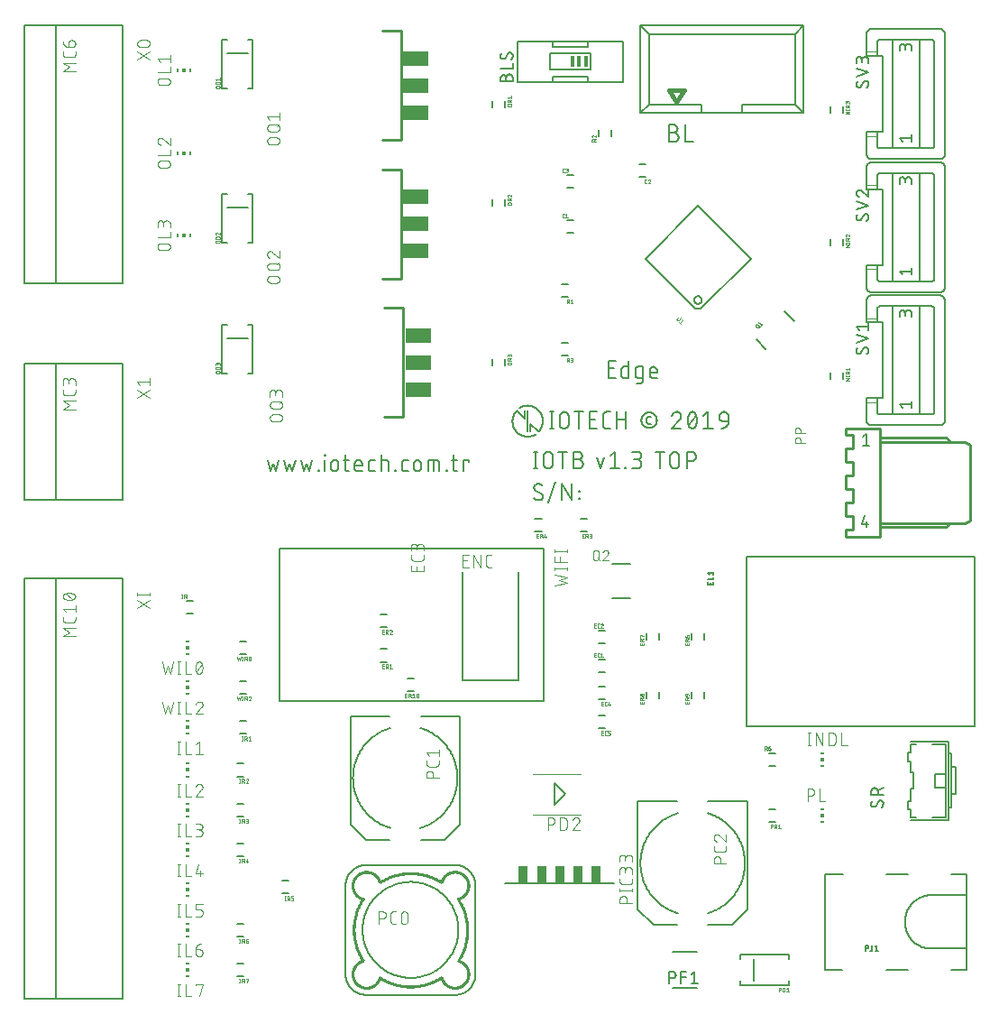
<source format=gbr>
G04 EAGLE Gerber RS-274X export*
G75*
%MOMM*%
%FSLAX34Y34*%
%LPD*%
%INSilkscreen Top*%
%IPPOS*%
%AMOC8*
5,1,8,0,0,1.08239X$1,22.5*%
G01*
%ADD10C,0.127000*%
%ADD11C,0.152400*%
%ADD12R,0.300000X0.150000*%
%ADD13R,0.300000X0.300000*%
%ADD14C,0.101600*%
%ADD15C,0.203200*%
%ADD16C,0.025400*%
%ADD17C,0.254000*%
%ADD18R,2.489200X1.422400*%
%ADD19C,0.076200*%
%ADD20C,0.177800*%
%ADD21C,0.020319*%
%ADD22R,0.965200X1.676400*%
%ADD23C,0.050800*%
%ADD24C,0.406400*%
%ADD25R,0.150000X0.300000*%
%ADD26R,0.381000X1.016000*%


D10*
X449857Y541129D02*
X449857Y525635D01*
X451578Y525635D02*
X448135Y525635D01*
X448135Y541129D02*
X451578Y541129D01*
X457445Y536825D02*
X457445Y529939D01*
X457445Y536825D02*
X457447Y536955D01*
X457453Y537085D01*
X457463Y537215D01*
X457476Y537344D01*
X457494Y537473D01*
X457515Y537601D01*
X457541Y537728D01*
X457570Y537855D01*
X457603Y537981D01*
X457640Y538105D01*
X457680Y538229D01*
X457725Y538351D01*
X457773Y538472D01*
X457824Y538591D01*
X457879Y538709D01*
X457938Y538825D01*
X458000Y538939D01*
X458066Y539052D01*
X458135Y539162D01*
X458207Y539270D01*
X458282Y539376D01*
X458361Y539479D01*
X458443Y539580D01*
X458527Y539679D01*
X458615Y539775D01*
X458706Y539868D01*
X458799Y539959D01*
X458895Y540047D01*
X458994Y540131D01*
X459095Y540213D01*
X459198Y540292D01*
X459304Y540367D01*
X459412Y540439D01*
X459522Y540508D01*
X459635Y540574D01*
X459749Y540636D01*
X459865Y540695D01*
X459983Y540750D01*
X460102Y540801D01*
X460223Y540849D01*
X460345Y540894D01*
X460469Y540934D01*
X460593Y540971D01*
X460719Y541004D01*
X460846Y541033D01*
X460973Y541059D01*
X461101Y541080D01*
X461230Y541098D01*
X461359Y541111D01*
X461489Y541121D01*
X461619Y541127D01*
X461749Y541129D01*
X461879Y541127D01*
X462009Y541121D01*
X462139Y541111D01*
X462268Y541098D01*
X462397Y541080D01*
X462525Y541059D01*
X462652Y541033D01*
X462779Y541004D01*
X462905Y540971D01*
X463029Y540934D01*
X463153Y540894D01*
X463275Y540849D01*
X463396Y540801D01*
X463515Y540750D01*
X463633Y540695D01*
X463749Y540636D01*
X463863Y540574D01*
X463976Y540508D01*
X464086Y540439D01*
X464194Y540367D01*
X464300Y540292D01*
X464403Y540213D01*
X464504Y540131D01*
X464603Y540047D01*
X464699Y539959D01*
X464792Y539868D01*
X464883Y539775D01*
X464971Y539679D01*
X465055Y539580D01*
X465137Y539479D01*
X465216Y539376D01*
X465291Y539270D01*
X465363Y539162D01*
X465432Y539052D01*
X465498Y538939D01*
X465560Y538825D01*
X465619Y538709D01*
X465674Y538591D01*
X465725Y538472D01*
X465773Y538351D01*
X465818Y538229D01*
X465858Y538105D01*
X465895Y537981D01*
X465928Y537855D01*
X465957Y537728D01*
X465983Y537601D01*
X466004Y537473D01*
X466022Y537344D01*
X466035Y537215D01*
X466045Y537085D01*
X466051Y536955D01*
X466053Y536825D01*
X466053Y529939D01*
X466051Y529809D01*
X466045Y529679D01*
X466035Y529549D01*
X466022Y529420D01*
X466004Y529291D01*
X465983Y529163D01*
X465957Y529036D01*
X465928Y528909D01*
X465895Y528783D01*
X465858Y528659D01*
X465818Y528535D01*
X465773Y528413D01*
X465725Y528292D01*
X465674Y528173D01*
X465619Y528055D01*
X465560Y527939D01*
X465498Y527825D01*
X465432Y527712D01*
X465363Y527602D01*
X465291Y527494D01*
X465216Y527388D01*
X465137Y527285D01*
X465055Y527184D01*
X464971Y527085D01*
X464883Y526989D01*
X464792Y526896D01*
X464699Y526805D01*
X464603Y526717D01*
X464504Y526633D01*
X464403Y526551D01*
X464300Y526472D01*
X464194Y526397D01*
X464086Y526325D01*
X463976Y526256D01*
X463863Y526190D01*
X463749Y526128D01*
X463633Y526069D01*
X463515Y526014D01*
X463396Y525963D01*
X463275Y525915D01*
X463153Y525870D01*
X463029Y525830D01*
X462905Y525793D01*
X462779Y525760D01*
X462652Y525731D01*
X462525Y525705D01*
X462397Y525684D01*
X462268Y525666D01*
X462139Y525653D01*
X462009Y525643D01*
X461879Y525637D01*
X461749Y525635D01*
X461619Y525637D01*
X461489Y525643D01*
X461359Y525653D01*
X461230Y525666D01*
X461101Y525684D01*
X460973Y525705D01*
X460846Y525731D01*
X460719Y525760D01*
X460593Y525793D01*
X460469Y525830D01*
X460345Y525870D01*
X460223Y525915D01*
X460102Y525963D01*
X459983Y526014D01*
X459865Y526069D01*
X459749Y526128D01*
X459635Y526190D01*
X459522Y526256D01*
X459412Y526325D01*
X459304Y526397D01*
X459198Y526472D01*
X459095Y526551D01*
X458994Y526633D01*
X458895Y526717D01*
X458799Y526805D01*
X458706Y526896D01*
X458615Y526989D01*
X458527Y527085D01*
X458443Y527184D01*
X458361Y527285D01*
X458282Y527388D01*
X458207Y527494D01*
X458135Y527602D01*
X458066Y527712D01*
X458000Y527825D01*
X457938Y527939D01*
X457879Y528055D01*
X457824Y528173D01*
X457773Y528292D01*
X457725Y528413D01*
X457680Y528535D01*
X457640Y528659D01*
X457603Y528783D01*
X457570Y528909D01*
X457541Y529036D01*
X457515Y529163D01*
X457494Y529291D01*
X457476Y529420D01*
X457463Y529549D01*
X457453Y529679D01*
X457447Y529809D01*
X457445Y529939D01*
X475624Y525635D02*
X475624Y541129D01*
X471320Y541129D02*
X479928Y541129D01*
X485887Y534243D02*
X490191Y534243D01*
X490321Y534241D01*
X490451Y534235D01*
X490581Y534225D01*
X490710Y534212D01*
X490839Y534194D01*
X490967Y534173D01*
X491094Y534147D01*
X491221Y534118D01*
X491347Y534085D01*
X491471Y534048D01*
X491595Y534008D01*
X491717Y533963D01*
X491838Y533915D01*
X491957Y533864D01*
X492075Y533809D01*
X492191Y533750D01*
X492305Y533688D01*
X492418Y533622D01*
X492528Y533553D01*
X492636Y533481D01*
X492742Y533406D01*
X492845Y533327D01*
X492946Y533245D01*
X493045Y533161D01*
X493141Y533073D01*
X493234Y532982D01*
X493325Y532889D01*
X493413Y532793D01*
X493497Y532694D01*
X493579Y532593D01*
X493658Y532490D01*
X493733Y532384D01*
X493805Y532276D01*
X493874Y532166D01*
X493940Y532053D01*
X494002Y531939D01*
X494061Y531823D01*
X494116Y531705D01*
X494167Y531586D01*
X494215Y531465D01*
X494260Y531343D01*
X494300Y531219D01*
X494337Y531095D01*
X494370Y530969D01*
X494399Y530842D01*
X494425Y530715D01*
X494446Y530587D01*
X494464Y530458D01*
X494477Y530329D01*
X494487Y530199D01*
X494493Y530069D01*
X494495Y529939D01*
X494493Y529809D01*
X494487Y529679D01*
X494477Y529549D01*
X494464Y529420D01*
X494446Y529291D01*
X494425Y529163D01*
X494399Y529036D01*
X494370Y528909D01*
X494337Y528783D01*
X494300Y528659D01*
X494260Y528535D01*
X494215Y528413D01*
X494167Y528292D01*
X494116Y528173D01*
X494061Y528055D01*
X494002Y527939D01*
X493940Y527825D01*
X493874Y527712D01*
X493805Y527602D01*
X493733Y527494D01*
X493658Y527388D01*
X493579Y527285D01*
X493497Y527184D01*
X493413Y527085D01*
X493325Y526989D01*
X493234Y526896D01*
X493141Y526805D01*
X493045Y526717D01*
X492946Y526633D01*
X492845Y526551D01*
X492742Y526472D01*
X492636Y526397D01*
X492528Y526325D01*
X492418Y526256D01*
X492305Y526190D01*
X492191Y526128D01*
X492075Y526069D01*
X491957Y526014D01*
X491838Y525963D01*
X491717Y525915D01*
X491595Y525870D01*
X491471Y525830D01*
X491347Y525793D01*
X491221Y525760D01*
X491094Y525731D01*
X490967Y525705D01*
X490839Y525684D01*
X490710Y525666D01*
X490581Y525653D01*
X490451Y525643D01*
X490321Y525637D01*
X490191Y525635D01*
X485887Y525635D01*
X485887Y541129D01*
X490191Y541129D01*
X490307Y541127D01*
X490423Y541121D01*
X490539Y541111D01*
X490655Y541098D01*
X490770Y541080D01*
X490884Y541059D01*
X490998Y541033D01*
X491110Y541004D01*
X491222Y540971D01*
X491332Y540934D01*
X491441Y540894D01*
X491549Y540850D01*
X491655Y540802D01*
X491759Y540751D01*
X491862Y540696D01*
X491963Y540638D01*
X492061Y540577D01*
X492158Y540512D01*
X492252Y540444D01*
X492344Y540373D01*
X492434Y540298D01*
X492521Y540221D01*
X492605Y540141D01*
X492686Y540058D01*
X492765Y539972D01*
X492841Y539884D01*
X492914Y539793D01*
X492983Y539700D01*
X493050Y539605D01*
X493113Y539507D01*
X493173Y539408D01*
X493229Y539306D01*
X493282Y539202D01*
X493332Y539097D01*
X493377Y538990D01*
X493420Y538882D01*
X493458Y538772D01*
X493493Y538661D01*
X493524Y538549D01*
X493551Y538436D01*
X493575Y538322D01*
X493594Y538207D01*
X493610Y538092D01*
X493622Y537976D01*
X493630Y537860D01*
X493634Y537744D01*
X493634Y537628D01*
X493630Y537512D01*
X493622Y537396D01*
X493610Y537280D01*
X493594Y537165D01*
X493575Y537050D01*
X493551Y536936D01*
X493524Y536823D01*
X493493Y536711D01*
X493458Y536600D01*
X493420Y536490D01*
X493377Y536382D01*
X493332Y536275D01*
X493282Y536170D01*
X493229Y536066D01*
X493173Y535965D01*
X493113Y535865D01*
X493050Y535767D01*
X492983Y535672D01*
X492914Y535579D01*
X492841Y535488D01*
X492765Y535400D01*
X492686Y535314D01*
X492605Y535231D01*
X492521Y535151D01*
X492434Y535074D01*
X492344Y534999D01*
X492252Y534928D01*
X492158Y534860D01*
X492061Y534795D01*
X491963Y534734D01*
X491862Y534676D01*
X491759Y534621D01*
X491655Y534570D01*
X491549Y534522D01*
X491441Y534478D01*
X491332Y534438D01*
X491222Y534401D01*
X491110Y534368D01*
X490998Y534339D01*
X490884Y534313D01*
X490770Y534292D01*
X490655Y534274D01*
X490539Y534261D01*
X490423Y534251D01*
X490307Y534245D01*
X490191Y534243D01*
X507363Y535964D02*
X510806Y525635D01*
X514249Y535964D01*
X519882Y537686D02*
X524185Y541129D01*
X524185Y525635D01*
X519882Y525635D02*
X528489Y525635D01*
X534161Y525635D02*
X534161Y526496D01*
X535022Y526496D01*
X535022Y525635D01*
X534161Y525635D01*
X540694Y525635D02*
X544997Y525635D01*
X545127Y525637D01*
X545257Y525643D01*
X545387Y525653D01*
X545516Y525666D01*
X545645Y525684D01*
X545773Y525705D01*
X545900Y525731D01*
X546027Y525760D01*
X546153Y525793D01*
X546277Y525830D01*
X546401Y525870D01*
X546523Y525915D01*
X546644Y525963D01*
X546763Y526014D01*
X546881Y526069D01*
X546997Y526128D01*
X547111Y526190D01*
X547224Y526256D01*
X547334Y526325D01*
X547442Y526397D01*
X547548Y526472D01*
X547651Y526551D01*
X547752Y526633D01*
X547851Y526717D01*
X547947Y526805D01*
X548040Y526896D01*
X548131Y526989D01*
X548219Y527085D01*
X548303Y527184D01*
X548385Y527285D01*
X548464Y527388D01*
X548539Y527494D01*
X548611Y527602D01*
X548680Y527712D01*
X548746Y527825D01*
X548808Y527939D01*
X548867Y528055D01*
X548922Y528173D01*
X548973Y528292D01*
X549021Y528413D01*
X549066Y528535D01*
X549106Y528659D01*
X549143Y528783D01*
X549176Y528909D01*
X549205Y529036D01*
X549231Y529163D01*
X549252Y529291D01*
X549270Y529420D01*
X549283Y529549D01*
X549293Y529679D01*
X549299Y529809D01*
X549301Y529939D01*
X549299Y530069D01*
X549293Y530199D01*
X549283Y530329D01*
X549270Y530458D01*
X549252Y530587D01*
X549231Y530715D01*
X549205Y530842D01*
X549176Y530969D01*
X549143Y531095D01*
X549106Y531219D01*
X549066Y531343D01*
X549021Y531465D01*
X548973Y531586D01*
X548922Y531705D01*
X548867Y531823D01*
X548808Y531939D01*
X548746Y532053D01*
X548680Y532166D01*
X548611Y532276D01*
X548539Y532384D01*
X548464Y532490D01*
X548385Y532593D01*
X548303Y532694D01*
X548219Y532793D01*
X548131Y532889D01*
X548040Y532982D01*
X547947Y533073D01*
X547851Y533161D01*
X547752Y533245D01*
X547651Y533327D01*
X547548Y533406D01*
X547442Y533481D01*
X547334Y533553D01*
X547224Y533622D01*
X547111Y533688D01*
X546997Y533750D01*
X546881Y533809D01*
X546763Y533864D01*
X546644Y533915D01*
X546523Y533963D01*
X546401Y534008D01*
X546277Y534048D01*
X546153Y534085D01*
X546027Y534118D01*
X545900Y534147D01*
X545773Y534173D01*
X545645Y534194D01*
X545516Y534212D01*
X545387Y534225D01*
X545257Y534235D01*
X545127Y534241D01*
X544997Y534243D01*
X545858Y541129D02*
X540694Y541129D01*
X545858Y541129D02*
X545974Y541127D01*
X546090Y541121D01*
X546206Y541111D01*
X546322Y541098D01*
X546437Y541080D01*
X546551Y541059D01*
X546665Y541033D01*
X546777Y541004D01*
X546889Y540971D01*
X546999Y540934D01*
X547108Y540894D01*
X547216Y540850D01*
X547322Y540802D01*
X547426Y540751D01*
X547529Y540696D01*
X547630Y540638D01*
X547728Y540577D01*
X547825Y540512D01*
X547919Y540444D01*
X548011Y540373D01*
X548101Y540298D01*
X548188Y540221D01*
X548272Y540141D01*
X548353Y540058D01*
X548432Y539972D01*
X548508Y539884D01*
X548581Y539793D01*
X548650Y539700D01*
X548717Y539605D01*
X548780Y539507D01*
X548840Y539408D01*
X548896Y539306D01*
X548949Y539202D01*
X548999Y539097D01*
X549044Y538990D01*
X549087Y538882D01*
X549125Y538772D01*
X549160Y538661D01*
X549191Y538549D01*
X549218Y538436D01*
X549242Y538322D01*
X549261Y538207D01*
X549277Y538092D01*
X549289Y537976D01*
X549297Y537860D01*
X549301Y537744D01*
X549301Y537628D01*
X549297Y537512D01*
X549289Y537396D01*
X549277Y537280D01*
X549261Y537165D01*
X549242Y537050D01*
X549218Y536936D01*
X549191Y536823D01*
X549160Y536711D01*
X549125Y536600D01*
X549087Y536490D01*
X549044Y536382D01*
X548999Y536275D01*
X548949Y536170D01*
X548896Y536066D01*
X548840Y535965D01*
X548780Y535865D01*
X548717Y535767D01*
X548650Y535672D01*
X548581Y535579D01*
X548508Y535488D01*
X548432Y535400D01*
X548353Y535314D01*
X548272Y535231D01*
X548188Y535151D01*
X548101Y535074D01*
X548011Y534999D01*
X547919Y534928D01*
X547825Y534860D01*
X547728Y534795D01*
X547630Y534734D01*
X547529Y534676D01*
X547426Y534621D01*
X547322Y534570D01*
X547216Y534522D01*
X547108Y534478D01*
X546999Y534438D01*
X546889Y534401D01*
X546777Y534368D01*
X546665Y534339D01*
X546551Y534313D01*
X546437Y534292D01*
X546322Y534274D01*
X546206Y534261D01*
X546090Y534251D01*
X545974Y534245D01*
X545858Y534243D01*
X542415Y534243D01*
X566801Y541129D02*
X566801Y525635D01*
X562497Y541129D02*
X571104Y541129D01*
X576371Y536825D02*
X576371Y529939D01*
X576371Y536825D02*
X576373Y536955D01*
X576379Y537085D01*
X576389Y537215D01*
X576402Y537344D01*
X576420Y537473D01*
X576441Y537601D01*
X576467Y537728D01*
X576496Y537855D01*
X576529Y537981D01*
X576566Y538105D01*
X576606Y538229D01*
X576651Y538351D01*
X576699Y538472D01*
X576750Y538591D01*
X576805Y538709D01*
X576864Y538825D01*
X576926Y538939D01*
X576992Y539052D01*
X577061Y539162D01*
X577133Y539270D01*
X577208Y539376D01*
X577287Y539479D01*
X577369Y539580D01*
X577453Y539679D01*
X577541Y539775D01*
X577632Y539868D01*
X577725Y539959D01*
X577821Y540047D01*
X577920Y540131D01*
X578021Y540213D01*
X578124Y540292D01*
X578230Y540367D01*
X578338Y540439D01*
X578448Y540508D01*
X578561Y540574D01*
X578675Y540636D01*
X578791Y540695D01*
X578909Y540750D01*
X579028Y540801D01*
X579149Y540849D01*
X579271Y540894D01*
X579395Y540934D01*
X579519Y540971D01*
X579645Y541004D01*
X579772Y541033D01*
X579899Y541059D01*
X580027Y541080D01*
X580156Y541098D01*
X580285Y541111D01*
X580415Y541121D01*
X580545Y541127D01*
X580675Y541129D01*
X580805Y541127D01*
X580935Y541121D01*
X581065Y541111D01*
X581194Y541098D01*
X581323Y541080D01*
X581451Y541059D01*
X581578Y541033D01*
X581705Y541004D01*
X581831Y540971D01*
X581955Y540934D01*
X582079Y540894D01*
X582201Y540849D01*
X582322Y540801D01*
X582441Y540750D01*
X582559Y540695D01*
X582675Y540636D01*
X582789Y540574D01*
X582902Y540508D01*
X583012Y540439D01*
X583120Y540367D01*
X583226Y540292D01*
X583329Y540213D01*
X583430Y540131D01*
X583529Y540047D01*
X583625Y539959D01*
X583718Y539868D01*
X583809Y539775D01*
X583897Y539679D01*
X583981Y539580D01*
X584063Y539479D01*
X584142Y539376D01*
X584217Y539270D01*
X584289Y539162D01*
X584358Y539052D01*
X584424Y538939D01*
X584486Y538825D01*
X584545Y538709D01*
X584600Y538591D01*
X584651Y538472D01*
X584699Y538351D01*
X584744Y538229D01*
X584784Y538105D01*
X584821Y537981D01*
X584854Y537855D01*
X584883Y537728D01*
X584909Y537601D01*
X584930Y537473D01*
X584948Y537344D01*
X584961Y537215D01*
X584971Y537085D01*
X584977Y536955D01*
X584979Y536825D01*
X584979Y529939D01*
X584977Y529809D01*
X584971Y529679D01*
X584961Y529549D01*
X584948Y529420D01*
X584930Y529291D01*
X584909Y529163D01*
X584883Y529036D01*
X584854Y528909D01*
X584821Y528783D01*
X584784Y528659D01*
X584744Y528535D01*
X584699Y528413D01*
X584651Y528292D01*
X584600Y528173D01*
X584545Y528055D01*
X584486Y527939D01*
X584424Y527825D01*
X584358Y527712D01*
X584289Y527602D01*
X584217Y527494D01*
X584142Y527388D01*
X584063Y527285D01*
X583981Y527184D01*
X583897Y527085D01*
X583809Y526989D01*
X583718Y526896D01*
X583625Y526805D01*
X583529Y526717D01*
X583430Y526633D01*
X583329Y526551D01*
X583226Y526472D01*
X583120Y526397D01*
X583012Y526325D01*
X582902Y526256D01*
X582789Y526190D01*
X582675Y526128D01*
X582559Y526069D01*
X582441Y526014D01*
X582322Y525963D01*
X582201Y525915D01*
X582079Y525870D01*
X581955Y525830D01*
X581831Y525793D01*
X581705Y525760D01*
X581578Y525731D01*
X581451Y525705D01*
X581323Y525684D01*
X581194Y525666D01*
X581065Y525653D01*
X580935Y525643D01*
X580805Y525637D01*
X580675Y525635D01*
X580545Y525637D01*
X580415Y525643D01*
X580285Y525653D01*
X580156Y525666D01*
X580027Y525684D01*
X579899Y525705D01*
X579772Y525731D01*
X579645Y525760D01*
X579519Y525793D01*
X579395Y525830D01*
X579271Y525870D01*
X579149Y525915D01*
X579028Y525963D01*
X578909Y526014D01*
X578791Y526069D01*
X578675Y526128D01*
X578561Y526190D01*
X578448Y526256D01*
X578338Y526325D01*
X578230Y526397D01*
X578124Y526472D01*
X578021Y526551D01*
X577920Y526633D01*
X577821Y526717D01*
X577725Y526805D01*
X577632Y526896D01*
X577541Y526989D01*
X577453Y527085D01*
X577369Y527184D01*
X577287Y527285D01*
X577208Y527388D01*
X577133Y527494D01*
X577061Y527602D01*
X576992Y527712D01*
X576926Y527825D01*
X576864Y527939D01*
X576805Y528055D01*
X576750Y528173D01*
X576699Y528292D01*
X576651Y528413D01*
X576606Y528535D01*
X576566Y528659D01*
X576529Y528783D01*
X576496Y528909D01*
X576467Y529036D01*
X576441Y529163D01*
X576420Y529291D01*
X576402Y529420D01*
X576389Y529549D01*
X576379Y529679D01*
X576373Y529809D01*
X576371Y529939D01*
X591930Y525635D02*
X591930Y541129D01*
X596233Y541129D01*
X596363Y541127D01*
X596493Y541121D01*
X596623Y541111D01*
X596752Y541098D01*
X596881Y541080D01*
X597009Y541059D01*
X597136Y541033D01*
X597263Y541004D01*
X597389Y540971D01*
X597513Y540934D01*
X597637Y540894D01*
X597759Y540849D01*
X597880Y540801D01*
X597999Y540750D01*
X598117Y540695D01*
X598233Y540636D01*
X598347Y540574D01*
X598460Y540508D01*
X598570Y540439D01*
X598678Y540367D01*
X598784Y540292D01*
X598887Y540213D01*
X598988Y540131D01*
X599087Y540047D01*
X599183Y539959D01*
X599276Y539868D01*
X599367Y539775D01*
X599455Y539679D01*
X599539Y539580D01*
X599621Y539479D01*
X599700Y539376D01*
X599775Y539270D01*
X599847Y539162D01*
X599916Y539052D01*
X599982Y538939D01*
X600044Y538825D01*
X600103Y538709D01*
X600158Y538591D01*
X600209Y538472D01*
X600257Y538351D01*
X600302Y538229D01*
X600342Y538105D01*
X600379Y537981D01*
X600412Y537855D01*
X600441Y537728D01*
X600467Y537601D01*
X600488Y537473D01*
X600506Y537344D01*
X600519Y537215D01*
X600529Y537085D01*
X600535Y536955D01*
X600537Y536825D01*
X600535Y536695D01*
X600529Y536565D01*
X600519Y536435D01*
X600506Y536306D01*
X600488Y536177D01*
X600467Y536049D01*
X600441Y535922D01*
X600412Y535795D01*
X600379Y535669D01*
X600342Y535545D01*
X600302Y535421D01*
X600257Y535299D01*
X600209Y535178D01*
X600158Y535059D01*
X600103Y534941D01*
X600044Y534825D01*
X599982Y534711D01*
X599916Y534598D01*
X599847Y534488D01*
X599775Y534380D01*
X599700Y534274D01*
X599621Y534171D01*
X599539Y534070D01*
X599455Y533971D01*
X599367Y533875D01*
X599276Y533782D01*
X599183Y533691D01*
X599087Y533603D01*
X598988Y533519D01*
X598887Y533437D01*
X598784Y533358D01*
X598678Y533283D01*
X598570Y533211D01*
X598460Y533142D01*
X598347Y533076D01*
X598233Y533014D01*
X598117Y532955D01*
X597999Y532900D01*
X597880Y532849D01*
X597759Y532801D01*
X597637Y532756D01*
X597513Y532716D01*
X597389Y532679D01*
X597263Y532646D01*
X597136Y532617D01*
X597009Y532591D01*
X596881Y532570D01*
X596752Y532552D01*
X596623Y532539D01*
X596493Y532529D01*
X596363Y532523D01*
X596233Y532521D01*
X591930Y532521D01*
X464857Y563135D02*
X464857Y578629D01*
X463135Y563135D02*
X466578Y563135D01*
X466578Y578629D02*
X463135Y578629D01*
X472445Y574325D02*
X472445Y567439D01*
X472445Y574325D02*
X472447Y574455D01*
X472453Y574585D01*
X472463Y574715D01*
X472476Y574844D01*
X472494Y574973D01*
X472515Y575101D01*
X472541Y575228D01*
X472570Y575355D01*
X472603Y575481D01*
X472640Y575605D01*
X472680Y575729D01*
X472725Y575851D01*
X472773Y575972D01*
X472824Y576091D01*
X472879Y576209D01*
X472938Y576325D01*
X473000Y576439D01*
X473066Y576552D01*
X473135Y576662D01*
X473207Y576770D01*
X473282Y576876D01*
X473361Y576979D01*
X473443Y577080D01*
X473527Y577179D01*
X473615Y577275D01*
X473706Y577368D01*
X473799Y577459D01*
X473895Y577547D01*
X473994Y577631D01*
X474095Y577713D01*
X474198Y577792D01*
X474304Y577867D01*
X474412Y577939D01*
X474522Y578008D01*
X474635Y578074D01*
X474749Y578136D01*
X474865Y578195D01*
X474983Y578250D01*
X475102Y578301D01*
X475223Y578349D01*
X475345Y578394D01*
X475469Y578434D01*
X475593Y578471D01*
X475719Y578504D01*
X475846Y578533D01*
X475973Y578559D01*
X476101Y578580D01*
X476230Y578598D01*
X476359Y578611D01*
X476489Y578621D01*
X476619Y578627D01*
X476749Y578629D01*
X476879Y578627D01*
X477009Y578621D01*
X477139Y578611D01*
X477268Y578598D01*
X477397Y578580D01*
X477525Y578559D01*
X477652Y578533D01*
X477779Y578504D01*
X477905Y578471D01*
X478029Y578434D01*
X478153Y578394D01*
X478275Y578349D01*
X478396Y578301D01*
X478515Y578250D01*
X478633Y578195D01*
X478749Y578136D01*
X478863Y578074D01*
X478976Y578008D01*
X479086Y577939D01*
X479194Y577867D01*
X479300Y577792D01*
X479403Y577713D01*
X479504Y577631D01*
X479603Y577547D01*
X479699Y577459D01*
X479792Y577368D01*
X479883Y577275D01*
X479971Y577179D01*
X480055Y577080D01*
X480137Y576979D01*
X480216Y576876D01*
X480291Y576770D01*
X480363Y576662D01*
X480432Y576552D01*
X480498Y576439D01*
X480560Y576325D01*
X480619Y576209D01*
X480674Y576091D01*
X480725Y575972D01*
X480773Y575851D01*
X480818Y575729D01*
X480858Y575605D01*
X480895Y575481D01*
X480928Y575355D01*
X480957Y575228D01*
X480983Y575101D01*
X481004Y574973D01*
X481022Y574844D01*
X481035Y574715D01*
X481045Y574585D01*
X481051Y574455D01*
X481053Y574325D01*
X481053Y567439D01*
X481051Y567309D01*
X481045Y567179D01*
X481035Y567049D01*
X481022Y566920D01*
X481004Y566791D01*
X480983Y566663D01*
X480957Y566536D01*
X480928Y566409D01*
X480895Y566283D01*
X480858Y566159D01*
X480818Y566035D01*
X480773Y565913D01*
X480725Y565792D01*
X480674Y565673D01*
X480619Y565555D01*
X480560Y565439D01*
X480498Y565325D01*
X480432Y565212D01*
X480363Y565102D01*
X480291Y564994D01*
X480216Y564888D01*
X480137Y564785D01*
X480055Y564684D01*
X479971Y564585D01*
X479883Y564489D01*
X479792Y564396D01*
X479699Y564305D01*
X479603Y564217D01*
X479504Y564133D01*
X479403Y564051D01*
X479300Y563972D01*
X479194Y563897D01*
X479086Y563825D01*
X478976Y563756D01*
X478863Y563690D01*
X478749Y563628D01*
X478633Y563569D01*
X478515Y563514D01*
X478396Y563463D01*
X478275Y563415D01*
X478153Y563370D01*
X478029Y563330D01*
X477905Y563293D01*
X477779Y563260D01*
X477652Y563231D01*
X477525Y563205D01*
X477397Y563184D01*
X477268Y563166D01*
X477139Y563153D01*
X477009Y563143D01*
X476879Y563137D01*
X476749Y563135D01*
X476619Y563137D01*
X476489Y563143D01*
X476359Y563153D01*
X476230Y563166D01*
X476101Y563184D01*
X475973Y563205D01*
X475846Y563231D01*
X475719Y563260D01*
X475593Y563293D01*
X475469Y563330D01*
X475345Y563370D01*
X475223Y563415D01*
X475102Y563463D01*
X474983Y563514D01*
X474865Y563569D01*
X474749Y563628D01*
X474635Y563690D01*
X474522Y563756D01*
X474412Y563825D01*
X474304Y563897D01*
X474198Y563972D01*
X474095Y564051D01*
X473994Y564133D01*
X473895Y564217D01*
X473799Y564305D01*
X473706Y564396D01*
X473615Y564489D01*
X473527Y564585D01*
X473443Y564684D01*
X473361Y564785D01*
X473282Y564888D01*
X473207Y564994D01*
X473135Y565102D01*
X473066Y565212D01*
X473000Y565325D01*
X472938Y565439D01*
X472879Y565555D01*
X472824Y565673D01*
X472773Y565792D01*
X472725Y565913D01*
X472680Y566035D01*
X472640Y566159D01*
X472603Y566283D01*
X472570Y566409D01*
X472541Y566536D01*
X472515Y566663D01*
X472494Y566791D01*
X472476Y566920D01*
X472463Y567049D01*
X472453Y567179D01*
X472447Y567309D01*
X472445Y567439D01*
X490624Y563135D02*
X490624Y578629D01*
X486320Y578629D02*
X494928Y578629D01*
X500718Y563135D02*
X507604Y563135D01*
X500718Y563135D02*
X500718Y578629D01*
X507604Y578629D01*
X505882Y571743D02*
X500718Y571743D01*
X516484Y563135D02*
X519927Y563135D01*
X516484Y563135D02*
X516369Y563137D01*
X516254Y563143D01*
X516139Y563152D01*
X516025Y563166D01*
X515911Y563183D01*
X515798Y563204D01*
X515686Y563229D01*
X515574Y563257D01*
X515464Y563290D01*
X515355Y563326D01*
X515247Y563365D01*
X515140Y563408D01*
X515035Y563455D01*
X514931Y563505D01*
X514829Y563559D01*
X514729Y563616D01*
X514631Y563676D01*
X514535Y563739D01*
X514442Y563806D01*
X514350Y563876D01*
X514261Y563949D01*
X514174Y564024D01*
X514090Y564103D01*
X514009Y564184D01*
X513930Y564268D01*
X513855Y564355D01*
X513782Y564444D01*
X513712Y564536D01*
X513645Y564629D01*
X513582Y564725D01*
X513522Y564823D01*
X513465Y564923D01*
X513411Y565025D01*
X513361Y565129D01*
X513314Y565234D01*
X513271Y565341D01*
X513232Y565449D01*
X513196Y565558D01*
X513163Y565668D01*
X513135Y565780D01*
X513110Y565892D01*
X513089Y566005D01*
X513072Y566119D01*
X513058Y566233D01*
X513049Y566348D01*
X513043Y566463D01*
X513041Y566578D01*
X513041Y575186D01*
X513043Y575301D01*
X513049Y575416D01*
X513058Y575531D01*
X513072Y575645D01*
X513089Y575759D01*
X513110Y575872D01*
X513135Y575984D01*
X513163Y576096D01*
X513196Y576206D01*
X513232Y576315D01*
X513271Y576423D01*
X513314Y576530D01*
X513361Y576635D01*
X513411Y576739D01*
X513465Y576841D01*
X513522Y576941D01*
X513582Y577039D01*
X513645Y577135D01*
X513712Y577228D01*
X513782Y577320D01*
X513855Y577409D01*
X513930Y577496D01*
X514009Y577580D01*
X514090Y577661D01*
X514174Y577739D01*
X514261Y577815D01*
X514350Y577888D01*
X514442Y577958D01*
X514535Y578025D01*
X514631Y578088D01*
X514729Y578148D01*
X514829Y578205D01*
X514931Y578259D01*
X515035Y578309D01*
X515140Y578356D01*
X515247Y578399D01*
X515355Y578438D01*
X515464Y578474D01*
X515574Y578507D01*
X515686Y578535D01*
X515798Y578560D01*
X515911Y578581D01*
X516025Y578598D01*
X516139Y578612D01*
X516254Y578621D01*
X516369Y578627D01*
X516484Y578629D01*
X519927Y578629D01*
X525962Y578629D02*
X525962Y563135D01*
X525962Y571743D02*
X534570Y571743D01*
X534570Y578629D02*
X534570Y563135D01*
X549212Y570882D02*
X549214Y571060D01*
X549221Y571238D01*
X549232Y571416D01*
X549247Y571594D01*
X549266Y571771D01*
X549290Y571947D01*
X549318Y572123D01*
X549350Y572299D01*
X549387Y572473D01*
X549428Y572646D01*
X549473Y572819D01*
X549522Y572990D01*
X549576Y573160D01*
X549633Y573329D01*
X549695Y573496D01*
X549760Y573662D01*
X549830Y573825D01*
X549904Y573988D01*
X549981Y574148D01*
X550063Y574307D01*
X550148Y574463D01*
X550237Y574617D01*
X550330Y574769D01*
X550427Y574919D01*
X550527Y575067D01*
X550630Y575212D01*
X550738Y575354D01*
X550848Y575494D01*
X550962Y575631D01*
X551080Y575765D01*
X551200Y575896D01*
X551324Y576024D01*
X551450Y576150D01*
X551580Y576272D01*
X551713Y576391D01*
X551849Y576506D01*
X551987Y576618D01*
X552128Y576727D01*
X552272Y576833D01*
X552418Y576935D01*
X552566Y577033D01*
X552717Y577128D01*
X552871Y577219D01*
X553026Y577306D01*
X553183Y577389D01*
X553343Y577469D01*
X553504Y577544D01*
X553667Y577616D01*
X553832Y577684D01*
X553999Y577748D01*
X554166Y577807D01*
X554336Y577863D01*
X554506Y577914D01*
X554678Y577961D01*
X554851Y578004D01*
X555025Y578043D01*
X555200Y578077D01*
X555376Y578108D01*
X555552Y578133D01*
X555729Y578155D01*
X555906Y578172D01*
X556084Y578185D01*
X556262Y578194D01*
X556440Y578198D01*
X556618Y578198D01*
X556796Y578194D01*
X556974Y578185D01*
X557152Y578172D01*
X557329Y578155D01*
X557506Y578133D01*
X557682Y578108D01*
X557858Y578077D01*
X558033Y578043D01*
X558207Y578004D01*
X558380Y577961D01*
X558552Y577914D01*
X558722Y577863D01*
X558892Y577807D01*
X559059Y577748D01*
X559226Y577684D01*
X559391Y577616D01*
X559554Y577544D01*
X559715Y577469D01*
X559875Y577389D01*
X560032Y577306D01*
X560188Y577219D01*
X560341Y577128D01*
X560492Y577033D01*
X560640Y576935D01*
X560786Y576833D01*
X560930Y576727D01*
X561071Y576618D01*
X561209Y576506D01*
X561345Y576391D01*
X561478Y576272D01*
X561608Y576150D01*
X561734Y576024D01*
X561858Y575896D01*
X561978Y575765D01*
X562096Y575631D01*
X562210Y575494D01*
X562320Y575354D01*
X562428Y575212D01*
X562531Y575067D01*
X562631Y574919D01*
X562728Y574769D01*
X562821Y574617D01*
X562910Y574463D01*
X562995Y574307D01*
X563077Y574148D01*
X563154Y573988D01*
X563228Y573825D01*
X563298Y573662D01*
X563363Y573496D01*
X563425Y573329D01*
X563482Y573160D01*
X563536Y572990D01*
X563585Y572819D01*
X563630Y572646D01*
X563671Y572473D01*
X563708Y572299D01*
X563740Y572123D01*
X563768Y571947D01*
X563792Y571771D01*
X563811Y571594D01*
X563826Y571416D01*
X563837Y571238D01*
X563844Y571060D01*
X563846Y570882D01*
X563844Y570704D01*
X563837Y570526D01*
X563826Y570348D01*
X563811Y570170D01*
X563792Y569993D01*
X563768Y569817D01*
X563740Y569641D01*
X563708Y569465D01*
X563671Y569291D01*
X563630Y569118D01*
X563585Y568945D01*
X563536Y568774D01*
X563482Y568604D01*
X563425Y568435D01*
X563363Y568268D01*
X563298Y568102D01*
X563228Y567939D01*
X563154Y567776D01*
X563077Y567616D01*
X562995Y567457D01*
X562910Y567301D01*
X562821Y567147D01*
X562728Y566995D01*
X562631Y566845D01*
X562531Y566697D01*
X562428Y566552D01*
X562320Y566410D01*
X562210Y566270D01*
X562096Y566133D01*
X561978Y565999D01*
X561858Y565868D01*
X561734Y565740D01*
X561608Y565614D01*
X561478Y565492D01*
X561345Y565373D01*
X561209Y565258D01*
X561071Y565146D01*
X560930Y565037D01*
X560786Y564931D01*
X560640Y564829D01*
X560492Y564731D01*
X560341Y564636D01*
X560188Y564545D01*
X560032Y564458D01*
X559875Y564375D01*
X559715Y564295D01*
X559554Y564220D01*
X559391Y564148D01*
X559226Y564080D01*
X559059Y564016D01*
X558892Y563957D01*
X558722Y563901D01*
X558552Y563850D01*
X558380Y563803D01*
X558207Y563760D01*
X558033Y563721D01*
X557858Y563687D01*
X557682Y563656D01*
X557506Y563631D01*
X557329Y563609D01*
X557152Y563592D01*
X556974Y563579D01*
X556796Y563570D01*
X556618Y563566D01*
X556440Y563566D01*
X556262Y563570D01*
X556084Y563579D01*
X555906Y563592D01*
X555729Y563609D01*
X555552Y563631D01*
X555376Y563656D01*
X555200Y563687D01*
X555025Y563721D01*
X554851Y563760D01*
X554678Y563803D01*
X554506Y563850D01*
X554336Y563901D01*
X554166Y563957D01*
X553999Y564016D01*
X553832Y564080D01*
X553667Y564148D01*
X553504Y564220D01*
X553343Y564295D01*
X553183Y564375D01*
X553026Y564458D01*
X552871Y564545D01*
X552717Y564636D01*
X552566Y564731D01*
X552418Y564829D01*
X552272Y564931D01*
X552128Y565037D01*
X551987Y565146D01*
X551849Y565258D01*
X551713Y565373D01*
X551580Y565492D01*
X551450Y565614D01*
X551324Y565740D01*
X551200Y565868D01*
X551080Y565999D01*
X550962Y566133D01*
X550848Y566270D01*
X550738Y566410D01*
X550630Y566552D01*
X550527Y566697D01*
X550427Y566845D01*
X550330Y566995D01*
X550237Y567147D01*
X550148Y567301D01*
X550063Y567457D01*
X549981Y567616D01*
X549904Y567776D01*
X549830Y567939D01*
X549760Y568102D01*
X549695Y568268D01*
X549633Y568435D01*
X549576Y568604D01*
X549522Y568774D01*
X549473Y568945D01*
X549428Y569118D01*
X549387Y569291D01*
X549350Y569465D01*
X549318Y569641D01*
X549290Y569817D01*
X549266Y569993D01*
X549247Y570170D01*
X549232Y570348D01*
X549221Y570526D01*
X549214Y570704D01*
X549212Y570882D01*
X556098Y567439D02*
X558250Y567439D01*
X556098Y567438D02*
X556016Y567440D01*
X555934Y567446D01*
X555853Y567456D01*
X555772Y567469D01*
X555692Y567487D01*
X555613Y567508D01*
X555535Y567533D01*
X555458Y567561D01*
X555383Y567594D01*
X555309Y567629D01*
X555237Y567669D01*
X555167Y567711D01*
X555099Y567757D01*
X555034Y567806D01*
X554970Y567859D01*
X554910Y567914D01*
X554852Y567972D01*
X554797Y568032D01*
X554744Y568096D01*
X554695Y568161D01*
X554649Y568229D01*
X554607Y568299D01*
X554567Y568371D01*
X554532Y568445D01*
X554499Y568520D01*
X554471Y568597D01*
X554446Y568675D01*
X554425Y568754D01*
X554407Y568834D01*
X554394Y568915D01*
X554384Y568996D01*
X554378Y569078D01*
X554376Y569160D01*
X554377Y569160D02*
X554377Y572604D01*
X554376Y572604D02*
X554378Y572686D01*
X554384Y572768D01*
X554394Y572849D01*
X554407Y572930D01*
X554425Y573010D01*
X554446Y573089D01*
X554471Y573167D01*
X554499Y573244D01*
X554532Y573319D01*
X554567Y573393D01*
X554607Y573465D01*
X554649Y573535D01*
X554695Y573603D01*
X554744Y573668D01*
X554797Y573732D01*
X554852Y573792D01*
X554910Y573850D01*
X554970Y573905D01*
X555034Y573958D01*
X555099Y574007D01*
X555167Y574053D01*
X555237Y574095D01*
X555309Y574135D01*
X555383Y574170D01*
X555458Y574203D01*
X555535Y574231D01*
X555613Y574256D01*
X555692Y574277D01*
X555772Y574295D01*
X555853Y574308D01*
X555934Y574318D01*
X556016Y574324D01*
X556098Y574326D01*
X556098Y574325D02*
X558250Y574325D01*
X582727Y578630D02*
X582849Y578628D01*
X582970Y578622D01*
X583092Y578613D01*
X583213Y578599D01*
X583333Y578582D01*
X583453Y578561D01*
X583572Y578537D01*
X583690Y578508D01*
X583808Y578476D01*
X583924Y578440D01*
X584039Y578401D01*
X584153Y578358D01*
X584266Y578311D01*
X584376Y578261D01*
X584486Y578208D01*
X584593Y578151D01*
X584699Y578091D01*
X584803Y578027D01*
X584905Y577960D01*
X585004Y577890D01*
X585101Y577817D01*
X585196Y577741D01*
X585289Y577662D01*
X585379Y577580D01*
X585466Y577495D01*
X585551Y577408D01*
X585633Y577318D01*
X585712Y577225D01*
X585788Y577130D01*
X585861Y577033D01*
X585931Y576934D01*
X585998Y576832D01*
X586062Y576728D01*
X586122Y576622D01*
X586179Y576515D01*
X586232Y576405D01*
X586282Y576295D01*
X586329Y576182D01*
X586372Y576068D01*
X586411Y575953D01*
X586447Y575837D01*
X586479Y575719D01*
X586508Y575601D01*
X586532Y575482D01*
X586553Y575362D01*
X586570Y575242D01*
X586584Y575121D01*
X586593Y574999D01*
X586599Y574878D01*
X586601Y574756D01*
X582727Y578629D02*
X582588Y578627D01*
X582449Y578621D01*
X582310Y578612D01*
X582172Y578598D01*
X582034Y578580D01*
X581897Y578559D01*
X581760Y578534D01*
X581624Y578505D01*
X581489Y578472D01*
X581354Y578436D01*
X581221Y578396D01*
X581089Y578352D01*
X580959Y578304D01*
X580829Y578253D01*
X580702Y578198D01*
X580575Y578140D01*
X580451Y578078D01*
X580328Y578013D01*
X580207Y577944D01*
X580088Y577872D01*
X579971Y577796D01*
X579857Y577718D01*
X579744Y577636D01*
X579634Y577551D01*
X579526Y577463D01*
X579421Y577372D01*
X579319Y577278D01*
X579219Y577182D01*
X579121Y577082D01*
X579027Y576980D01*
X578935Y576876D01*
X578847Y576768D01*
X578761Y576659D01*
X578679Y576547D01*
X578600Y576432D01*
X578524Y576316D01*
X578451Y576198D01*
X578381Y576077D01*
X578315Y575955D01*
X578253Y575830D01*
X578194Y575705D01*
X578138Y575577D01*
X578086Y575448D01*
X578038Y575318D01*
X577993Y575186D01*
X585310Y571743D02*
X585399Y571830D01*
X585485Y571920D01*
X585569Y572013D01*
X585650Y572108D01*
X585728Y572205D01*
X585803Y572305D01*
X585875Y572407D01*
X585944Y572511D01*
X586009Y572617D01*
X586072Y572725D01*
X586131Y572835D01*
X586187Y572947D01*
X586240Y573060D01*
X586289Y573174D01*
X586334Y573291D01*
X586377Y573408D01*
X586415Y573527D01*
X586450Y573646D01*
X586482Y573767D01*
X586510Y573889D01*
X586534Y574011D01*
X586554Y574134D01*
X586571Y574258D01*
X586584Y574382D01*
X586594Y574507D01*
X586599Y574631D01*
X586601Y574756D01*
X585309Y571743D02*
X577992Y563135D01*
X586600Y563135D01*
X592858Y570882D02*
X592862Y571187D01*
X592873Y571491D01*
X592891Y571796D01*
X592916Y572099D01*
X592949Y572402D01*
X592989Y572705D01*
X593036Y573006D01*
X593090Y573306D01*
X593152Y573604D01*
X593220Y573901D01*
X593296Y574197D01*
X593378Y574490D01*
X593468Y574781D01*
X593565Y575070D01*
X593668Y575357D01*
X593778Y575641D01*
X593895Y575923D01*
X594019Y576201D01*
X594149Y576477D01*
X594187Y576580D01*
X594227Y576682D01*
X594272Y576782D01*
X594320Y576881D01*
X594371Y576978D01*
X594425Y577073D01*
X594483Y577167D01*
X594544Y577258D01*
X594608Y577347D01*
X594675Y577434D01*
X594745Y577518D01*
X594818Y577601D01*
X594894Y577680D01*
X594972Y577757D01*
X595053Y577831D01*
X595137Y577902D01*
X595223Y577970D01*
X595311Y578036D01*
X595401Y578098D01*
X595494Y578157D01*
X595588Y578213D01*
X595684Y578266D01*
X595782Y578315D01*
X595882Y578361D01*
X595983Y578403D01*
X596086Y578442D01*
X596190Y578477D01*
X596295Y578509D01*
X596401Y578537D01*
X596508Y578561D01*
X596616Y578582D01*
X596724Y578599D01*
X596833Y578612D01*
X596943Y578621D01*
X597052Y578627D01*
X597162Y578629D01*
X597272Y578627D01*
X597381Y578621D01*
X597491Y578612D01*
X597600Y578599D01*
X597708Y578582D01*
X597816Y578561D01*
X597923Y578537D01*
X598029Y578509D01*
X598134Y578477D01*
X598238Y578442D01*
X598341Y578403D01*
X598442Y578361D01*
X598542Y578315D01*
X598640Y578266D01*
X598736Y578213D01*
X598830Y578157D01*
X598923Y578098D01*
X599013Y578036D01*
X599101Y577970D01*
X599187Y577902D01*
X599271Y577831D01*
X599352Y577757D01*
X599430Y577680D01*
X599506Y577600D01*
X599579Y577518D01*
X599649Y577434D01*
X599716Y577347D01*
X599780Y577258D01*
X599841Y577167D01*
X599899Y577073D01*
X599953Y576978D01*
X600004Y576881D01*
X600052Y576782D01*
X600097Y576682D01*
X600137Y576580D01*
X600175Y576477D01*
X600305Y576201D01*
X600429Y575923D01*
X600546Y575641D01*
X600656Y575357D01*
X600759Y575070D01*
X600856Y574781D01*
X600946Y574490D01*
X601028Y574197D01*
X601104Y573901D01*
X601172Y573604D01*
X601234Y573306D01*
X601288Y573006D01*
X601335Y572705D01*
X601375Y572402D01*
X601408Y572099D01*
X601433Y571796D01*
X601451Y571491D01*
X601462Y571187D01*
X601466Y570882D01*
X592858Y570882D02*
X592862Y570577D01*
X592873Y570273D01*
X592891Y569968D01*
X592916Y569665D01*
X592949Y569362D01*
X592989Y569059D01*
X593036Y568758D01*
X593090Y568458D01*
X593152Y568160D01*
X593220Y567863D01*
X593296Y567567D01*
X593378Y567274D01*
X593468Y566983D01*
X593565Y566694D01*
X593668Y566407D01*
X593778Y566123D01*
X593895Y565841D01*
X594019Y565563D01*
X594149Y565287D01*
X594187Y565184D01*
X594227Y565082D01*
X594272Y564982D01*
X594320Y564883D01*
X594371Y564786D01*
X594425Y564691D01*
X594483Y564597D01*
X594544Y564506D01*
X594608Y564417D01*
X594675Y564330D01*
X594745Y564245D01*
X594818Y564163D01*
X594894Y564084D01*
X594972Y564007D01*
X595053Y563933D01*
X595137Y563862D01*
X595223Y563794D01*
X595311Y563728D01*
X595401Y563666D01*
X595494Y563607D01*
X595588Y563551D01*
X595684Y563498D01*
X595783Y563449D01*
X595882Y563403D01*
X595983Y563361D01*
X596086Y563322D01*
X596190Y563287D01*
X596295Y563255D01*
X596401Y563227D01*
X596508Y563203D01*
X596616Y563182D01*
X596724Y563165D01*
X596833Y563152D01*
X596943Y563143D01*
X597052Y563137D01*
X597162Y563135D01*
X600175Y565287D02*
X600305Y565563D01*
X600429Y565841D01*
X600546Y566123D01*
X600656Y566407D01*
X600759Y566694D01*
X600856Y566983D01*
X600946Y567274D01*
X601028Y567567D01*
X601104Y567863D01*
X601172Y568160D01*
X601234Y568458D01*
X601288Y568758D01*
X601335Y569059D01*
X601375Y569362D01*
X601408Y569665D01*
X601433Y569968D01*
X601451Y570273D01*
X601462Y570577D01*
X601466Y570882D01*
X600175Y565287D02*
X600137Y565184D01*
X600097Y565082D01*
X600052Y564982D01*
X600004Y564883D01*
X599953Y564786D01*
X599899Y564691D01*
X599841Y564597D01*
X599780Y564506D01*
X599716Y564417D01*
X599649Y564330D01*
X599579Y564246D01*
X599506Y564163D01*
X599430Y564084D01*
X599352Y564007D01*
X599271Y563933D01*
X599187Y563862D01*
X599101Y563794D01*
X599013Y563728D01*
X598923Y563666D01*
X598830Y563607D01*
X598736Y563551D01*
X598640Y563498D01*
X598542Y563449D01*
X598442Y563403D01*
X598341Y563361D01*
X598238Y563322D01*
X598134Y563287D01*
X598029Y563255D01*
X597923Y563227D01*
X597816Y563203D01*
X597708Y563182D01*
X597600Y563165D01*
X597491Y563152D01*
X597381Y563143D01*
X597272Y563137D01*
X597162Y563135D01*
X593719Y566578D02*
X600605Y575186D01*
X607724Y575186D02*
X612028Y578629D01*
X612028Y563135D01*
X607724Y563135D02*
X616332Y563135D01*
X626033Y570021D02*
X631197Y570021D01*
X626033Y570021D02*
X625918Y570023D01*
X625803Y570029D01*
X625688Y570038D01*
X625574Y570052D01*
X625460Y570069D01*
X625347Y570090D01*
X625235Y570115D01*
X625123Y570143D01*
X625013Y570176D01*
X624904Y570212D01*
X624796Y570251D01*
X624689Y570294D01*
X624584Y570341D01*
X624480Y570391D01*
X624378Y570445D01*
X624278Y570502D01*
X624180Y570562D01*
X624084Y570625D01*
X623991Y570692D01*
X623899Y570762D01*
X623810Y570835D01*
X623723Y570910D01*
X623639Y570989D01*
X623558Y571070D01*
X623479Y571154D01*
X623404Y571241D01*
X623331Y571330D01*
X623261Y571422D01*
X623194Y571515D01*
X623131Y571611D01*
X623071Y571709D01*
X623014Y571809D01*
X622960Y571911D01*
X622910Y572015D01*
X622863Y572120D01*
X622820Y572227D01*
X622781Y572335D01*
X622745Y572444D01*
X622712Y572554D01*
X622684Y572666D01*
X622659Y572778D01*
X622638Y572891D01*
X622621Y573005D01*
X622607Y573119D01*
X622598Y573234D01*
X622592Y573349D01*
X622590Y573464D01*
X622590Y574325D01*
X622589Y574325D02*
X622591Y574455D01*
X622597Y574585D01*
X622607Y574715D01*
X622620Y574844D01*
X622638Y574973D01*
X622659Y575101D01*
X622685Y575228D01*
X622714Y575355D01*
X622747Y575481D01*
X622784Y575605D01*
X622824Y575729D01*
X622869Y575851D01*
X622917Y575972D01*
X622968Y576091D01*
X623023Y576209D01*
X623082Y576325D01*
X623144Y576439D01*
X623210Y576552D01*
X623279Y576662D01*
X623351Y576770D01*
X623426Y576876D01*
X623505Y576979D01*
X623587Y577080D01*
X623671Y577179D01*
X623759Y577275D01*
X623850Y577368D01*
X623943Y577459D01*
X624039Y577547D01*
X624138Y577631D01*
X624239Y577713D01*
X624342Y577792D01*
X624448Y577867D01*
X624556Y577939D01*
X624666Y578008D01*
X624779Y578074D01*
X624893Y578136D01*
X625009Y578195D01*
X625127Y578250D01*
X625246Y578301D01*
X625367Y578349D01*
X625489Y578394D01*
X625613Y578434D01*
X625737Y578471D01*
X625863Y578504D01*
X625990Y578533D01*
X626117Y578559D01*
X626245Y578580D01*
X626374Y578598D01*
X626503Y578611D01*
X626633Y578621D01*
X626763Y578627D01*
X626893Y578629D01*
X627023Y578627D01*
X627153Y578621D01*
X627283Y578611D01*
X627412Y578598D01*
X627541Y578580D01*
X627669Y578559D01*
X627796Y578533D01*
X627923Y578504D01*
X628049Y578471D01*
X628173Y578434D01*
X628297Y578394D01*
X628419Y578349D01*
X628540Y578301D01*
X628659Y578250D01*
X628777Y578195D01*
X628893Y578136D01*
X629007Y578074D01*
X629120Y578008D01*
X629230Y577939D01*
X629338Y577867D01*
X629444Y577792D01*
X629547Y577713D01*
X629648Y577631D01*
X629747Y577547D01*
X629843Y577459D01*
X629936Y577368D01*
X630027Y577275D01*
X630115Y577179D01*
X630199Y577080D01*
X630281Y576979D01*
X630360Y576876D01*
X630435Y576770D01*
X630507Y576662D01*
X630576Y576552D01*
X630642Y576439D01*
X630704Y576325D01*
X630763Y576209D01*
X630818Y576091D01*
X630869Y575972D01*
X630917Y575851D01*
X630962Y575729D01*
X631002Y575605D01*
X631039Y575481D01*
X631072Y575355D01*
X631101Y575228D01*
X631127Y575101D01*
X631148Y574973D01*
X631166Y574844D01*
X631179Y574715D01*
X631189Y574585D01*
X631195Y574455D01*
X631197Y574325D01*
X631197Y570021D01*
X631195Y569852D01*
X631189Y569683D01*
X631178Y569514D01*
X631164Y569346D01*
X631145Y569178D01*
X631122Y569011D01*
X631096Y568844D01*
X631065Y568678D01*
X631030Y568512D01*
X630991Y568348D01*
X630948Y568184D01*
X630900Y568022D01*
X630849Y567861D01*
X630794Y567701D01*
X630736Y567543D01*
X630673Y567386D01*
X630606Y567231D01*
X630536Y567077D01*
X630462Y566925D01*
X630384Y566775D01*
X630302Y566627D01*
X630217Y566481D01*
X630129Y566337D01*
X630037Y566195D01*
X629941Y566056D01*
X629842Y565919D01*
X629740Y565785D01*
X629634Y565653D01*
X629525Y565523D01*
X629413Y565397D01*
X629298Y565273D01*
X629180Y565152D01*
X629059Y565034D01*
X628935Y564919D01*
X628809Y564807D01*
X628679Y564698D01*
X628547Y564592D01*
X628413Y564490D01*
X628276Y564391D01*
X628137Y564296D01*
X627995Y564203D01*
X627851Y564115D01*
X627705Y564030D01*
X627557Y563948D01*
X627407Y563870D01*
X627255Y563796D01*
X627102Y563726D01*
X626946Y563659D01*
X626789Y563596D01*
X626631Y563538D01*
X626471Y563483D01*
X626310Y563432D01*
X626148Y563384D01*
X625984Y563341D01*
X625820Y563302D01*
X625654Y563267D01*
X625488Y563236D01*
X625321Y563210D01*
X625154Y563187D01*
X624986Y563168D01*
X624818Y563154D01*
X624649Y563143D01*
X624480Y563137D01*
X624311Y563135D01*
D11*
X440000Y572500D02*
X432500Y580000D01*
X445000Y567500D02*
X452500Y560000D01*
X440000Y572500D02*
X440000Y580000D01*
X445000Y567500D02*
X445000Y560000D01*
X442500Y560000D02*
X442500Y580000D01*
X435000Y582500D02*
X435302Y582676D01*
X435608Y582844D01*
X435919Y583005D01*
X436233Y583158D01*
X436551Y583303D01*
X436872Y583441D01*
X437197Y583571D01*
X437524Y583693D01*
X437855Y583806D01*
X438188Y583912D01*
X438524Y584010D01*
X438862Y584099D01*
X439202Y584180D01*
X439543Y584253D01*
X439887Y584318D01*
X440232Y584374D01*
X440578Y584421D01*
X440926Y584461D01*
X441274Y584491D01*
X441623Y584514D01*
X441972Y584528D01*
X442321Y584533D01*
X442671Y584530D01*
X443020Y584518D01*
X443369Y584498D01*
X443717Y584469D01*
X444065Y584432D01*
X444412Y584386D01*
X444757Y584332D01*
X445101Y584270D01*
X445443Y584199D01*
X445784Y584120D01*
X446122Y584033D01*
X446458Y583937D01*
X446792Y583834D01*
X447123Y583722D01*
X447452Y583602D01*
X447777Y583474D01*
X448099Y583339D01*
X448418Y583195D01*
X448733Y583044D01*
X449044Y582885D01*
X449352Y582719D01*
X449655Y582545D01*
X449954Y582364D01*
X450248Y582176D01*
X450538Y581980D01*
X450823Y581778D01*
X451103Y581568D01*
X451378Y581352D01*
X451647Y581130D01*
X451911Y580901D01*
X452169Y580665D01*
X452422Y580423D01*
X452668Y580175D01*
X452909Y579922D01*
X453143Y579662D01*
X453371Y579397D01*
X453592Y579126D01*
X453807Y578851D01*
X454014Y578570D01*
X454215Y578284D01*
X454409Y577993D01*
X454596Y577697D01*
X454775Y577397D01*
X454948Y577093D01*
X455112Y576785D01*
X455269Y576473D01*
X455419Y576157D01*
X455561Y575837D01*
X455695Y575514D01*
X455821Y575188D01*
X455939Y574859D01*
X456049Y574528D01*
X456151Y574193D01*
X456245Y573857D01*
X456330Y573518D01*
X456407Y573177D01*
X456476Y572834D01*
X456537Y572490D01*
X456589Y572144D01*
X456633Y571797D01*
X456668Y571450D01*
X456695Y571101D01*
X456713Y570752D01*
X456723Y570403D01*
X456725Y570053D01*
X456717Y569704D01*
X456702Y569355D01*
X456677Y569006D01*
X456645Y568658D01*
X456604Y568311D01*
X456554Y567965D01*
X456496Y567620D01*
X456430Y567277D01*
X456355Y566935D01*
X456272Y566596D01*
X456181Y566258D01*
X456082Y565923D01*
X455974Y565591D01*
X455859Y565261D01*
X455735Y564934D01*
X455604Y564610D01*
X455464Y564289D01*
X455317Y563972D01*
X455163Y563659D01*
X455000Y563349D01*
X454830Y563044D01*
X454653Y562743D01*
X454469Y562446D01*
X454277Y562153D01*
X454078Y561866D01*
X453873Y561583D01*
X453660Y561306D01*
X453441Y561033D01*
X453215Y560767D01*
X452983Y560505D01*
X452745Y560250D01*
X452500Y560000D01*
X450000Y557500D02*
X449698Y557324D01*
X449392Y557156D01*
X449081Y556995D01*
X448767Y556842D01*
X448449Y556697D01*
X448128Y556559D01*
X447803Y556429D01*
X447476Y556307D01*
X447145Y556194D01*
X446812Y556088D01*
X446476Y555990D01*
X446138Y555901D01*
X445798Y555820D01*
X445457Y555747D01*
X445113Y555682D01*
X444768Y555626D01*
X444422Y555579D01*
X444074Y555539D01*
X443726Y555509D01*
X443377Y555486D01*
X443028Y555472D01*
X442679Y555467D01*
X442329Y555470D01*
X441980Y555482D01*
X441631Y555502D01*
X441283Y555531D01*
X440935Y555568D01*
X440588Y555614D01*
X440243Y555668D01*
X439899Y555730D01*
X439557Y555801D01*
X439216Y555880D01*
X438878Y555967D01*
X438542Y556063D01*
X438208Y556166D01*
X437877Y556278D01*
X437548Y556398D01*
X437223Y556526D01*
X436901Y556661D01*
X436582Y556805D01*
X436267Y556956D01*
X435956Y557115D01*
X435648Y557281D01*
X435345Y557455D01*
X435046Y557636D01*
X434752Y557824D01*
X434462Y558020D01*
X434177Y558222D01*
X433897Y558432D01*
X433622Y558648D01*
X433353Y558870D01*
X433089Y559099D01*
X432831Y559335D01*
X432578Y559577D01*
X432332Y559825D01*
X432091Y560078D01*
X431857Y560338D01*
X431629Y560603D01*
X431408Y560874D01*
X431193Y561149D01*
X430986Y561430D01*
X430785Y561716D01*
X430591Y562007D01*
X430404Y562303D01*
X430225Y562603D01*
X430052Y562907D01*
X429888Y563215D01*
X429731Y563527D01*
X429581Y563843D01*
X429439Y564163D01*
X429305Y564486D01*
X429179Y564812D01*
X429061Y565141D01*
X428951Y565472D01*
X428849Y565807D01*
X428755Y566143D01*
X428670Y566482D01*
X428593Y566823D01*
X428524Y567166D01*
X428463Y567510D01*
X428411Y567856D01*
X428367Y568203D01*
X428332Y568550D01*
X428305Y568899D01*
X428287Y569248D01*
X428277Y569597D01*
X428275Y569947D01*
X428283Y570296D01*
X428298Y570645D01*
X428323Y570994D01*
X428355Y571342D01*
X428396Y571689D01*
X428446Y572035D01*
X428504Y572380D01*
X428570Y572723D01*
X428645Y573065D01*
X428728Y573404D01*
X428819Y573742D01*
X428918Y574077D01*
X429026Y574409D01*
X429141Y574739D01*
X429265Y575066D01*
X429396Y575390D01*
X429536Y575711D01*
X429683Y576028D01*
X429837Y576341D01*
X430000Y576651D01*
X430170Y576956D01*
X430347Y577257D01*
X430531Y577554D01*
X430723Y577847D01*
X430922Y578134D01*
X431127Y578417D01*
X431340Y578694D01*
X431559Y578967D01*
X431785Y579233D01*
X432017Y579495D01*
X432255Y579750D01*
X432500Y580000D01*
D10*
X200717Y523135D02*
X198135Y533464D01*
X203300Y530021D02*
X200717Y523135D01*
X205882Y523135D02*
X203300Y530021D01*
X208464Y533464D02*
X205882Y523135D01*
X216574Y523135D02*
X213992Y533464D01*
X219157Y530021D02*
X216574Y523135D01*
X221739Y523135D02*
X219157Y530021D01*
X224321Y533464D02*
X221739Y523135D01*
X232431Y523135D02*
X229849Y533464D01*
X235013Y530021D02*
X232431Y523135D01*
X237596Y523135D02*
X235013Y530021D01*
X240178Y533464D02*
X237596Y523135D01*
X245485Y523135D02*
X245485Y523996D01*
X246345Y523996D01*
X246345Y523135D01*
X245485Y523135D01*
X251861Y523135D02*
X251861Y533464D01*
X251431Y537768D02*
X251431Y538629D01*
X252292Y538629D01*
X252292Y537768D01*
X251431Y537768D01*
X257833Y530021D02*
X257833Y526578D01*
X257833Y530021D02*
X257835Y530137D01*
X257841Y530253D01*
X257851Y530369D01*
X257864Y530485D01*
X257882Y530600D01*
X257903Y530714D01*
X257929Y530828D01*
X257958Y530940D01*
X257991Y531052D01*
X258028Y531162D01*
X258068Y531271D01*
X258112Y531379D01*
X258160Y531485D01*
X258211Y531589D01*
X258266Y531692D01*
X258324Y531793D01*
X258385Y531891D01*
X258450Y531988D01*
X258518Y532082D01*
X258589Y532174D01*
X258664Y532264D01*
X258741Y532351D01*
X258821Y532435D01*
X258904Y532516D01*
X258990Y532595D01*
X259078Y532671D01*
X259169Y532744D01*
X259262Y532813D01*
X259357Y532880D01*
X259455Y532943D01*
X259555Y533003D01*
X259656Y533059D01*
X259760Y533112D01*
X259865Y533162D01*
X259972Y533207D01*
X260080Y533250D01*
X260190Y533288D01*
X260301Y533323D01*
X260413Y533354D01*
X260526Y533381D01*
X260640Y533405D01*
X260755Y533424D01*
X260870Y533440D01*
X260986Y533452D01*
X261102Y533460D01*
X261218Y533464D01*
X261334Y533464D01*
X261450Y533460D01*
X261566Y533452D01*
X261682Y533440D01*
X261797Y533424D01*
X261912Y533405D01*
X262026Y533381D01*
X262139Y533354D01*
X262251Y533323D01*
X262362Y533288D01*
X262472Y533250D01*
X262580Y533207D01*
X262687Y533162D01*
X262792Y533112D01*
X262896Y533059D01*
X262998Y533003D01*
X263097Y532943D01*
X263195Y532880D01*
X263290Y532813D01*
X263383Y532744D01*
X263474Y532671D01*
X263562Y532595D01*
X263648Y532516D01*
X263731Y532435D01*
X263811Y532351D01*
X263888Y532264D01*
X263963Y532174D01*
X264034Y532082D01*
X264102Y531988D01*
X264167Y531891D01*
X264228Y531793D01*
X264286Y531692D01*
X264341Y531589D01*
X264392Y531485D01*
X264440Y531379D01*
X264484Y531271D01*
X264524Y531162D01*
X264561Y531052D01*
X264594Y530940D01*
X264623Y530828D01*
X264649Y530714D01*
X264670Y530600D01*
X264688Y530485D01*
X264701Y530369D01*
X264711Y530253D01*
X264717Y530137D01*
X264719Y530021D01*
X264719Y526578D01*
X264717Y526462D01*
X264711Y526346D01*
X264701Y526230D01*
X264688Y526114D01*
X264670Y525999D01*
X264649Y525885D01*
X264623Y525771D01*
X264594Y525659D01*
X264561Y525547D01*
X264524Y525437D01*
X264484Y525328D01*
X264440Y525220D01*
X264392Y525114D01*
X264341Y525010D01*
X264286Y524907D01*
X264228Y524806D01*
X264167Y524708D01*
X264102Y524611D01*
X264034Y524517D01*
X263963Y524425D01*
X263888Y524335D01*
X263811Y524248D01*
X263731Y524164D01*
X263648Y524083D01*
X263562Y524004D01*
X263474Y523928D01*
X263383Y523855D01*
X263290Y523786D01*
X263195Y523719D01*
X263097Y523656D01*
X262998Y523596D01*
X262896Y523540D01*
X262792Y523487D01*
X262687Y523437D01*
X262580Y523392D01*
X262472Y523349D01*
X262362Y523311D01*
X262251Y523276D01*
X262139Y523245D01*
X262026Y523218D01*
X261912Y523194D01*
X261797Y523175D01*
X261682Y523159D01*
X261566Y523147D01*
X261450Y523139D01*
X261334Y523135D01*
X261218Y523135D01*
X261102Y523139D01*
X260986Y523147D01*
X260870Y523159D01*
X260755Y523175D01*
X260640Y523194D01*
X260526Y523218D01*
X260413Y523245D01*
X260301Y523276D01*
X260190Y523311D01*
X260080Y523349D01*
X259972Y523392D01*
X259865Y523437D01*
X259760Y523487D01*
X259656Y523540D01*
X259555Y523596D01*
X259455Y523656D01*
X259357Y523719D01*
X259262Y523786D01*
X259169Y523855D01*
X259078Y523928D01*
X258990Y524004D01*
X258904Y524083D01*
X258821Y524164D01*
X258741Y524248D01*
X258664Y524335D01*
X258589Y524425D01*
X258518Y524517D01*
X258450Y524611D01*
X258385Y524708D01*
X258324Y524806D01*
X258266Y524907D01*
X258211Y525010D01*
X258160Y525114D01*
X258112Y525220D01*
X258068Y525328D01*
X258028Y525437D01*
X257991Y525547D01*
X257958Y525659D01*
X257929Y525771D01*
X257903Y525885D01*
X257882Y525999D01*
X257864Y526114D01*
X257851Y526230D01*
X257841Y526346D01*
X257835Y526462D01*
X257833Y526578D01*
X269487Y533464D02*
X274652Y533464D01*
X271209Y538629D02*
X271209Y525717D01*
X271211Y525618D01*
X271217Y525519D01*
X271226Y525421D01*
X271239Y525323D01*
X271256Y525225D01*
X271277Y525129D01*
X271301Y525033D01*
X271329Y524938D01*
X271361Y524844D01*
X271396Y524752D01*
X271435Y524661D01*
X271477Y524571D01*
X271523Y524484D01*
X271572Y524398D01*
X271624Y524313D01*
X271679Y524232D01*
X271738Y524152D01*
X271799Y524074D01*
X271863Y523999D01*
X271931Y523927D01*
X272001Y523857D01*
X272073Y523789D01*
X272148Y523725D01*
X272226Y523664D01*
X272306Y523605D01*
X272388Y523550D01*
X272472Y523498D01*
X272558Y523449D01*
X272645Y523403D01*
X272735Y523361D01*
X272826Y523322D01*
X272918Y523287D01*
X273012Y523255D01*
X273107Y523227D01*
X273203Y523203D01*
X273299Y523182D01*
X273397Y523165D01*
X273495Y523152D01*
X273593Y523143D01*
X273692Y523137D01*
X273791Y523135D01*
X274652Y523135D01*
X282714Y523135D02*
X287018Y523135D01*
X282714Y523135D02*
X282615Y523137D01*
X282516Y523143D01*
X282418Y523152D01*
X282320Y523165D01*
X282222Y523182D01*
X282126Y523203D01*
X282030Y523227D01*
X281935Y523255D01*
X281841Y523287D01*
X281749Y523322D01*
X281658Y523361D01*
X281568Y523403D01*
X281481Y523449D01*
X281395Y523498D01*
X281311Y523550D01*
X281229Y523605D01*
X281149Y523664D01*
X281071Y523725D01*
X280996Y523789D01*
X280924Y523857D01*
X280854Y523927D01*
X280786Y523999D01*
X280722Y524074D01*
X280661Y524152D01*
X280602Y524232D01*
X280547Y524314D01*
X280495Y524398D01*
X280446Y524484D01*
X280400Y524571D01*
X280358Y524661D01*
X280319Y524752D01*
X280284Y524844D01*
X280252Y524938D01*
X280224Y525033D01*
X280200Y525129D01*
X280179Y525225D01*
X280162Y525323D01*
X280149Y525421D01*
X280140Y525519D01*
X280134Y525618D01*
X280132Y525717D01*
X280132Y530021D01*
X280134Y530137D01*
X280140Y530253D01*
X280150Y530369D01*
X280163Y530485D01*
X280181Y530600D01*
X280202Y530714D01*
X280228Y530828D01*
X280257Y530940D01*
X280290Y531052D01*
X280327Y531162D01*
X280367Y531271D01*
X280411Y531379D01*
X280459Y531485D01*
X280510Y531589D01*
X280565Y531692D01*
X280623Y531793D01*
X280684Y531891D01*
X280749Y531988D01*
X280817Y532082D01*
X280888Y532174D01*
X280963Y532264D01*
X281040Y532351D01*
X281120Y532435D01*
X281203Y532516D01*
X281289Y532595D01*
X281377Y532671D01*
X281468Y532744D01*
X281561Y532813D01*
X281656Y532880D01*
X281754Y532943D01*
X281854Y533003D01*
X281955Y533059D01*
X282059Y533112D01*
X282164Y533162D01*
X282271Y533207D01*
X282379Y533250D01*
X282489Y533288D01*
X282600Y533323D01*
X282712Y533354D01*
X282825Y533381D01*
X282939Y533405D01*
X283054Y533424D01*
X283169Y533440D01*
X283285Y533452D01*
X283401Y533460D01*
X283517Y533464D01*
X283633Y533464D01*
X283749Y533460D01*
X283865Y533452D01*
X283981Y533440D01*
X284096Y533424D01*
X284211Y533405D01*
X284325Y533381D01*
X284438Y533354D01*
X284550Y533323D01*
X284661Y533288D01*
X284771Y533250D01*
X284879Y533207D01*
X284986Y533162D01*
X285091Y533112D01*
X285195Y533059D01*
X285297Y533003D01*
X285396Y532943D01*
X285494Y532880D01*
X285589Y532813D01*
X285682Y532744D01*
X285773Y532671D01*
X285861Y532595D01*
X285947Y532516D01*
X286030Y532435D01*
X286110Y532351D01*
X286187Y532264D01*
X286262Y532174D01*
X286333Y532082D01*
X286401Y531988D01*
X286466Y531891D01*
X286527Y531793D01*
X286585Y531692D01*
X286640Y531589D01*
X286691Y531485D01*
X286739Y531379D01*
X286783Y531271D01*
X286823Y531162D01*
X286860Y531052D01*
X286893Y530940D01*
X286922Y530828D01*
X286948Y530714D01*
X286969Y530600D01*
X286987Y530485D01*
X287000Y530369D01*
X287010Y530253D01*
X287016Y530137D01*
X287018Y530021D01*
X287018Y528300D01*
X280132Y528300D01*
X295614Y523135D02*
X299057Y523135D01*
X295614Y523135D02*
X295515Y523137D01*
X295416Y523143D01*
X295318Y523152D01*
X295220Y523165D01*
X295122Y523182D01*
X295026Y523203D01*
X294930Y523227D01*
X294835Y523255D01*
X294741Y523287D01*
X294649Y523322D01*
X294558Y523361D01*
X294468Y523403D01*
X294381Y523449D01*
X294295Y523498D01*
X294211Y523550D01*
X294129Y523605D01*
X294049Y523664D01*
X293971Y523725D01*
X293896Y523789D01*
X293824Y523857D01*
X293754Y523927D01*
X293686Y523999D01*
X293622Y524074D01*
X293561Y524152D01*
X293502Y524232D01*
X293447Y524314D01*
X293395Y524398D01*
X293346Y524484D01*
X293300Y524571D01*
X293258Y524661D01*
X293219Y524752D01*
X293184Y524844D01*
X293152Y524938D01*
X293124Y525033D01*
X293100Y525129D01*
X293079Y525225D01*
X293062Y525323D01*
X293049Y525421D01*
X293040Y525519D01*
X293034Y525618D01*
X293032Y525717D01*
X293031Y525717D02*
X293031Y530882D01*
X293032Y530882D02*
X293034Y530981D01*
X293040Y531080D01*
X293049Y531178D01*
X293062Y531276D01*
X293079Y531374D01*
X293100Y531470D01*
X293124Y531566D01*
X293152Y531661D01*
X293184Y531755D01*
X293219Y531847D01*
X293258Y531938D01*
X293300Y532028D01*
X293346Y532115D01*
X293395Y532201D01*
X293447Y532285D01*
X293502Y532367D01*
X293561Y532447D01*
X293622Y532525D01*
X293686Y532600D01*
X293754Y532672D01*
X293824Y532742D01*
X293896Y532810D01*
X293971Y532874D01*
X294049Y532935D01*
X294129Y532994D01*
X294211Y533049D01*
X294295Y533101D01*
X294381Y533150D01*
X294468Y533196D01*
X294558Y533238D01*
X294649Y533277D01*
X294741Y533312D01*
X294835Y533344D01*
X294930Y533372D01*
X295026Y533396D01*
X295122Y533417D01*
X295220Y533434D01*
X295318Y533447D01*
X295416Y533456D01*
X295515Y533462D01*
X295614Y533464D01*
X299057Y533464D01*
X304908Y538629D02*
X304908Y523135D01*
X304908Y533464D02*
X309212Y533464D01*
X309313Y533462D01*
X309415Y533456D01*
X309515Y533446D01*
X309616Y533432D01*
X309716Y533414D01*
X309815Y533393D01*
X309913Y533367D01*
X310010Y533338D01*
X310106Y533304D01*
X310200Y533267D01*
X310293Y533227D01*
X310384Y533183D01*
X310474Y533135D01*
X310561Y533084D01*
X310646Y533029D01*
X310730Y532971D01*
X310810Y532910D01*
X310889Y532845D01*
X310965Y532778D01*
X311038Y532708D01*
X311108Y532635D01*
X311175Y532559D01*
X311240Y532481D01*
X311301Y532400D01*
X311359Y532316D01*
X311414Y532231D01*
X311465Y532144D01*
X311513Y532054D01*
X311557Y531963D01*
X311597Y531870D01*
X311634Y531776D01*
X311668Y531680D01*
X311697Y531583D01*
X311723Y531485D01*
X311744Y531386D01*
X311762Y531286D01*
X311776Y531186D01*
X311786Y531085D01*
X311792Y530983D01*
X311794Y530882D01*
X311794Y523135D01*
X317831Y523135D02*
X317831Y523996D01*
X318692Y523996D01*
X318692Y523135D01*
X317831Y523135D01*
X326832Y523135D02*
X330275Y523135D01*
X326832Y523135D02*
X326733Y523137D01*
X326634Y523143D01*
X326536Y523152D01*
X326438Y523165D01*
X326340Y523182D01*
X326244Y523203D01*
X326148Y523227D01*
X326053Y523255D01*
X325959Y523287D01*
X325867Y523322D01*
X325776Y523361D01*
X325686Y523403D01*
X325599Y523449D01*
X325513Y523498D01*
X325429Y523550D01*
X325347Y523605D01*
X325267Y523664D01*
X325189Y523725D01*
X325114Y523789D01*
X325042Y523857D01*
X324972Y523927D01*
X324904Y523999D01*
X324840Y524074D01*
X324779Y524152D01*
X324720Y524232D01*
X324665Y524314D01*
X324613Y524398D01*
X324564Y524484D01*
X324518Y524571D01*
X324476Y524661D01*
X324437Y524752D01*
X324402Y524844D01*
X324370Y524938D01*
X324342Y525033D01*
X324318Y525129D01*
X324297Y525225D01*
X324280Y525323D01*
X324267Y525421D01*
X324258Y525519D01*
X324252Y525618D01*
X324250Y525717D01*
X324249Y525717D02*
X324249Y530882D01*
X324250Y530882D02*
X324252Y530981D01*
X324258Y531080D01*
X324267Y531178D01*
X324280Y531276D01*
X324297Y531374D01*
X324318Y531470D01*
X324342Y531566D01*
X324370Y531661D01*
X324402Y531755D01*
X324437Y531847D01*
X324476Y531938D01*
X324518Y532028D01*
X324564Y532115D01*
X324613Y532201D01*
X324665Y532285D01*
X324720Y532367D01*
X324779Y532447D01*
X324840Y532525D01*
X324904Y532600D01*
X324972Y532672D01*
X325042Y532742D01*
X325114Y532810D01*
X325189Y532874D01*
X325267Y532935D01*
X325347Y532994D01*
X325429Y533049D01*
X325513Y533101D01*
X325599Y533150D01*
X325686Y533196D01*
X325776Y533238D01*
X325867Y533277D01*
X325959Y533312D01*
X326053Y533344D01*
X326148Y533372D01*
X326244Y533396D01*
X326340Y533417D01*
X326438Y533434D01*
X326536Y533447D01*
X326634Y533456D01*
X326733Y533462D01*
X326832Y533464D01*
X330275Y533464D01*
X335631Y530021D02*
X335631Y526578D01*
X335631Y530021D02*
X335633Y530137D01*
X335639Y530253D01*
X335649Y530369D01*
X335662Y530485D01*
X335680Y530600D01*
X335701Y530714D01*
X335727Y530828D01*
X335756Y530940D01*
X335789Y531052D01*
X335826Y531162D01*
X335866Y531271D01*
X335910Y531379D01*
X335958Y531485D01*
X336009Y531589D01*
X336064Y531692D01*
X336122Y531793D01*
X336183Y531891D01*
X336248Y531988D01*
X336316Y532082D01*
X336387Y532174D01*
X336462Y532264D01*
X336539Y532351D01*
X336619Y532435D01*
X336702Y532516D01*
X336788Y532595D01*
X336876Y532671D01*
X336967Y532744D01*
X337060Y532813D01*
X337155Y532880D01*
X337253Y532943D01*
X337353Y533003D01*
X337454Y533059D01*
X337558Y533112D01*
X337663Y533162D01*
X337770Y533207D01*
X337878Y533250D01*
X337988Y533288D01*
X338099Y533323D01*
X338211Y533354D01*
X338324Y533381D01*
X338438Y533405D01*
X338553Y533424D01*
X338668Y533440D01*
X338784Y533452D01*
X338900Y533460D01*
X339016Y533464D01*
X339132Y533464D01*
X339248Y533460D01*
X339364Y533452D01*
X339480Y533440D01*
X339595Y533424D01*
X339710Y533405D01*
X339824Y533381D01*
X339937Y533354D01*
X340049Y533323D01*
X340160Y533288D01*
X340270Y533250D01*
X340378Y533207D01*
X340485Y533162D01*
X340590Y533112D01*
X340694Y533059D01*
X340796Y533003D01*
X340895Y532943D01*
X340993Y532880D01*
X341088Y532813D01*
X341181Y532744D01*
X341272Y532671D01*
X341360Y532595D01*
X341446Y532516D01*
X341529Y532435D01*
X341609Y532351D01*
X341686Y532264D01*
X341761Y532174D01*
X341832Y532082D01*
X341900Y531988D01*
X341965Y531891D01*
X342026Y531793D01*
X342084Y531692D01*
X342139Y531589D01*
X342190Y531485D01*
X342238Y531379D01*
X342282Y531271D01*
X342322Y531162D01*
X342359Y531052D01*
X342392Y530940D01*
X342421Y530828D01*
X342447Y530714D01*
X342468Y530600D01*
X342486Y530485D01*
X342499Y530369D01*
X342509Y530253D01*
X342515Y530137D01*
X342517Y530021D01*
X342517Y526578D01*
X342515Y526462D01*
X342509Y526346D01*
X342499Y526230D01*
X342486Y526114D01*
X342468Y525999D01*
X342447Y525885D01*
X342421Y525771D01*
X342392Y525659D01*
X342359Y525547D01*
X342322Y525437D01*
X342282Y525328D01*
X342238Y525220D01*
X342190Y525114D01*
X342139Y525010D01*
X342084Y524907D01*
X342026Y524806D01*
X341965Y524708D01*
X341900Y524611D01*
X341832Y524517D01*
X341761Y524425D01*
X341686Y524335D01*
X341609Y524248D01*
X341529Y524164D01*
X341446Y524083D01*
X341360Y524004D01*
X341272Y523928D01*
X341181Y523855D01*
X341088Y523786D01*
X340993Y523719D01*
X340895Y523656D01*
X340796Y523596D01*
X340694Y523540D01*
X340590Y523487D01*
X340485Y523437D01*
X340378Y523392D01*
X340270Y523349D01*
X340160Y523311D01*
X340049Y523276D01*
X339937Y523245D01*
X339824Y523218D01*
X339710Y523194D01*
X339595Y523175D01*
X339480Y523159D01*
X339364Y523147D01*
X339248Y523139D01*
X339132Y523135D01*
X339016Y523135D01*
X338900Y523139D01*
X338784Y523147D01*
X338668Y523159D01*
X338553Y523175D01*
X338438Y523194D01*
X338324Y523218D01*
X338211Y523245D01*
X338099Y523276D01*
X337988Y523311D01*
X337878Y523349D01*
X337770Y523392D01*
X337663Y523437D01*
X337558Y523487D01*
X337454Y523540D01*
X337353Y523596D01*
X337253Y523656D01*
X337155Y523719D01*
X337060Y523786D01*
X336967Y523855D01*
X336876Y523928D01*
X336788Y524004D01*
X336702Y524083D01*
X336619Y524164D01*
X336539Y524248D01*
X336462Y524335D01*
X336387Y524425D01*
X336316Y524517D01*
X336248Y524611D01*
X336183Y524708D01*
X336122Y524806D01*
X336064Y524907D01*
X336009Y525010D01*
X335958Y525114D01*
X335910Y525220D01*
X335866Y525328D01*
X335826Y525437D01*
X335789Y525547D01*
X335756Y525659D01*
X335727Y525771D01*
X335701Y525885D01*
X335680Y525999D01*
X335662Y526114D01*
X335649Y526230D01*
X335639Y526346D01*
X335633Y526462D01*
X335631Y526578D01*
X349270Y523135D02*
X349270Y533464D01*
X357017Y533464D01*
X357116Y533462D01*
X357215Y533456D01*
X357313Y533447D01*
X357411Y533434D01*
X357509Y533417D01*
X357605Y533396D01*
X357701Y533372D01*
X357796Y533344D01*
X357890Y533312D01*
X357982Y533277D01*
X358073Y533238D01*
X358163Y533196D01*
X358250Y533150D01*
X358336Y533101D01*
X358420Y533049D01*
X358502Y532994D01*
X358582Y532935D01*
X358660Y532874D01*
X358735Y532810D01*
X358807Y532742D01*
X358877Y532672D01*
X358945Y532600D01*
X359009Y532525D01*
X359070Y532447D01*
X359129Y532367D01*
X359184Y532285D01*
X359236Y532201D01*
X359285Y532115D01*
X359331Y532028D01*
X359373Y531938D01*
X359412Y531847D01*
X359447Y531755D01*
X359479Y531661D01*
X359507Y531566D01*
X359531Y531470D01*
X359552Y531374D01*
X359569Y531276D01*
X359582Y531178D01*
X359591Y531080D01*
X359597Y530981D01*
X359599Y530882D01*
X359600Y530882D02*
X359600Y523135D01*
X354435Y523135D02*
X354435Y533464D01*
X365897Y523996D02*
X365897Y523135D01*
X365897Y523996D02*
X366758Y523996D01*
X366758Y523135D01*
X365897Y523135D01*
X371070Y533464D02*
X376235Y533464D01*
X372792Y538629D02*
X372792Y525717D01*
X372794Y525618D01*
X372800Y525519D01*
X372809Y525421D01*
X372822Y525323D01*
X372839Y525225D01*
X372860Y525129D01*
X372884Y525033D01*
X372912Y524938D01*
X372944Y524844D01*
X372979Y524752D01*
X373018Y524661D01*
X373060Y524571D01*
X373106Y524484D01*
X373155Y524398D01*
X373207Y524313D01*
X373262Y524232D01*
X373321Y524152D01*
X373382Y524074D01*
X373446Y523999D01*
X373514Y523927D01*
X373584Y523857D01*
X373656Y523789D01*
X373731Y523725D01*
X373809Y523664D01*
X373889Y523605D01*
X373971Y523550D01*
X374055Y523498D01*
X374141Y523449D01*
X374228Y523403D01*
X374318Y523361D01*
X374409Y523322D01*
X374501Y523287D01*
X374595Y523255D01*
X374690Y523227D01*
X374786Y523203D01*
X374882Y523182D01*
X374980Y523165D01*
X375078Y523152D01*
X375176Y523143D01*
X375275Y523137D01*
X375374Y523135D01*
X376235Y523135D01*
X382288Y523135D02*
X382288Y533464D01*
X387453Y533464D01*
X387453Y531743D01*
X453300Y495635D02*
X453415Y495637D01*
X453530Y495643D01*
X453645Y495652D01*
X453759Y495666D01*
X453873Y495683D01*
X453986Y495704D01*
X454098Y495729D01*
X454210Y495757D01*
X454320Y495790D01*
X454429Y495826D01*
X454537Y495865D01*
X454644Y495908D01*
X454749Y495955D01*
X454853Y496005D01*
X454955Y496059D01*
X455055Y496116D01*
X455153Y496176D01*
X455249Y496239D01*
X455342Y496306D01*
X455434Y496376D01*
X455523Y496449D01*
X455610Y496525D01*
X455694Y496603D01*
X455775Y496684D01*
X455854Y496768D01*
X455929Y496855D01*
X456002Y496944D01*
X456072Y497036D01*
X456139Y497129D01*
X456202Y497225D01*
X456262Y497323D01*
X456319Y497423D01*
X456373Y497525D01*
X456423Y497629D01*
X456470Y497734D01*
X456513Y497841D01*
X456552Y497949D01*
X456588Y498058D01*
X456621Y498168D01*
X456649Y498280D01*
X456674Y498392D01*
X456695Y498505D01*
X456712Y498619D01*
X456726Y498733D01*
X456735Y498848D01*
X456741Y498963D01*
X456743Y499078D01*
X453300Y495635D02*
X453126Y495637D01*
X452952Y495643D01*
X452778Y495654D01*
X452605Y495668D01*
X452432Y495687D01*
X452260Y495710D01*
X452088Y495737D01*
X451916Y495768D01*
X451746Y495803D01*
X451576Y495842D01*
X451408Y495885D01*
X451240Y495933D01*
X451074Y495984D01*
X450909Y496039D01*
X450745Y496098D01*
X450583Y496161D01*
X450423Y496228D01*
X450264Y496299D01*
X450106Y496374D01*
X449951Y496452D01*
X449797Y496534D01*
X449646Y496620D01*
X449497Y496709D01*
X449349Y496802D01*
X449204Y496898D01*
X449062Y496998D01*
X448922Y497101D01*
X448784Y497207D01*
X448649Y497317D01*
X448516Y497430D01*
X448387Y497546D01*
X448260Y497665D01*
X448136Y497787D01*
X448566Y507686D02*
X448568Y507801D01*
X448574Y507916D01*
X448583Y508031D01*
X448597Y508145D01*
X448614Y508259D01*
X448635Y508372D01*
X448660Y508484D01*
X448688Y508596D01*
X448721Y508706D01*
X448757Y508815D01*
X448796Y508923D01*
X448839Y509030D01*
X448886Y509135D01*
X448936Y509239D01*
X448990Y509341D01*
X449047Y509441D01*
X449107Y509539D01*
X449170Y509635D01*
X449237Y509728D01*
X449307Y509820D01*
X449380Y509909D01*
X449455Y509996D01*
X449534Y510080D01*
X449615Y510161D01*
X449699Y510240D01*
X449786Y510315D01*
X449875Y510388D01*
X449967Y510458D01*
X450060Y510525D01*
X450156Y510588D01*
X450254Y510648D01*
X450354Y510705D01*
X450456Y510759D01*
X450560Y510809D01*
X450665Y510856D01*
X450772Y510899D01*
X450880Y510938D01*
X450989Y510974D01*
X451099Y511007D01*
X451211Y511035D01*
X451323Y511060D01*
X451436Y511081D01*
X451550Y511098D01*
X451664Y511112D01*
X451779Y511121D01*
X451894Y511127D01*
X452009Y511129D01*
X452169Y511127D01*
X452328Y511121D01*
X452488Y511111D01*
X452647Y511097D01*
X452806Y511080D01*
X452964Y511058D01*
X453122Y511032D01*
X453279Y511003D01*
X453435Y510969D01*
X453591Y510932D01*
X453745Y510891D01*
X453898Y510846D01*
X454051Y510798D01*
X454202Y510745D01*
X454351Y510689D01*
X454499Y510629D01*
X454646Y510566D01*
X454791Y510499D01*
X454934Y510428D01*
X455076Y510354D01*
X455216Y510276D01*
X455353Y510195D01*
X455489Y510111D01*
X455622Y510023D01*
X455754Y509932D01*
X455883Y509838D01*
X450287Y504673D02*
X450187Y504734D01*
X450089Y504799D01*
X449993Y504866D01*
X449900Y504937D01*
X449809Y505011D01*
X449721Y505088D01*
X449635Y505168D01*
X449552Y505251D01*
X449472Y505336D01*
X449395Y505424D01*
X449321Y505515D01*
X449250Y505608D01*
X449181Y505703D01*
X449117Y505801D01*
X449055Y505900D01*
X448997Y506002D01*
X448942Y506106D01*
X448891Y506211D01*
X448844Y506318D01*
X448800Y506427D01*
X448759Y506537D01*
X448723Y506648D01*
X448690Y506760D01*
X448661Y506874D01*
X448635Y506988D01*
X448614Y507103D01*
X448596Y507219D01*
X448583Y507335D01*
X448573Y507452D01*
X448567Y507569D01*
X448565Y507686D01*
X455021Y502091D02*
X455121Y502030D01*
X455219Y501965D01*
X455315Y501898D01*
X455408Y501827D01*
X455499Y501753D01*
X455587Y501676D01*
X455673Y501596D01*
X455756Y501513D01*
X455836Y501428D01*
X455913Y501340D01*
X455987Y501249D01*
X456058Y501156D01*
X456127Y501061D01*
X456191Y500963D01*
X456253Y500864D01*
X456311Y500762D01*
X456366Y500658D01*
X456417Y500553D01*
X456464Y500446D01*
X456508Y500337D01*
X456549Y500227D01*
X456585Y500116D01*
X456618Y500004D01*
X456647Y499890D01*
X456673Y499776D01*
X456694Y499661D01*
X456712Y499545D01*
X456725Y499429D01*
X456735Y499312D01*
X456741Y499195D01*
X456743Y499078D01*
X455021Y502091D02*
X450287Y504673D01*
X461879Y493913D02*
X468766Y512851D01*
X474893Y511129D02*
X474893Y495635D01*
X483501Y495635D02*
X474893Y511129D01*
X483501Y511129D02*
X483501Y495635D01*
X490164Y496926D02*
X490164Y497787D01*
X491025Y497787D01*
X491025Y496926D01*
X490164Y496926D01*
X490164Y503812D02*
X490164Y504673D01*
X491025Y504673D01*
X491025Y503812D01*
X490164Y503812D01*
X518135Y610635D02*
X525021Y610635D01*
X518135Y610635D02*
X518135Y626129D01*
X525021Y626129D01*
X523300Y619243D02*
X518135Y619243D01*
X537183Y626129D02*
X537183Y610635D01*
X532880Y610635D01*
X532781Y610637D01*
X532682Y610643D01*
X532584Y610652D01*
X532486Y610665D01*
X532388Y610682D01*
X532292Y610703D01*
X532196Y610727D01*
X532101Y610755D01*
X532007Y610787D01*
X531915Y610822D01*
X531824Y610861D01*
X531734Y610903D01*
X531647Y610949D01*
X531561Y610998D01*
X531477Y611050D01*
X531395Y611105D01*
X531315Y611164D01*
X531237Y611225D01*
X531162Y611289D01*
X531090Y611357D01*
X531020Y611427D01*
X530952Y611499D01*
X530888Y611574D01*
X530827Y611652D01*
X530768Y611732D01*
X530713Y611814D01*
X530661Y611898D01*
X530612Y611984D01*
X530566Y612071D01*
X530524Y612161D01*
X530485Y612252D01*
X530450Y612344D01*
X530418Y612438D01*
X530390Y612533D01*
X530366Y612629D01*
X530345Y612725D01*
X530328Y612823D01*
X530315Y612921D01*
X530306Y613019D01*
X530300Y613118D01*
X530298Y613217D01*
X530297Y613217D02*
X530297Y618382D01*
X530298Y618382D02*
X530300Y618481D01*
X530306Y618580D01*
X530315Y618678D01*
X530328Y618776D01*
X530345Y618874D01*
X530366Y618970D01*
X530390Y619066D01*
X530418Y619161D01*
X530450Y619255D01*
X530485Y619347D01*
X530524Y619438D01*
X530566Y619528D01*
X530612Y619615D01*
X530661Y619701D01*
X530713Y619785D01*
X530768Y619867D01*
X530827Y619947D01*
X530888Y620025D01*
X530952Y620100D01*
X531020Y620172D01*
X531090Y620242D01*
X531162Y620310D01*
X531237Y620374D01*
X531315Y620435D01*
X531395Y620494D01*
X531477Y620549D01*
X531561Y620601D01*
X531647Y620650D01*
X531734Y620696D01*
X531824Y620738D01*
X531915Y620777D01*
X532007Y620812D01*
X532101Y620844D01*
X532196Y620872D01*
X532292Y620896D01*
X532388Y620917D01*
X532486Y620934D01*
X532584Y620947D01*
X532682Y620956D01*
X532781Y620962D01*
X532880Y620964D01*
X537183Y620964D01*
X546259Y610635D02*
X550563Y610635D01*
X546259Y610635D02*
X546160Y610637D01*
X546061Y610643D01*
X545963Y610652D01*
X545865Y610665D01*
X545767Y610682D01*
X545671Y610703D01*
X545575Y610727D01*
X545480Y610755D01*
X545386Y610787D01*
X545294Y610822D01*
X545203Y610861D01*
X545113Y610903D01*
X545026Y610949D01*
X544940Y610998D01*
X544856Y611050D01*
X544774Y611105D01*
X544694Y611164D01*
X544616Y611225D01*
X544541Y611289D01*
X544469Y611357D01*
X544399Y611427D01*
X544331Y611499D01*
X544267Y611574D01*
X544206Y611652D01*
X544147Y611732D01*
X544092Y611814D01*
X544040Y611898D01*
X543991Y611984D01*
X543945Y612071D01*
X543903Y612161D01*
X543864Y612252D01*
X543829Y612344D01*
X543797Y612438D01*
X543769Y612533D01*
X543745Y612629D01*
X543724Y612725D01*
X543707Y612823D01*
X543694Y612921D01*
X543685Y613019D01*
X543679Y613118D01*
X543677Y613217D01*
X543676Y613217D02*
X543676Y618382D01*
X543677Y618382D02*
X543679Y618481D01*
X543685Y618580D01*
X543694Y618678D01*
X543707Y618776D01*
X543724Y618874D01*
X543745Y618970D01*
X543769Y619066D01*
X543797Y619161D01*
X543829Y619255D01*
X543864Y619347D01*
X543903Y619438D01*
X543945Y619528D01*
X543991Y619615D01*
X544040Y619701D01*
X544092Y619785D01*
X544147Y619867D01*
X544206Y619947D01*
X544267Y620025D01*
X544331Y620100D01*
X544399Y620172D01*
X544469Y620242D01*
X544541Y620310D01*
X544616Y620374D01*
X544694Y620435D01*
X544774Y620494D01*
X544856Y620549D01*
X544940Y620601D01*
X545026Y620650D01*
X545113Y620696D01*
X545203Y620738D01*
X545294Y620777D01*
X545386Y620812D01*
X545480Y620844D01*
X545575Y620872D01*
X545671Y620896D01*
X545767Y620917D01*
X545865Y620934D01*
X545963Y620947D01*
X546061Y620956D01*
X546160Y620962D01*
X546259Y620964D01*
X550563Y620964D01*
X550563Y608053D01*
X550562Y608053D02*
X550560Y607952D01*
X550554Y607850D01*
X550544Y607750D01*
X550530Y607649D01*
X550512Y607549D01*
X550491Y607450D01*
X550465Y607352D01*
X550436Y607255D01*
X550402Y607159D01*
X550365Y607065D01*
X550325Y606972D01*
X550281Y606881D01*
X550233Y606791D01*
X550182Y606704D01*
X550127Y606619D01*
X550069Y606535D01*
X550008Y606455D01*
X549943Y606376D01*
X549876Y606300D01*
X549806Y606227D01*
X549733Y606157D01*
X549657Y606090D01*
X549579Y606025D01*
X549498Y605964D01*
X549414Y605906D01*
X549329Y605851D01*
X549242Y605800D01*
X549152Y605752D01*
X549061Y605708D01*
X548968Y605668D01*
X548874Y605631D01*
X548778Y605597D01*
X548681Y605568D01*
X548583Y605542D01*
X548484Y605521D01*
X548384Y605503D01*
X548284Y605489D01*
X548183Y605479D01*
X548081Y605473D01*
X547980Y605471D01*
X547980Y605470D02*
X544537Y605470D01*
X559706Y610635D02*
X564010Y610635D01*
X559706Y610635D02*
X559607Y610637D01*
X559508Y610643D01*
X559410Y610652D01*
X559312Y610665D01*
X559214Y610682D01*
X559118Y610703D01*
X559022Y610727D01*
X558927Y610755D01*
X558833Y610787D01*
X558741Y610822D01*
X558650Y610861D01*
X558560Y610903D01*
X558473Y610949D01*
X558387Y610998D01*
X558303Y611050D01*
X558221Y611105D01*
X558141Y611164D01*
X558063Y611225D01*
X557988Y611289D01*
X557916Y611357D01*
X557846Y611427D01*
X557778Y611499D01*
X557714Y611574D01*
X557653Y611652D01*
X557594Y611732D01*
X557539Y611814D01*
X557487Y611898D01*
X557438Y611984D01*
X557392Y612071D01*
X557350Y612161D01*
X557311Y612252D01*
X557276Y612344D01*
X557244Y612438D01*
X557216Y612533D01*
X557192Y612629D01*
X557171Y612725D01*
X557154Y612823D01*
X557141Y612921D01*
X557132Y613019D01*
X557126Y613118D01*
X557124Y613217D01*
X557124Y617521D01*
X557126Y617637D01*
X557132Y617753D01*
X557142Y617869D01*
X557155Y617985D01*
X557173Y618100D01*
X557194Y618214D01*
X557220Y618328D01*
X557249Y618440D01*
X557282Y618552D01*
X557319Y618662D01*
X557359Y618771D01*
X557403Y618879D01*
X557451Y618985D01*
X557502Y619089D01*
X557557Y619192D01*
X557615Y619293D01*
X557676Y619391D01*
X557741Y619488D01*
X557809Y619582D01*
X557880Y619674D01*
X557955Y619764D01*
X558032Y619851D01*
X558112Y619935D01*
X558195Y620016D01*
X558281Y620095D01*
X558369Y620171D01*
X558460Y620244D01*
X558553Y620313D01*
X558648Y620380D01*
X558746Y620443D01*
X558846Y620503D01*
X558947Y620559D01*
X559051Y620612D01*
X559156Y620662D01*
X559263Y620707D01*
X559371Y620750D01*
X559481Y620788D01*
X559592Y620823D01*
X559704Y620854D01*
X559817Y620881D01*
X559931Y620905D01*
X560046Y620924D01*
X560161Y620940D01*
X560277Y620952D01*
X560393Y620960D01*
X560509Y620964D01*
X560625Y620964D01*
X560741Y620960D01*
X560857Y620952D01*
X560973Y620940D01*
X561088Y620924D01*
X561203Y620905D01*
X561317Y620881D01*
X561430Y620854D01*
X561542Y620823D01*
X561653Y620788D01*
X561763Y620750D01*
X561871Y620707D01*
X561978Y620662D01*
X562083Y620612D01*
X562187Y620559D01*
X562289Y620503D01*
X562388Y620443D01*
X562486Y620380D01*
X562581Y620313D01*
X562674Y620244D01*
X562765Y620171D01*
X562853Y620095D01*
X562939Y620016D01*
X563022Y619935D01*
X563102Y619851D01*
X563179Y619764D01*
X563254Y619674D01*
X563325Y619582D01*
X563393Y619488D01*
X563458Y619391D01*
X563519Y619293D01*
X563577Y619192D01*
X563632Y619089D01*
X563683Y618985D01*
X563731Y618879D01*
X563775Y618771D01*
X563815Y618662D01*
X563852Y618552D01*
X563885Y618440D01*
X563914Y618328D01*
X563940Y618214D01*
X563961Y618100D01*
X563979Y617985D01*
X563992Y617869D01*
X564002Y617753D01*
X564008Y617637D01*
X564010Y617521D01*
X564010Y615800D01*
X557124Y615800D01*
D12*
X719000Y206000D03*
X719000Y194000D03*
D13*
X719000Y200000D03*
D14*
X705308Y213208D02*
X705308Y224892D01*
X708554Y224892D01*
X708667Y224890D01*
X708780Y224884D01*
X708893Y224874D01*
X709006Y224860D01*
X709118Y224843D01*
X709229Y224821D01*
X709339Y224796D01*
X709449Y224766D01*
X709557Y224733D01*
X709664Y224696D01*
X709770Y224656D01*
X709874Y224611D01*
X709977Y224563D01*
X710078Y224512D01*
X710177Y224457D01*
X710274Y224399D01*
X710369Y224337D01*
X710462Y224272D01*
X710552Y224204D01*
X710640Y224133D01*
X710726Y224058D01*
X710809Y223981D01*
X710889Y223901D01*
X710966Y223818D01*
X711041Y223732D01*
X711112Y223644D01*
X711180Y223554D01*
X711245Y223461D01*
X711307Y223366D01*
X711365Y223269D01*
X711420Y223170D01*
X711471Y223069D01*
X711519Y222966D01*
X711564Y222862D01*
X711604Y222756D01*
X711641Y222649D01*
X711674Y222541D01*
X711704Y222431D01*
X711729Y222321D01*
X711751Y222210D01*
X711768Y222098D01*
X711782Y221985D01*
X711792Y221872D01*
X711798Y221759D01*
X711800Y221646D01*
X711798Y221533D01*
X711792Y221420D01*
X711782Y221307D01*
X711768Y221194D01*
X711751Y221082D01*
X711729Y220971D01*
X711704Y220861D01*
X711674Y220751D01*
X711641Y220643D01*
X711604Y220536D01*
X711564Y220430D01*
X711519Y220326D01*
X711471Y220223D01*
X711420Y220122D01*
X711365Y220023D01*
X711307Y219926D01*
X711245Y219831D01*
X711180Y219738D01*
X711112Y219648D01*
X711041Y219560D01*
X710966Y219474D01*
X710889Y219391D01*
X710809Y219311D01*
X710726Y219234D01*
X710640Y219159D01*
X710552Y219088D01*
X710462Y219020D01*
X710369Y218955D01*
X710274Y218893D01*
X710177Y218835D01*
X710078Y218780D01*
X709977Y218729D01*
X709874Y218681D01*
X709770Y218636D01*
X709664Y218596D01*
X709557Y218559D01*
X709449Y218526D01*
X709339Y218496D01*
X709229Y218471D01*
X709118Y218449D01*
X709006Y218432D01*
X708893Y218418D01*
X708780Y218408D01*
X708667Y218402D01*
X708554Y218400D01*
X708554Y218401D02*
X705308Y218401D01*
X716591Y213208D02*
X716591Y224892D01*
X716591Y213208D02*
X721784Y213208D01*
D15*
X688000Y45000D02*
X688000Y40500D01*
X642000Y40500D01*
X642000Y45000D01*
X642000Y65000D02*
X642000Y69500D01*
X688000Y69500D01*
X688000Y65000D01*
X655000Y65000D02*
X655000Y45000D01*
D16*
X678228Y38363D02*
X678228Y34553D01*
X678228Y38363D02*
X679286Y38363D01*
X679350Y38361D01*
X679414Y38355D01*
X679477Y38346D01*
X679539Y38332D01*
X679601Y38315D01*
X679661Y38294D01*
X679720Y38270D01*
X679778Y38242D01*
X679833Y38210D01*
X679887Y38176D01*
X679938Y38138D01*
X679988Y38097D01*
X680034Y38053D01*
X680078Y38007D01*
X680119Y37957D01*
X680157Y37906D01*
X680191Y37852D01*
X680223Y37797D01*
X680251Y37739D01*
X680275Y37680D01*
X680296Y37620D01*
X680313Y37558D01*
X680327Y37496D01*
X680336Y37433D01*
X680342Y37369D01*
X680344Y37305D01*
X680342Y37241D01*
X680336Y37177D01*
X680327Y37114D01*
X680313Y37052D01*
X680296Y36990D01*
X680275Y36930D01*
X680251Y36871D01*
X680223Y36813D01*
X680191Y36758D01*
X680157Y36704D01*
X680119Y36653D01*
X680078Y36603D01*
X680034Y36557D01*
X679988Y36513D01*
X679938Y36472D01*
X679887Y36434D01*
X679833Y36400D01*
X679778Y36368D01*
X679720Y36340D01*
X679661Y36316D01*
X679601Y36295D01*
X679539Y36278D01*
X679477Y36264D01*
X679414Y36255D01*
X679350Y36249D01*
X679286Y36247D01*
X679286Y36246D02*
X678228Y36246D01*
X681837Y34553D02*
X681837Y38363D01*
X682895Y38363D01*
X682959Y38361D01*
X683023Y38355D01*
X683086Y38346D01*
X683148Y38332D01*
X683210Y38315D01*
X683270Y38294D01*
X683329Y38270D01*
X683387Y38242D01*
X683442Y38210D01*
X683496Y38176D01*
X683547Y38138D01*
X683597Y38097D01*
X683643Y38053D01*
X683687Y38007D01*
X683728Y37957D01*
X683766Y37906D01*
X683800Y37852D01*
X683832Y37797D01*
X683860Y37739D01*
X683884Y37680D01*
X683905Y37620D01*
X683922Y37558D01*
X683936Y37496D01*
X683945Y37433D01*
X683951Y37369D01*
X683953Y37305D01*
X683954Y37305D02*
X683954Y35611D01*
X683953Y35611D02*
X683951Y35547D01*
X683945Y35483D01*
X683936Y35420D01*
X683922Y35358D01*
X683905Y35296D01*
X683884Y35236D01*
X683860Y35177D01*
X683832Y35119D01*
X683800Y35064D01*
X683766Y35010D01*
X683728Y34959D01*
X683687Y34909D01*
X683643Y34863D01*
X683597Y34819D01*
X683547Y34778D01*
X683496Y34740D01*
X683442Y34706D01*
X683387Y34674D01*
X683329Y34646D01*
X683270Y34622D01*
X683210Y34601D01*
X683148Y34584D01*
X683086Y34570D01*
X683023Y34561D01*
X682959Y34555D01*
X682895Y34553D01*
X681837Y34553D01*
X685616Y37516D02*
X686675Y38363D01*
X686675Y34553D01*
X687733Y34553D02*
X685616Y34553D01*
D11*
X675500Y194000D02*
X669500Y194000D01*
X669500Y206000D02*
X675500Y206000D01*
D16*
X670609Y191618D02*
X670609Y187808D01*
X670609Y191618D02*
X671668Y191618D01*
X671732Y191616D01*
X671796Y191610D01*
X671859Y191601D01*
X671921Y191587D01*
X671983Y191570D01*
X672043Y191549D01*
X672102Y191525D01*
X672160Y191497D01*
X672215Y191465D01*
X672269Y191431D01*
X672320Y191393D01*
X672370Y191352D01*
X672416Y191308D01*
X672460Y191262D01*
X672501Y191212D01*
X672539Y191161D01*
X672573Y191107D01*
X672605Y191052D01*
X672633Y190994D01*
X672657Y190935D01*
X672678Y190875D01*
X672695Y190813D01*
X672709Y190751D01*
X672718Y190688D01*
X672724Y190624D01*
X672726Y190560D01*
X672724Y190496D01*
X672718Y190432D01*
X672709Y190369D01*
X672695Y190307D01*
X672678Y190245D01*
X672657Y190185D01*
X672633Y190126D01*
X672605Y190068D01*
X672573Y190013D01*
X672539Y189959D01*
X672501Y189908D01*
X672460Y189858D01*
X672416Y189812D01*
X672370Y189768D01*
X672320Y189727D01*
X672269Y189689D01*
X672215Y189655D01*
X672160Y189623D01*
X672102Y189595D01*
X672043Y189571D01*
X671983Y189550D01*
X671921Y189533D01*
X671859Y189519D01*
X671796Y189510D01*
X671732Y189504D01*
X671668Y189502D01*
X671668Y189501D02*
X670609Y189501D01*
X674240Y187808D02*
X674240Y191618D01*
X675298Y191618D01*
X675362Y191616D01*
X675426Y191610D01*
X675489Y191601D01*
X675551Y191587D01*
X675613Y191570D01*
X675673Y191549D01*
X675732Y191525D01*
X675790Y191497D01*
X675845Y191465D01*
X675899Y191431D01*
X675950Y191393D01*
X676000Y191352D01*
X676046Y191308D01*
X676090Y191262D01*
X676131Y191212D01*
X676169Y191161D01*
X676203Y191107D01*
X676235Y191052D01*
X676263Y190994D01*
X676287Y190935D01*
X676308Y190875D01*
X676325Y190813D01*
X676339Y190751D01*
X676348Y190688D01*
X676354Y190624D01*
X676356Y190560D01*
X676354Y190496D01*
X676348Y190432D01*
X676339Y190369D01*
X676325Y190307D01*
X676308Y190245D01*
X676287Y190185D01*
X676263Y190126D01*
X676235Y190068D01*
X676203Y190013D01*
X676169Y189959D01*
X676131Y189908D01*
X676090Y189858D01*
X676046Y189812D01*
X676000Y189768D01*
X675950Y189727D01*
X675899Y189689D01*
X675845Y189655D01*
X675790Y189623D01*
X675732Y189595D01*
X675673Y189571D01*
X675613Y189550D01*
X675551Y189533D01*
X675489Y189519D01*
X675426Y189510D01*
X675362Y189504D01*
X675298Y189502D01*
X675298Y189501D02*
X674240Y189501D01*
X675510Y189501D02*
X676356Y187808D01*
X677876Y190771D02*
X678935Y191618D01*
X678935Y187808D01*
X679993Y187808D02*
X677876Y187808D01*
D11*
X601150Y37950D02*
X578850Y37950D01*
X578850Y72050D02*
X601150Y72050D01*
D10*
X575251Y53365D02*
X575251Y41935D01*
X575251Y53365D02*
X578426Y53365D01*
X578537Y53363D01*
X578647Y53357D01*
X578758Y53348D01*
X578868Y53334D01*
X578977Y53317D01*
X579086Y53296D01*
X579194Y53271D01*
X579301Y53242D01*
X579407Y53210D01*
X579512Y53174D01*
X579615Y53134D01*
X579717Y53091D01*
X579818Y53044D01*
X579917Y52993D01*
X580014Y52940D01*
X580108Y52883D01*
X580201Y52822D01*
X580292Y52759D01*
X580381Y52692D01*
X580467Y52622D01*
X580550Y52549D01*
X580632Y52474D01*
X580710Y52396D01*
X580785Y52314D01*
X580858Y52231D01*
X580928Y52145D01*
X580995Y52056D01*
X581058Y51965D01*
X581119Y51872D01*
X581176Y51777D01*
X581229Y51681D01*
X581280Y51582D01*
X581327Y51481D01*
X581370Y51379D01*
X581410Y51276D01*
X581446Y51171D01*
X581478Y51065D01*
X581507Y50958D01*
X581532Y50850D01*
X581553Y50741D01*
X581570Y50632D01*
X581584Y50522D01*
X581593Y50411D01*
X581599Y50301D01*
X581601Y50190D01*
X581599Y50079D01*
X581593Y49969D01*
X581584Y49858D01*
X581570Y49748D01*
X581553Y49639D01*
X581532Y49530D01*
X581507Y49422D01*
X581478Y49315D01*
X581446Y49209D01*
X581410Y49104D01*
X581370Y49001D01*
X581327Y48899D01*
X581280Y48798D01*
X581229Y48699D01*
X581176Y48602D01*
X581119Y48508D01*
X581058Y48415D01*
X580995Y48324D01*
X580928Y48235D01*
X580858Y48149D01*
X580785Y48066D01*
X580710Y47984D01*
X580632Y47906D01*
X580550Y47831D01*
X580467Y47758D01*
X580381Y47688D01*
X580292Y47621D01*
X580201Y47558D01*
X580108Y47497D01*
X580014Y47440D01*
X579917Y47387D01*
X579818Y47336D01*
X579717Y47289D01*
X579615Y47246D01*
X579512Y47206D01*
X579407Y47170D01*
X579301Y47138D01*
X579194Y47109D01*
X579086Y47084D01*
X578977Y47063D01*
X578868Y47046D01*
X578758Y47032D01*
X578647Y47023D01*
X578537Y47017D01*
X578426Y47015D01*
X575251Y47015D01*
X586515Y41935D02*
X586515Y53365D01*
X591595Y53365D01*
X591595Y48285D02*
X586515Y48285D01*
X596015Y50825D02*
X599190Y53365D01*
X599190Y41935D01*
X596015Y41935D02*
X602365Y41935D01*
D15*
X722000Y55000D02*
X722000Y145000D01*
X855000Y75000D02*
X855000Y55000D01*
X855000Y75000D02*
X855000Y125000D01*
X855000Y145000D01*
X855000Y75000D02*
X820000Y75000D01*
X819422Y75033D01*
X818845Y75080D01*
X818269Y75140D01*
X817695Y75215D01*
X817123Y75303D01*
X816554Y75406D01*
X815986Y75522D01*
X815422Y75651D01*
X814861Y75795D01*
X814304Y75951D01*
X813751Y76122D01*
X813202Y76305D01*
X812658Y76502D01*
X812118Y76712D01*
X811584Y76934D01*
X811055Y77170D01*
X810532Y77418D01*
X810015Y77679D01*
X809505Y77953D01*
X809002Y78238D01*
X808505Y78536D01*
X808016Y78845D01*
X807535Y79167D01*
X807061Y79500D01*
X806596Y79844D01*
X806139Y80199D01*
X805690Y80565D01*
X805251Y80942D01*
X804821Y81330D01*
X804401Y81728D01*
X803990Y82135D01*
X803589Y82553D01*
X803198Y82980D01*
X802818Y83417D01*
X802449Y83862D01*
X802090Y84317D01*
X801742Y84780D01*
X801406Y85251D01*
X801081Y85730D01*
X800768Y86217D01*
X800467Y86711D01*
X800178Y87212D01*
X799901Y87721D01*
X799636Y88236D01*
X799384Y88757D01*
X799144Y89284D01*
X798918Y89816D01*
X798704Y90354D01*
X798503Y90897D01*
X798316Y91445D01*
X798141Y91997D01*
X797980Y92553D01*
X797833Y93113D01*
X797699Y93676D01*
X797579Y94242D01*
X797473Y94811D01*
X797380Y95382D01*
X797301Y95956D01*
X797236Y96531D01*
X797185Y97108D01*
X797148Y97685D01*
X797125Y98264D01*
X797116Y98843D01*
X797121Y99421D01*
X797140Y100000D01*
X797121Y100579D01*
X797116Y101157D01*
X797125Y101736D01*
X797148Y102315D01*
X797185Y102892D01*
X797236Y103469D01*
X797301Y104044D01*
X797380Y104618D01*
X797473Y105189D01*
X797579Y105758D01*
X797699Y106324D01*
X797833Y106887D01*
X797980Y107447D01*
X798141Y108003D01*
X798316Y108555D01*
X798503Y109103D01*
X798704Y109646D01*
X798918Y110184D01*
X799144Y110716D01*
X799384Y111243D01*
X799636Y111764D01*
X799901Y112279D01*
X800178Y112788D01*
X800467Y113289D01*
X800768Y113783D01*
X801081Y114270D01*
X801406Y114749D01*
X801742Y115220D01*
X802090Y115683D01*
X802449Y116138D01*
X802818Y116583D01*
X803198Y117020D01*
X803589Y117447D01*
X803990Y117865D01*
X804401Y118272D01*
X804821Y118670D01*
X805251Y119058D01*
X805690Y119435D01*
X806139Y119801D01*
X806596Y120156D01*
X807061Y120500D01*
X807535Y120833D01*
X808016Y121155D01*
X808505Y121464D01*
X809002Y121762D01*
X809505Y122047D01*
X810015Y122321D01*
X810532Y122582D01*
X811055Y122830D01*
X811584Y123066D01*
X812118Y123288D01*
X812658Y123498D01*
X813202Y123695D01*
X813751Y123878D01*
X814304Y124049D01*
X814861Y124205D01*
X815422Y124349D01*
X815986Y124478D01*
X816554Y124594D01*
X817123Y124697D01*
X817695Y124785D01*
X818269Y124860D01*
X818845Y124920D01*
X819422Y124967D01*
X820000Y125000D01*
X855000Y125000D01*
X855000Y55000D02*
X840000Y55000D01*
X800000Y55000D02*
X779000Y55000D01*
X738000Y55000D02*
X722000Y55000D01*
X722000Y145000D02*
X739000Y145000D01*
X779000Y145000D02*
X800000Y145000D01*
X840000Y145000D02*
X855000Y145000D01*
D10*
X759934Y77775D02*
X759934Y72949D01*
X759934Y77775D02*
X761275Y77775D01*
X761346Y77773D01*
X761418Y77767D01*
X761488Y77758D01*
X761558Y77745D01*
X761628Y77728D01*
X761696Y77707D01*
X761763Y77683D01*
X761829Y77655D01*
X761893Y77624D01*
X761956Y77589D01*
X762016Y77551D01*
X762075Y77510D01*
X762131Y77466D01*
X762185Y77419D01*
X762236Y77370D01*
X762284Y77317D01*
X762330Y77262D01*
X762372Y77205D01*
X762412Y77145D01*
X762448Y77084D01*
X762481Y77020D01*
X762510Y76955D01*
X762536Y76889D01*
X762559Y76821D01*
X762578Y76752D01*
X762593Y76682D01*
X762604Y76612D01*
X762612Y76541D01*
X762616Y76470D01*
X762616Y76398D01*
X762612Y76327D01*
X762604Y76256D01*
X762593Y76186D01*
X762578Y76116D01*
X762559Y76047D01*
X762536Y75979D01*
X762510Y75913D01*
X762481Y75848D01*
X762448Y75784D01*
X762412Y75723D01*
X762372Y75663D01*
X762330Y75606D01*
X762284Y75551D01*
X762236Y75498D01*
X762185Y75449D01*
X762131Y75402D01*
X762075Y75358D01*
X762016Y75317D01*
X761956Y75279D01*
X761893Y75244D01*
X761829Y75213D01*
X761763Y75185D01*
X761696Y75161D01*
X761628Y75140D01*
X761558Y75123D01*
X761488Y75110D01*
X761418Y75101D01*
X761346Y75095D01*
X761275Y75093D01*
X761275Y75094D02*
X759934Y75094D01*
X765984Y74021D02*
X765984Y77775D01*
X765984Y74021D02*
X765982Y73956D01*
X765976Y73892D01*
X765966Y73828D01*
X765953Y73764D01*
X765935Y73702D01*
X765914Y73641D01*
X765890Y73581D01*
X765861Y73523D01*
X765829Y73466D01*
X765794Y73412D01*
X765756Y73360D01*
X765714Y73310D01*
X765670Y73263D01*
X765623Y73219D01*
X765573Y73177D01*
X765521Y73139D01*
X765467Y73104D01*
X765410Y73072D01*
X765352Y73043D01*
X765292Y73019D01*
X765231Y72998D01*
X765169Y72980D01*
X765105Y72967D01*
X765041Y72957D01*
X764977Y72951D01*
X764912Y72949D01*
X764375Y72949D01*
X768932Y76703D02*
X770272Y77775D01*
X770272Y72949D01*
X768932Y72949D02*
X771613Y72949D01*
D11*
X421000Y864500D02*
X421000Y870500D01*
X409000Y870500D02*
X409000Y864500D01*
D16*
X424440Y865439D02*
X426134Y865439D01*
X424440Y865440D02*
X424376Y865442D01*
X424312Y865448D01*
X424249Y865457D01*
X424187Y865471D01*
X424125Y865488D01*
X424065Y865509D01*
X424006Y865533D01*
X423948Y865561D01*
X423893Y865593D01*
X423839Y865627D01*
X423788Y865665D01*
X423738Y865706D01*
X423692Y865750D01*
X423648Y865796D01*
X423607Y865846D01*
X423569Y865897D01*
X423535Y865951D01*
X423503Y866006D01*
X423475Y866064D01*
X423451Y866123D01*
X423430Y866183D01*
X423413Y866245D01*
X423399Y866307D01*
X423390Y866370D01*
X423384Y866434D01*
X423382Y866498D01*
X423384Y866562D01*
X423390Y866626D01*
X423399Y866689D01*
X423413Y866751D01*
X423430Y866813D01*
X423451Y866873D01*
X423475Y866932D01*
X423503Y866990D01*
X423535Y867045D01*
X423569Y867099D01*
X423607Y867150D01*
X423648Y867200D01*
X423692Y867246D01*
X423738Y867290D01*
X423788Y867331D01*
X423839Y867369D01*
X423893Y867403D01*
X423948Y867435D01*
X424006Y867463D01*
X424065Y867487D01*
X424125Y867508D01*
X424187Y867525D01*
X424249Y867539D01*
X424312Y867548D01*
X424376Y867554D01*
X424440Y867556D01*
X426134Y867556D01*
X426198Y867554D01*
X426262Y867548D01*
X426325Y867539D01*
X426387Y867525D01*
X426449Y867508D01*
X426509Y867487D01*
X426568Y867463D01*
X426626Y867435D01*
X426681Y867403D01*
X426735Y867369D01*
X426786Y867331D01*
X426836Y867290D01*
X426882Y867246D01*
X426926Y867200D01*
X426967Y867150D01*
X427005Y867099D01*
X427039Y867045D01*
X427071Y866990D01*
X427099Y866932D01*
X427123Y866873D01*
X427144Y866813D01*
X427161Y866751D01*
X427175Y866689D01*
X427184Y866626D01*
X427190Y866562D01*
X427192Y866498D01*
X427190Y866434D01*
X427184Y866370D01*
X427175Y866307D01*
X427161Y866245D01*
X427144Y866183D01*
X427123Y866123D01*
X427099Y866064D01*
X427071Y866006D01*
X427039Y865951D01*
X427005Y865897D01*
X426967Y865846D01*
X426926Y865796D01*
X426882Y865750D01*
X426836Y865706D01*
X426786Y865665D01*
X426735Y865627D01*
X426681Y865593D01*
X426626Y865561D01*
X426568Y865533D01*
X426509Y865509D01*
X426449Y865488D01*
X426387Y865471D01*
X426325Y865457D01*
X426262Y865448D01*
X426198Y865442D01*
X426134Y865440D01*
X427192Y869240D02*
X423382Y869240D01*
X423382Y870298D01*
X423384Y870362D01*
X423390Y870426D01*
X423399Y870489D01*
X423413Y870551D01*
X423430Y870613D01*
X423451Y870673D01*
X423475Y870732D01*
X423503Y870790D01*
X423535Y870845D01*
X423569Y870899D01*
X423607Y870950D01*
X423648Y871000D01*
X423692Y871046D01*
X423738Y871090D01*
X423788Y871131D01*
X423839Y871169D01*
X423893Y871203D01*
X423948Y871235D01*
X424006Y871263D01*
X424065Y871287D01*
X424125Y871308D01*
X424187Y871325D01*
X424249Y871339D01*
X424312Y871348D01*
X424376Y871354D01*
X424440Y871356D01*
X424504Y871354D01*
X424568Y871348D01*
X424631Y871339D01*
X424693Y871325D01*
X424755Y871308D01*
X424815Y871287D01*
X424874Y871263D01*
X424932Y871235D01*
X424987Y871203D01*
X425041Y871169D01*
X425092Y871131D01*
X425142Y871090D01*
X425188Y871046D01*
X425232Y871000D01*
X425273Y870950D01*
X425311Y870899D01*
X425345Y870845D01*
X425377Y870790D01*
X425405Y870732D01*
X425429Y870673D01*
X425450Y870613D01*
X425467Y870551D01*
X425481Y870489D01*
X425490Y870426D01*
X425496Y870362D01*
X425498Y870298D01*
X425499Y870298D02*
X425499Y869240D01*
X425499Y870510D02*
X427192Y871356D01*
X424229Y872876D02*
X423382Y873935D01*
X427192Y873935D01*
X427192Y874993D02*
X427192Y872876D01*
D15*
X160000Y882000D02*
X155500Y882000D01*
X155500Y928000D01*
X160000Y928000D01*
X180000Y928000D02*
X184500Y928000D01*
X184500Y882000D01*
X180000Y882000D01*
X180000Y915000D02*
X160000Y915000D01*
D16*
X152305Y882267D02*
X150611Y882267D01*
X150547Y882269D01*
X150483Y882275D01*
X150420Y882284D01*
X150358Y882298D01*
X150296Y882315D01*
X150236Y882336D01*
X150177Y882360D01*
X150119Y882388D01*
X150064Y882420D01*
X150010Y882454D01*
X149959Y882492D01*
X149909Y882533D01*
X149863Y882577D01*
X149819Y882623D01*
X149778Y882673D01*
X149740Y882724D01*
X149706Y882778D01*
X149674Y882833D01*
X149646Y882891D01*
X149622Y882950D01*
X149601Y883010D01*
X149584Y883072D01*
X149570Y883134D01*
X149561Y883197D01*
X149555Y883261D01*
X149553Y883325D01*
X149555Y883389D01*
X149561Y883453D01*
X149570Y883516D01*
X149584Y883578D01*
X149601Y883640D01*
X149622Y883700D01*
X149646Y883759D01*
X149674Y883817D01*
X149706Y883872D01*
X149740Y883926D01*
X149778Y883977D01*
X149819Y884027D01*
X149863Y884073D01*
X149909Y884117D01*
X149959Y884158D01*
X150010Y884196D01*
X150064Y884230D01*
X150119Y884262D01*
X150177Y884290D01*
X150236Y884314D01*
X150296Y884335D01*
X150358Y884352D01*
X150420Y884366D01*
X150483Y884375D01*
X150547Y884381D01*
X150611Y884383D01*
X150611Y884384D02*
X152305Y884384D01*
X152305Y884383D02*
X152369Y884381D01*
X152433Y884375D01*
X152496Y884366D01*
X152558Y884352D01*
X152620Y884335D01*
X152680Y884314D01*
X152739Y884290D01*
X152797Y884262D01*
X152852Y884230D01*
X152906Y884196D01*
X152957Y884158D01*
X153007Y884117D01*
X153053Y884073D01*
X153097Y884027D01*
X153138Y883977D01*
X153176Y883926D01*
X153210Y883872D01*
X153242Y883817D01*
X153270Y883759D01*
X153294Y883700D01*
X153315Y883640D01*
X153332Y883578D01*
X153346Y883516D01*
X153355Y883453D01*
X153361Y883389D01*
X153363Y883325D01*
X153361Y883261D01*
X153355Y883197D01*
X153346Y883134D01*
X153332Y883072D01*
X153315Y883010D01*
X153294Y882950D01*
X153270Y882891D01*
X153242Y882833D01*
X153210Y882778D01*
X153176Y882724D01*
X153138Y882673D01*
X153097Y882623D01*
X153053Y882577D01*
X153007Y882533D01*
X152957Y882492D01*
X152906Y882454D01*
X152852Y882420D01*
X152797Y882388D01*
X152739Y882360D01*
X152680Y882336D01*
X152620Y882315D01*
X152558Y882298D01*
X152496Y882284D01*
X152433Y882275D01*
X152369Y882269D01*
X152305Y882267D01*
X153363Y886047D02*
X149553Y886047D01*
X149553Y887105D01*
X149555Y887169D01*
X149561Y887233D01*
X149570Y887296D01*
X149584Y887358D01*
X149601Y887420D01*
X149622Y887480D01*
X149646Y887539D01*
X149674Y887597D01*
X149706Y887652D01*
X149740Y887706D01*
X149778Y887757D01*
X149819Y887807D01*
X149863Y887853D01*
X149909Y887897D01*
X149959Y887938D01*
X150010Y887976D01*
X150064Y888010D01*
X150119Y888042D01*
X150177Y888070D01*
X150236Y888094D01*
X150296Y888115D01*
X150358Y888132D01*
X150420Y888146D01*
X150484Y888155D01*
X150547Y888161D01*
X150611Y888163D01*
X152305Y888163D01*
X152369Y888161D01*
X152433Y888155D01*
X152496Y888146D01*
X152558Y888132D01*
X152620Y888115D01*
X152680Y888094D01*
X152739Y888070D01*
X152797Y888042D01*
X152852Y888010D01*
X152906Y887976D01*
X152957Y887938D01*
X153007Y887897D01*
X153053Y887853D01*
X153097Y887807D01*
X153138Y887757D01*
X153176Y887706D01*
X153210Y887652D01*
X153242Y887597D01*
X153270Y887539D01*
X153294Y887480D01*
X153315Y887420D01*
X153332Y887358D01*
X153346Y887296D01*
X153355Y887233D01*
X153361Y887169D01*
X153363Y887105D01*
X153363Y886047D01*
X150400Y889826D02*
X149553Y890884D01*
X153363Y890884D01*
X153363Y889826D02*
X153363Y891943D01*
D17*
X323394Y936308D02*
X323394Y833692D01*
X305614Y833692D01*
X305614Y936308D02*
X323394Y936308D01*
D18*
X337364Y859600D03*
X337364Y910400D03*
X337364Y885000D03*
D14*
X206356Y829628D02*
X201164Y829628D01*
X201051Y829630D01*
X200938Y829636D01*
X200825Y829646D01*
X200712Y829660D01*
X200600Y829677D01*
X200489Y829699D01*
X200379Y829724D01*
X200269Y829754D01*
X200161Y829787D01*
X200054Y829824D01*
X199948Y829864D01*
X199844Y829909D01*
X199741Y829957D01*
X199640Y830008D01*
X199541Y830063D01*
X199444Y830121D01*
X199349Y830183D01*
X199256Y830248D01*
X199166Y830316D01*
X199078Y830387D01*
X198992Y830462D01*
X198909Y830539D01*
X198829Y830619D01*
X198752Y830702D01*
X198677Y830788D01*
X198606Y830876D01*
X198538Y830966D01*
X198473Y831059D01*
X198411Y831154D01*
X198353Y831251D01*
X198298Y831350D01*
X198247Y831451D01*
X198199Y831554D01*
X198154Y831658D01*
X198114Y831764D01*
X198077Y831871D01*
X198044Y831979D01*
X198014Y832089D01*
X197989Y832199D01*
X197967Y832310D01*
X197950Y832422D01*
X197936Y832535D01*
X197926Y832648D01*
X197920Y832761D01*
X197918Y832874D01*
X197920Y832987D01*
X197926Y833100D01*
X197936Y833213D01*
X197950Y833326D01*
X197967Y833438D01*
X197989Y833549D01*
X198014Y833659D01*
X198044Y833769D01*
X198077Y833877D01*
X198114Y833984D01*
X198154Y834090D01*
X198199Y834194D01*
X198247Y834297D01*
X198298Y834398D01*
X198353Y834497D01*
X198411Y834594D01*
X198473Y834689D01*
X198538Y834782D01*
X198606Y834872D01*
X198677Y834960D01*
X198752Y835046D01*
X198829Y835129D01*
X198909Y835209D01*
X198992Y835286D01*
X199078Y835361D01*
X199166Y835432D01*
X199256Y835500D01*
X199349Y835565D01*
X199444Y835627D01*
X199541Y835685D01*
X199640Y835740D01*
X199741Y835791D01*
X199844Y835839D01*
X199948Y835884D01*
X200054Y835924D01*
X200161Y835961D01*
X200269Y835994D01*
X200379Y836024D01*
X200489Y836049D01*
X200600Y836071D01*
X200712Y836088D01*
X200825Y836102D01*
X200938Y836112D01*
X201051Y836118D01*
X201164Y836120D01*
X201164Y836119D02*
X206356Y836119D01*
X206356Y836120D02*
X206469Y836118D01*
X206582Y836112D01*
X206695Y836102D01*
X206808Y836088D01*
X206920Y836071D01*
X207031Y836049D01*
X207141Y836024D01*
X207251Y835994D01*
X207359Y835961D01*
X207466Y835924D01*
X207572Y835884D01*
X207676Y835839D01*
X207779Y835791D01*
X207880Y835740D01*
X207979Y835685D01*
X208076Y835627D01*
X208171Y835565D01*
X208264Y835500D01*
X208354Y835432D01*
X208442Y835361D01*
X208528Y835286D01*
X208611Y835209D01*
X208691Y835129D01*
X208768Y835046D01*
X208843Y834960D01*
X208914Y834872D01*
X208982Y834782D01*
X209047Y834689D01*
X209109Y834594D01*
X209167Y834497D01*
X209222Y834398D01*
X209273Y834297D01*
X209321Y834194D01*
X209366Y834090D01*
X209406Y833984D01*
X209443Y833877D01*
X209476Y833769D01*
X209506Y833659D01*
X209531Y833549D01*
X209553Y833438D01*
X209570Y833326D01*
X209584Y833213D01*
X209594Y833100D01*
X209600Y832987D01*
X209602Y832874D01*
X209600Y832761D01*
X209594Y832648D01*
X209584Y832535D01*
X209570Y832422D01*
X209553Y832310D01*
X209531Y832199D01*
X209506Y832089D01*
X209476Y831979D01*
X209443Y831871D01*
X209406Y831764D01*
X209366Y831658D01*
X209321Y831554D01*
X209273Y831451D01*
X209222Y831350D01*
X209167Y831251D01*
X209109Y831154D01*
X209047Y831059D01*
X208982Y830966D01*
X208914Y830876D01*
X208843Y830788D01*
X208768Y830702D01*
X208691Y830619D01*
X208611Y830539D01*
X208528Y830462D01*
X208442Y830387D01*
X208354Y830316D01*
X208264Y830248D01*
X208171Y830183D01*
X208076Y830121D01*
X207979Y830063D01*
X207880Y830008D01*
X207779Y829957D01*
X207676Y829909D01*
X207572Y829864D01*
X207466Y829824D01*
X207359Y829787D01*
X207251Y829754D01*
X207141Y829724D01*
X207031Y829699D01*
X206920Y829677D01*
X206808Y829660D01*
X206695Y829646D01*
X206582Y829636D01*
X206469Y829630D01*
X206356Y829628D01*
X206356Y841725D02*
X201164Y841725D01*
X201051Y841727D01*
X200938Y841733D01*
X200825Y841743D01*
X200712Y841757D01*
X200600Y841774D01*
X200489Y841796D01*
X200379Y841821D01*
X200269Y841851D01*
X200161Y841884D01*
X200054Y841921D01*
X199948Y841961D01*
X199844Y842006D01*
X199741Y842054D01*
X199640Y842105D01*
X199541Y842160D01*
X199444Y842218D01*
X199349Y842280D01*
X199256Y842345D01*
X199166Y842413D01*
X199078Y842484D01*
X198992Y842559D01*
X198909Y842636D01*
X198829Y842716D01*
X198752Y842799D01*
X198677Y842885D01*
X198606Y842973D01*
X198538Y843063D01*
X198473Y843156D01*
X198411Y843251D01*
X198353Y843348D01*
X198298Y843447D01*
X198247Y843548D01*
X198199Y843651D01*
X198154Y843755D01*
X198114Y843861D01*
X198077Y843968D01*
X198044Y844076D01*
X198014Y844186D01*
X197989Y844296D01*
X197967Y844407D01*
X197950Y844519D01*
X197936Y844632D01*
X197926Y844745D01*
X197920Y844858D01*
X197918Y844971D01*
X197920Y845084D01*
X197926Y845197D01*
X197936Y845310D01*
X197950Y845423D01*
X197967Y845535D01*
X197989Y845646D01*
X198014Y845756D01*
X198044Y845866D01*
X198077Y845974D01*
X198114Y846081D01*
X198154Y846187D01*
X198199Y846291D01*
X198247Y846394D01*
X198298Y846495D01*
X198353Y846594D01*
X198411Y846691D01*
X198473Y846786D01*
X198538Y846879D01*
X198606Y846969D01*
X198677Y847057D01*
X198752Y847143D01*
X198829Y847226D01*
X198909Y847306D01*
X198992Y847383D01*
X199078Y847458D01*
X199166Y847529D01*
X199256Y847597D01*
X199349Y847662D01*
X199444Y847724D01*
X199541Y847782D01*
X199640Y847837D01*
X199741Y847888D01*
X199844Y847936D01*
X199948Y847981D01*
X200054Y848021D01*
X200161Y848058D01*
X200269Y848091D01*
X200379Y848121D01*
X200489Y848146D01*
X200600Y848168D01*
X200712Y848185D01*
X200825Y848199D01*
X200938Y848209D01*
X201051Y848215D01*
X201164Y848217D01*
X201164Y848216D02*
X206356Y848216D01*
X206356Y848217D02*
X206469Y848215D01*
X206582Y848209D01*
X206695Y848199D01*
X206808Y848185D01*
X206920Y848168D01*
X207031Y848146D01*
X207141Y848121D01*
X207251Y848091D01*
X207359Y848058D01*
X207466Y848021D01*
X207572Y847981D01*
X207676Y847936D01*
X207779Y847888D01*
X207880Y847837D01*
X207979Y847782D01*
X208076Y847724D01*
X208171Y847662D01*
X208264Y847597D01*
X208354Y847529D01*
X208442Y847458D01*
X208528Y847383D01*
X208611Y847306D01*
X208691Y847226D01*
X208768Y847143D01*
X208843Y847057D01*
X208914Y846969D01*
X208982Y846879D01*
X209047Y846786D01*
X209109Y846691D01*
X209167Y846594D01*
X209222Y846495D01*
X209273Y846394D01*
X209321Y846291D01*
X209366Y846187D01*
X209406Y846081D01*
X209443Y845974D01*
X209476Y845866D01*
X209506Y845756D01*
X209531Y845646D01*
X209553Y845535D01*
X209570Y845423D01*
X209584Y845310D01*
X209594Y845197D01*
X209600Y845084D01*
X209602Y844971D01*
X209600Y844858D01*
X209594Y844745D01*
X209584Y844632D01*
X209570Y844519D01*
X209553Y844407D01*
X209531Y844296D01*
X209506Y844186D01*
X209476Y844076D01*
X209443Y843968D01*
X209406Y843861D01*
X209366Y843755D01*
X209321Y843651D01*
X209273Y843548D01*
X209222Y843447D01*
X209167Y843348D01*
X209109Y843251D01*
X209047Y843156D01*
X208982Y843063D01*
X208914Y842973D01*
X208843Y842885D01*
X208768Y842799D01*
X208691Y842716D01*
X208611Y842636D01*
X208528Y842559D01*
X208442Y842484D01*
X208354Y842413D01*
X208264Y842345D01*
X208171Y842280D01*
X208076Y842218D01*
X207979Y842160D01*
X207880Y842105D01*
X207779Y842054D01*
X207676Y842006D01*
X207572Y841961D01*
X207466Y841921D01*
X207359Y841884D01*
X207251Y841851D01*
X207141Y841821D01*
X207031Y841796D01*
X206920Y841774D01*
X206808Y841757D01*
X206695Y841743D01*
X206582Y841733D01*
X206469Y841727D01*
X206356Y841725D01*
X207006Y846918D02*
X209602Y849514D01*
X200514Y852869D02*
X197918Y856114D01*
X209602Y856114D01*
X209602Y852869D02*
X209602Y859360D01*
D11*
X738500Y615500D02*
X738500Y609500D01*
X726500Y609500D02*
X726500Y615500D01*
D16*
X740882Y608123D02*
X744692Y608123D01*
X744692Y610239D02*
X740882Y608123D01*
X740882Y610239D02*
X744692Y610239D01*
X744692Y612229D02*
X740882Y612229D01*
X744692Y611806D02*
X744692Y612652D01*
X740882Y612652D02*
X740882Y611806D01*
X740882Y614240D02*
X744692Y614240D01*
X740882Y614240D02*
X740882Y615298D01*
X740884Y615362D01*
X740890Y615426D01*
X740899Y615489D01*
X740913Y615551D01*
X740930Y615613D01*
X740951Y615673D01*
X740975Y615732D01*
X741003Y615790D01*
X741035Y615845D01*
X741069Y615899D01*
X741107Y615950D01*
X741148Y616000D01*
X741192Y616046D01*
X741238Y616090D01*
X741288Y616131D01*
X741339Y616169D01*
X741393Y616203D01*
X741448Y616235D01*
X741506Y616263D01*
X741565Y616287D01*
X741625Y616308D01*
X741687Y616325D01*
X741749Y616339D01*
X741812Y616348D01*
X741876Y616354D01*
X741940Y616356D01*
X742004Y616354D01*
X742068Y616348D01*
X742131Y616339D01*
X742193Y616325D01*
X742255Y616308D01*
X742315Y616287D01*
X742374Y616263D01*
X742432Y616235D01*
X742487Y616203D01*
X742541Y616169D01*
X742592Y616131D01*
X742642Y616090D01*
X742688Y616046D01*
X742732Y616000D01*
X742773Y615950D01*
X742811Y615899D01*
X742845Y615845D01*
X742877Y615790D01*
X742905Y615732D01*
X742929Y615673D01*
X742950Y615613D01*
X742967Y615551D01*
X742981Y615489D01*
X742990Y615426D01*
X742996Y615362D01*
X742998Y615298D01*
X742999Y615298D02*
X742999Y614240D01*
X742999Y615510D02*
X744692Y616356D01*
X741729Y617876D02*
X740882Y618935D01*
X744692Y618935D01*
X744692Y619993D02*
X744692Y617876D01*
D11*
X738500Y734500D02*
X738500Y740500D01*
X726500Y740500D02*
X726500Y734500D01*
D16*
X740882Y733123D02*
X744692Y733123D01*
X744692Y735239D02*
X740882Y733123D01*
X740882Y735239D02*
X744692Y735239D01*
X744692Y737229D02*
X740882Y737229D01*
X744692Y736806D02*
X744692Y737652D01*
X740882Y737652D02*
X740882Y736806D01*
X740882Y739240D02*
X744692Y739240D01*
X740882Y739240D02*
X740882Y740298D01*
X740884Y740362D01*
X740890Y740426D01*
X740899Y740489D01*
X740913Y740551D01*
X740930Y740613D01*
X740951Y740673D01*
X740975Y740732D01*
X741003Y740790D01*
X741035Y740845D01*
X741069Y740899D01*
X741107Y740950D01*
X741148Y741000D01*
X741192Y741046D01*
X741238Y741090D01*
X741288Y741131D01*
X741339Y741169D01*
X741393Y741203D01*
X741448Y741235D01*
X741506Y741263D01*
X741565Y741287D01*
X741625Y741308D01*
X741687Y741325D01*
X741749Y741339D01*
X741812Y741348D01*
X741876Y741354D01*
X741940Y741356D01*
X742004Y741354D01*
X742068Y741348D01*
X742131Y741339D01*
X742193Y741325D01*
X742255Y741308D01*
X742315Y741287D01*
X742374Y741263D01*
X742432Y741235D01*
X742487Y741203D01*
X742541Y741169D01*
X742592Y741131D01*
X742642Y741090D01*
X742688Y741046D01*
X742732Y741000D01*
X742773Y740950D01*
X742811Y740899D01*
X742845Y740845D01*
X742877Y740790D01*
X742905Y740732D01*
X742929Y740673D01*
X742950Y740613D01*
X742967Y740551D01*
X742981Y740489D01*
X742990Y740426D01*
X742996Y740362D01*
X742998Y740298D01*
X742999Y740298D02*
X742999Y739240D01*
X742999Y740510D02*
X744692Y741356D01*
X741835Y744994D02*
X741775Y744992D01*
X741716Y744986D01*
X741656Y744977D01*
X741598Y744964D01*
X741541Y744947D01*
X741484Y744927D01*
X741429Y744903D01*
X741376Y744876D01*
X741324Y744846D01*
X741275Y744812D01*
X741228Y744775D01*
X741183Y744736D01*
X741140Y744693D01*
X741101Y744648D01*
X741064Y744601D01*
X741030Y744552D01*
X741000Y744500D01*
X740973Y744447D01*
X740949Y744392D01*
X740929Y744335D01*
X740912Y744278D01*
X740899Y744220D01*
X740890Y744160D01*
X740884Y744101D01*
X740882Y744041D01*
X740884Y743974D01*
X740889Y743907D01*
X740898Y743841D01*
X740911Y743775D01*
X740927Y743711D01*
X740947Y743647D01*
X740971Y743584D01*
X740997Y743522D01*
X741027Y743463D01*
X741060Y743405D01*
X741097Y743348D01*
X741136Y743294D01*
X741178Y743242D01*
X741223Y743193D01*
X741271Y743146D01*
X741321Y743102D01*
X741374Y743060D01*
X741429Y743022D01*
X741485Y742986D01*
X741544Y742954D01*
X741604Y742925D01*
X741666Y742899D01*
X741729Y742877D01*
X742576Y744675D02*
X742534Y744717D01*
X742489Y744756D01*
X742443Y744793D01*
X742394Y744827D01*
X742344Y744857D01*
X742292Y744885D01*
X742238Y744910D01*
X742183Y744932D01*
X742127Y744951D01*
X742070Y744966D01*
X742012Y744978D01*
X741953Y744986D01*
X741894Y744991D01*
X741835Y744993D01*
X742575Y744676D02*
X744692Y742876D01*
X744692Y744993D01*
D11*
X421000Y772000D02*
X421000Y778000D01*
X409000Y778000D02*
X409000Y772000D01*
D16*
X424440Y772939D02*
X426134Y772939D01*
X424440Y772940D02*
X424376Y772942D01*
X424312Y772948D01*
X424249Y772957D01*
X424187Y772971D01*
X424125Y772988D01*
X424065Y773009D01*
X424006Y773033D01*
X423948Y773061D01*
X423893Y773093D01*
X423839Y773127D01*
X423788Y773165D01*
X423738Y773206D01*
X423692Y773250D01*
X423648Y773296D01*
X423607Y773346D01*
X423569Y773397D01*
X423535Y773451D01*
X423503Y773506D01*
X423475Y773564D01*
X423451Y773623D01*
X423430Y773683D01*
X423413Y773745D01*
X423399Y773807D01*
X423390Y773870D01*
X423384Y773934D01*
X423382Y773998D01*
X423384Y774062D01*
X423390Y774126D01*
X423399Y774189D01*
X423413Y774251D01*
X423430Y774313D01*
X423451Y774373D01*
X423475Y774432D01*
X423503Y774490D01*
X423535Y774545D01*
X423569Y774599D01*
X423607Y774650D01*
X423648Y774700D01*
X423692Y774746D01*
X423738Y774790D01*
X423788Y774831D01*
X423839Y774869D01*
X423893Y774903D01*
X423948Y774935D01*
X424006Y774963D01*
X424065Y774987D01*
X424125Y775008D01*
X424187Y775025D01*
X424249Y775039D01*
X424312Y775048D01*
X424376Y775054D01*
X424440Y775056D01*
X426134Y775056D01*
X426198Y775054D01*
X426262Y775048D01*
X426325Y775039D01*
X426387Y775025D01*
X426449Y775008D01*
X426509Y774987D01*
X426568Y774963D01*
X426626Y774935D01*
X426681Y774903D01*
X426735Y774869D01*
X426786Y774831D01*
X426836Y774790D01*
X426882Y774746D01*
X426926Y774700D01*
X426967Y774650D01*
X427005Y774599D01*
X427039Y774545D01*
X427071Y774490D01*
X427099Y774432D01*
X427123Y774373D01*
X427144Y774313D01*
X427161Y774251D01*
X427175Y774189D01*
X427184Y774126D01*
X427190Y774062D01*
X427192Y773998D01*
X427190Y773934D01*
X427184Y773870D01*
X427175Y773807D01*
X427161Y773745D01*
X427144Y773683D01*
X427123Y773623D01*
X427099Y773564D01*
X427071Y773506D01*
X427039Y773451D01*
X427005Y773397D01*
X426967Y773346D01*
X426926Y773296D01*
X426882Y773250D01*
X426836Y773206D01*
X426786Y773165D01*
X426735Y773127D01*
X426681Y773093D01*
X426626Y773061D01*
X426568Y773033D01*
X426509Y773009D01*
X426449Y772988D01*
X426387Y772971D01*
X426325Y772957D01*
X426262Y772948D01*
X426198Y772942D01*
X426134Y772940D01*
X427192Y776740D02*
X423382Y776740D01*
X423382Y777798D01*
X423384Y777862D01*
X423390Y777926D01*
X423399Y777989D01*
X423413Y778051D01*
X423430Y778113D01*
X423451Y778173D01*
X423475Y778232D01*
X423503Y778290D01*
X423535Y778345D01*
X423569Y778399D01*
X423607Y778450D01*
X423648Y778500D01*
X423692Y778546D01*
X423738Y778590D01*
X423788Y778631D01*
X423839Y778669D01*
X423893Y778703D01*
X423948Y778735D01*
X424006Y778763D01*
X424065Y778787D01*
X424125Y778808D01*
X424187Y778825D01*
X424249Y778839D01*
X424312Y778848D01*
X424376Y778854D01*
X424440Y778856D01*
X424504Y778854D01*
X424568Y778848D01*
X424631Y778839D01*
X424693Y778825D01*
X424755Y778808D01*
X424815Y778787D01*
X424874Y778763D01*
X424932Y778735D01*
X424987Y778703D01*
X425041Y778669D01*
X425092Y778631D01*
X425142Y778590D01*
X425188Y778546D01*
X425232Y778500D01*
X425273Y778450D01*
X425311Y778399D01*
X425345Y778345D01*
X425377Y778290D01*
X425405Y778232D01*
X425429Y778173D01*
X425450Y778113D01*
X425467Y778051D01*
X425481Y777989D01*
X425490Y777926D01*
X425496Y777862D01*
X425498Y777798D01*
X425499Y777798D02*
X425499Y776740D01*
X425499Y778010D02*
X427192Y778856D01*
X424335Y782494D02*
X424275Y782492D01*
X424216Y782486D01*
X424156Y782477D01*
X424098Y782464D01*
X424041Y782447D01*
X423984Y782427D01*
X423929Y782403D01*
X423876Y782376D01*
X423824Y782346D01*
X423775Y782312D01*
X423728Y782275D01*
X423683Y782236D01*
X423640Y782193D01*
X423601Y782148D01*
X423564Y782101D01*
X423530Y782052D01*
X423500Y782000D01*
X423473Y781947D01*
X423449Y781892D01*
X423429Y781835D01*
X423412Y781778D01*
X423399Y781720D01*
X423390Y781660D01*
X423384Y781601D01*
X423382Y781541D01*
X423384Y781474D01*
X423389Y781407D01*
X423398Y781341D01*
X423411Y781275D01*
X423427Y781211D01*
X423447Y781147D01*
X423471Y781084D01*
X423497Y781022D01*
X423527Y780963D01*
X423560Y780905D01*
X423597Y780848D01*
X423636Y780794D01*
X423678Y780742D01*
X423723Y780693D01*
X423771Y780646D01*
X423821Y780602D01*
X423874Y780560D01*
X423929Y780522D01*
X423985Y780486D01*
X424044Y780454D01*
X424104Y780425D01*
X424166Y780399D01*
X424229Y780377D01*
X425076Y782175D02*
X425034Y782217D01*
X424989Y782256D01*
X424943Y782293D01*
X424894Y782327D01*
X424844Y782357D01*
X424792Y782385D01*
X424738Y782410D01*
X424683Y782432D01*
X424627Y782451D01*
X424570Y782466D01*
X424512Y782478D01*
X424453Y782486D01*
X424394Y782491D01*
X424335Y782493D01*
X425075Y782176D02*
X427192Y780376D01*
X427192Y782493D01*
D15*
X160000Y737000D02*
X155500Y737000D01*
X155500Y783000D01*
X160000Y783000D01*
X180000Y783000D02*
X184500Y783000D01*
X184500Y737000D01*
X180000Y737000D01*
X180000Y770000D02*
X160000Y770000D01*
D16*
X152305Y737267D02*
X150611Y737267D01*
X150547Y737269D01*
X150483Y737275D01*
X150420Y737284D01*
X150358Y737298D01*
X150296Y737315D01*
X150236Y737336D01*
X150177Y737360D01*
X150119Y737388D01*
X150064Y737420D01*
X150010Y737454D01*
X149959Y737492D01*
X149909Y737533D01*
X149863Y737577D01*
X149819Y737623D01*
X149778Y737673D01*
X149740Y737724D01*
X149706Y737778D01*
X149674Y737833D01*
X149646Y737891D01*
X149622Y737950D01*
X149601Y738010D01*
X149584Y738072D01*
X149570Y738134D01*
X149561Y738197D01*
X149555Y738261D01*
X149553Y738325D01*
X149555Y738389D01*
X149561Y738453D01*
X149570Y738516D01*
X149584Y738578D01*
X149601Y738640D01*
X149622Y738700D01*
X149646Y738759D01*
X149674Y738817D01*
X149706Y738872D01*
X149740Y738926D01*
X149778Y738977D01*
X149819Y739027D01*
X149863Y739073D01*
X149909Y739117D01*
X149959Y739158D01*
X150010Y739196D01*
X150064Y739230D01*
X150119Y739262D01*
X150177Y739290D01*
X150236Y739314D01*
X150296Y739335D01*
X150358Y739352D01*
X150420Y739366D01*
X150483Y739375D01*
X150547Y739381D01*
X150611Y739383D01*
X150611Y739384D02*
X152305Y739384D01*
X152305Y739383D02*
X152369Y739381D01*
X152433Y739375D01*
X152496Y739366D01*
X152558Y739352D01*
X152620Y739335D01*
X152680Y739314D01*
X152739Y739290D01*
X152797Y739262D01*
X152852Y739230D01*
X152906Y739196D01*
X152957Y739158D01*
X153007Y739117D01*
X153053Y739073D01*
X153097Y739027D01*
X153138Y738977D01*
X153176Y738926D01*
X153210Y738872D01*
X153242Y738817D01*
X153270Y738759D01*
X153294Y738700D01*
X153315Y738640D01*
X153332Y738578D01*
X153346Y738516D01*
X153355Y738453D01*
X153361Y738389D01*
X153363Y738325D01*
X153361Y738261D01*
X153355Y738197D01*
X153346Y738134D01*
X153332Y738072D01*
X153315Y738010D01*
X153294Y737950D01*
X153270Y737891D01*
X153242Y737833D01*
X153210Y737778D01*
X153176Y737724D01*
X153138Y737673D01*
X153097Y737623D01*
X153053Y737577D01*
X153007Y737533D01*
X152957Y737492D01*
X152906Y737454D01*
X152852Y737420D01*
X152797Y737388D01*
X152739Y737360D01*
X152680Y737336D01*
X152620Y737315D01*
X152558Y737298D01*
X152496Y737284D01*
X152433Y737275D01*
X152369Y737269D01*
X152305Y737267D01*
X153363Y741047D02*
X149553Y741047D01*
X149553Y742105D01*
X149555Y742169D01*
X149561Y742233D01*
X149570Y742296D01*
X149584Y742358D01*
X149601Y742420D01*
X149622Y742480D01*
X149646Y742539D01*
X149674Y742597D01*
X149706Y742652D01*
X149740Y742706D01*
X149778Y742757D01*
X149819Y742807D01*
X149863Y742853D01*
X149909Y742897D01*
X149959Y742938D01*
X150010Y742976D01*
X150064Y743010D01*
X150119Y743042D01*
X150177Y743070D01*
X150236Y743094D01*
X150296Y743115D01*
X150358Y743132D01*
X150420Y743146D01*
X150484Y743155D01*
X150547Y743161D01*
X150611Y743163D01*
X152305Y743163D01*
X152369Y743161D01*
X152433Y743155D01*
X152496Y743146D01*
X152558Y743132D01*
X152620Y743115D01*
X152680Y743094D01*
X152739Y743070D01*
X152797Y743042D01*
X152852Y743010D01*
X152906Y742976D01*
X152957Y742938D01*
X153007Y742897D01*
X153053Y742853D01*
X153097Y742807D01*
X153138Y742757D01*
X153176Y742706D01*
X153210Y742652D01*
X153242Y742597D01*
X153270Y742539D01*
X153294Y742480D01*
X153315Y742420D01*
X153332Y742358D01*
X153346Y742296D01*
X153355Y742233D01*
X153361Y742169D01*
X153363Y742105D01*
X153363Y741047D01*
X149553Y745990D02*
X149555Y746050D01*
X149561Y746109D01*
X149570Y746169D01*
X149583Y746227D01*
X149600Y746284D01*
X149620Y746341D01*
X149644Y746396D01*
X149671Y746449D01*
X149701Y746501D01*
X149735Y746550D01*
X149772Y746597D01*
X149811Y746642D01*
X149854Y746685D01*
X149899Y746724D01*
X149946Y746761D01*
X149995Y746795D01*
X150047Y746825D01*
X150100Y746852D01*
X150155Y746876D01*
X150212Y746896D01*
X150269Y746913D01*
X150327Y746926D01*
X150387Y746935D01*
X150446Y746941D01*
X150506Y746943D01*
X149553Y745990D02*
X149555Y745923D01*
X149560Y745856D01*
X149569Y745790D01*
X149582Y745724D01*
X149598Y745660D01*
X149618Y745596D01*
X149642Y745533D01*
X149668Y745471D01*
X149698Y745412D01*
X149731Y745354D01*
X149768Y745297D01*
X149807Y745243D01*
X149849Y745191D01*
X149894Y745142D01*
X149942Y745095D01*
X149992Y745051D01*
X150045Y745009D01*
X150100Y744971D01*
X150156Y744935D01*
X150215Y744903D01*
X150275Y744874D01*
X150337Y744848D01*
X150400Y744826D01*
X151247Y746625D02*
X151205Y746667D01*
X151160Y746706D01*
X151114Y746743D01*
X151065Y746777D01*
X151015Y746807D01*
X150963Y746835D01*
X150909Y746860D01*
X150854Y746882D01*
X150798Y746901D01*
X150741Y746916D01*
X150683Y746928D01*
X150624Y746936D01*
X150565Y746941D01*
X150506Y746943D01*
X151246Y746625D02*
X153363Y744826D01*
X153363Y746943D01*
D17*
X323394Y703692D02*
X323394Y806308D01*
X323394Y703692D02*
X305614Y703692D01*
X305614Y806308D02*
X323394Y806308D01*
D18*
X337364Y729600D03*
X337364Y780400D03*
X337364Y755000D03*
D14*
X206356Y699628D02*
X201164Y699628D01*
X201051Y699630D01*
X200938Y699636D01*
X200825Y699646D01*
X200712Y699660D01*
X200600Y699677D01*
X200489Y699699D01*
X200379Y699724D01*
X200269Y699754D01*
X200161Y699787D01*
X200054Y699824D01*
X199948Y699864D01*
X199844Y699909D01*
X199741Y699957D01*
X199640Y700008D01*
X199541Y700063D01*
X199444Y700121D01*
X199349Y700183D01*
X199256Y700248D01*
X199166Y700316D01*
X199078Y700387D01*
X198992Y700462D01*
X198909Y700539D01*
X198829Y700619D01*
X198752Y700702D01*
X198677Y700788D01*
X198606Y700876D01*
X198538Y700966D01*
X198473Y701059D01*
X198411Y701154D01*
X198353Y701251D01*
X198298Y701350D01*
X198247Y701451D01*
X198199Y701554D01*
X198154Y701658D01*
X198114Y701764D01*
X198077Y701871D01*
X198044Y701979D01*
X198014Y702089D01*
X197989Y702199D01*
X197967Y702310D01*
X197950Y702422D01*
X197936Y702535D01*
X197926Y702648D01*
X197920Y702761D01*
X197918Y702874D01*
X197920Y702987D01*
X197926Y703100D01*
X197936Y703213D01*
X197950Y703326D01*
X197967Y703438D01*
X197989Y703549D01*
X198014Y703659D01*
X198044Y703769D01*
X198077Y703877D01*
X198114Y703984D01*
X198154Y704090D01*
X198199Y704194D01*
X198247Y704297D01*
X198298Y704398D01*
X198353Y704497D01*
X198411Y704594D01*
X198473Y704689D01*
X198538Y704782D01*
X198606Y704872D01*
X198677Y704960D01*
X198752Y705046D01*
X198829Y705129D01*
X198909Y705209D01*
X198992Y705286D01*
X199078Y705361D01*
X199166Y705432D01*
X199256Y705500D01*
X199349Y705565D01*
X199444Y705627D01*
X199541Y705685D01*
X199640Y705740D01*
X199741Y705791D01*
X199844Y705839D01*
X199948Y705884D01*
X200054Y705924D01*
X200161Y705961D01*
X200269Y705994D01*
X200379Y706024D01*
X200489Y706049D01*
X200600Y706071D01*
X200712Y706088D01*
X200825Y706102D01*
X200938Y706112D01*
X201051Y706118D01*
X201164Y706120D01*
X201164Y706119D02*
X206356Y706119D01*
X206356Y706120D02*
X206469Y706118D01*
X206582Y706112D01*
X206695Y706102D01*
X206808Y706088D01*
X206920Y706071D01*
X207031Y706049D01*
X207141Y706024D01*
X207251Y705994D01*
X207359Y705961D01*
X207466Y705924D01*
X207572Y705884D01*
X207676Y705839D01*
X207779Y705791D01*
X207880Y705740D01*
X207979Y705685D01*
X208076Y705627D01*
X208171Y705565D01*
X208264Y705500D01*
X208354Y705432D01*
X208442Y705361D01*
X208528Y705286D01*
X208611Y705209D01*
X208691Y705129D01*
X208768Y705046D01*
X208843Y704960D01*
X208914Y704872D01*
X208982Y704782D01*
X209047Y704689D01*
X209109Y704594D01*
X209167Y704497D01*
X209222Y704398D01*
X209273Y704297D01*
X209321Y704194D01*
X209366Y704090D01*
X209406Y703984D01*
X209443Y703877D01*
X209476Y703769D01*
X209506Y703659D01*
X209531Y703549D01*
X209553Y703438D01*
X209570Y703326D01*
X209584Y703213D01*
X209594Y703100D01*
X209600Y702987D01*
X209602Y702874D01*
X209600Y702761D01*
X209594Y702648D01*
X209584Y702535D01*
X209570Y702422D01*
X209553Y702310D01*
X209531Y702199D01*
X209506Y702089D01*
X209476Y701979D01*
X209443Y701871D01*
X209406Y701764D01*
X209366Y701658D01*
X209321Y701554D01*
X209273Y701451D01*
X209222Y701350D01*
X209167Y701251D01*
X209109Y701154D01*
X209047Y701059D01*
X208982Y700966D01*
X208914Y700876D01*
X208843Y700788D01*
X208768Y700702D01*
X208691Y700619D01*
X208611Y700539D01*
X208528Y700462D01*
X208442Y700387D01*
X208354Y700316D01*
X208264Y700248D01*
X208171Y700183D01*
X208076Y700121D01*
X207979Y700063D01*
X207880Y700008D01*
X207779Y699957D01*
X207676Y699909D01*
X207572Y699864D01*
X207466Y699824D01*
X207359Y699787D01*
X207251Y699754D01*
X207141Y699724D01*
X207031Y699699D01*
X206920Y699677D01*
X206808Y699660D01*
X206695Y699646D01*
X206582Y699636D01*
X206469Y699630D01*
X206356Y699628D01*
X206356Y711725D02*
X201164Y711725D01*
X201051Y711727D01*
X200938Y711733D01*
X200825Y711743D01*
X200712Y711757D01*
X200600Y711774D01*
X200489Y711796D01*
X200379Y711821D01*
X200269Y711851D01*
X200161Y711884D01*
X200054Y711921D01*
X199948Y711961D01*
X199844Y712006D01*
X199741Y712054D01*
X199640Y712105D01*
X199541Y712160D01*
X199444Y712218D01*
X199349Y712280D01*
X199256Y712345D01*
X199166Y712413D01*
X199078Y712484D01*
X198992Y712559D01*
X198909Y712636D01*
X198829Y712716D01*
X198752Y712799D01*
X198677Y712885D01*
X198606Y712973D01*
X198538Y713063D01*
X198473Y713156D01*
X198411Y713251D01*
X198353Y713348D01*
X198298Y713447D01*
X198247Y713548D01*
X198199Y713651D01*
X198154Y713755D01*
X198114Y713861D01*
X198077Y713968D01*
X198044Y714076D01*
X198014Y714186D01*
X197989Y714296D01*
X197967Y714407D01*
X197950Y714519D01*
X197936Y714632D01*
X197926Y714745D01*
X197920Y714858D01*
X197918Y714971D01*
X197920Y715084D01*
X197926Y715197D01*
X197936Y715310D01*
X197950Y715423D01*
X197967Y715535D01*
X197989Y715646D01*
X198014Y715756D01*
X198044Y715866D01*
X198077Y715974D01*
X198114Y716081D01*
X198154Y716187D01*
X198199Y716291D01*
X198247Y716394D01*
X198298Y716495D01*
X198353Y716594D01*
X198411Y716691D01*
X198473Y716786D01*
X198538Y716879D01*
X198606Y716969D01*
X198677Y717057D01*
X198752Y717143D01*
X198829Y717226D01*
X198909Y717306D01*
X198992Y717383D01*
X199078Y717458D01*
X199166Y717529D01*
X199256Y717597D01*
X199349Y717662D01*
X199444Y717724D01*
X199541Y717782D01*
X199640Y717837D01*
X199741Y717888D01*
X199844Y717936D01*
X199948Y717981D01*
X200054Y718021D01*
X200161Y718058D01*
X200269Y718091D01*
X200379Y718121D01*
X200489Y718146D01*
X200600Y718168D01*
X200712Y718185D01*
X200825Y718199D01*
X200938Y718209D01*
X201051Y718215D01*
X201164Y718217D01*
X201164Y718216D02*
X206356Y718216D01*
X206356Y718217D02*
X206469Y718215D01*
X206582Y718209D01*
X206695Y718199D01*
X206808Y718185D01*
X206920Y718168D01*
X207031Y718146D01*
X207141Y718121D01*
X207251Y718091D01*
X207359Y718058D01*
X207466Y718021D01*
X207572Y717981D01*
X207676Y717936D01*
X207779Y717888D01*
X207880Y717837D01*
X207979Y717782D01*
X208076Y717724D01*
X208171Y717662D01*
X208264Y717597D01*
X208354Y717529D01*
X208442Y717458D01*
X208528Y717383D01*
X208611Y717306D01*
X208691Y717226D01*
X208768Y717143D01*
X208843Y717057D01*
X208914Y716969D01*
X208982Y716879D01*
X209047Y716786D01*
X209109Y716691D01*
X209167Y716594D01*
X209222Y716495D01*
X209273Y716394D01*
X209321Y716291D01*
X209366Y716187D01*
X209406Y716081D01*
X209443Y715974D01*
X209476Y715866D01*
X209506Y715756D01*
X209531Y715646D01*
X209553Y715535D01*
X209570Y715423D01*
X209584Y715310D01*
X209594Y715197D01*
X209600Y715084D01*
X209602Y714971D01*
X209600Y714858D01*
X209594Y714745D01*
X209584Y714632D01*
X209570Y714519D01*
X209553Y714407D01*
X209531Y714296D01*
X209506Y714186D01*
X209476Y714076D01*
X209443Y713968D01*
X209406Y713861D01*
X209366Y713755D01*
X209321Y713651D01*
X209273Y713548D01*
X209222Y713447D01*
X209167Y713348D01*
X209109Y713251D01*
X209047Y713156D01*
X208982Y713063D01*
X208914Y712973D01*
X208843Y712885D01*
X208768Y712799D01*
X208691Y712716D01*
X208611Y712636D01*
X208528Y712559D01*
X208442Y712484D01*
X208354Y712413D01*
X208264Y712345D01*
X208171Y712280D01*
X208076Y712218D01*
X207979Y712160D01*
X207880Y712105D01*
X207779Y712054D01*
X207676Y712006D01*
X207572Y711961D01*
X207466Y711921D01*
X207359Y711884D01*
X207251Y711851D01*
X207141Y711821D01*
X207031Y711796D01*
X206920Y711774D01*
X206808Y711757D01*
X206695Y711743D01*
X206582Y711733D01*
X206469Y711727D01*
X206356Y711725D01*
X207006Y716918D02*
X209602Y719514D01*
X200839Y729360D02*
X200732Y729358D01*
X200626Y729352D01*
X200520Y729342D01*
X200414Y729329D01*
X200308Y729311D01*
X200204Y729290D01*
X200100Y729265D01*
X199997Y729236D01*
X199896Y729204D01*
X199796Y729167D01*
X199697Y729127D01*
X199599Y729084D01*
X199503Y729037D01*
X199409Y728986D01*
X199317Y728932D01*
X199227Y728875D01*
X199139Y728815D01*
X199054Y728751D01*
X198971Y728684D01*
X198890Y728614D01*
X198812Y728542D01*
X198736Y728466D01*
X198664Y728388D01*
X198594Y728307D01*
X198527Y728224D01*
X198463Y728139D01*
X198403Y728051D01*
X198346Y727961D01*
X198292Y727869D01*
X198241Y727775D01*
X198194Y727679D01*
X198151Y727581D01*
X198111Y727482D01*
X198074Y727382D01*
X198042Y727281D01*
X198013Y727178D01*
X197988Y727074D01*
X197967Y726970D01*
X197949Y726864D01*
X197936Y726758D01*
X197926Y726652D01*
X197920Y726546D01*
X197918Y726439D01*
X197920Y726318D01*
X197926Y726197D01*
X197936Y726077D01*
X197949Y725956D01*
X197967Y725837D01*
X197988Y725717D01*
X198013Y725599D01*
X198042Y725482D01*
X198075Y725365D01*
X198111Y725250D01*
X198152Y725136D01*
X198195Y725023D01*
X198243Y724911D01*
X198294Y724802D01*
X198349Y724694D01*
X198407Y724587D01*
X198468Y724483D01*
X198533Y724381D01*
X198601Y724281D01*
X198672Y724183D01*
X198746Y724087D01*
X198823Y723994D01*
X198904Y723904D01*
X198987Y723816D01*
X199073Y723731D01*
X199162Y723648D01*
X199253Y723569D01*
X199347Y723492D01*
X199443Y723419D01*
X199541Y723349D01*
X199642Y723282D01*
X199745Y723218D01*
X199850Y723158D01*
X199957Y723100D01*
X200065Y723047D01*
X200175Y722997D01*
X200287Y722951D01*
X200400Y722908D01*
X200515Y722869D01*
X203111Y728386D02*
X203033Y728465D01*
X202953Y728541D01*
X202870Y728614D01*
X202784Y728684D01*
X202697Y728751D01*
X202606Y728815D01*
X202514Y728875D01*
X202420Y728933D01*
X202323Y728987D01*
X202225Y729037D01*
X202125Y729084D01*
X202024Y729128D01*
X201921Y729168D01*
X201816Y729204D01*
X201711Y729236D01*
X201604Y729265D01*
X201497Y729290D01*
X201388Y729312D01*
X201279Y729329D01*
X201170Y729343D01*
X201060Y729352D01*
X200949Y729358D01*
X200839Y729360D01*
X203111Y728386D02*
X209602Y722869D01*
X209602Y729360D01*
D10*
X381300Y450000D02*
X457500Y450000D01*
X381300Y450000D02*
X209850Y450000D01*
X209850Y307125D01*
X381300Y307125D01*
X457500Y307125D01*
X457500Y450000D01*
D14*
X468008Y415569D02*
X479692Y418165D01*
X471903Y420762D01*
X479692Y423358D01*
X468008Y425955D01*
X468008Y431430D02*
X479692Y431430D01*
X479692Y430132D02*
X479692Y432728D01*
X468008Y432728D02*
X468008Y430132D01*
X468008Y437732D02*
X479692Y437732D01*
X468008Y437732D02*
X468008Y442925D01*
X473201Y442925D02*
X473201Y437732D01*
X468008Y448194D02*
X479692Y448194D01*
X479692Y446896D02*
X479692Y449492D01*
X468008Y449492D02*
X468008Y446896D01*
D11*
X421000Y622000D02*
X421000Y628000D01*
X409000Y628000D02*
X409000Y622000D01*
D16*
X424440Y622939D02*
X426134Y622939D01*
X424440Y622940D02*
X424376Y622942D01*
X424312Y622948D01*
X424249Y622957D01*
X424187Y622971D01*
X424125Y622988D01*
X424065Y623009D01*
X424006Y623033D01*
X423948Y623061D01*
X423893Y623093D01*
X423839Y623127D01*
X423788Y623165D01*
X423738Y623206D01*
X423692Y623250D01*
X423648Y623296D01*
X423607Y623346D01*
X423569Y623397D01*
X423535Y623451D01*
X423503Y623506D01*
X423475Y623564D01*
X423451Y623623D01*
X423430Y623683D01*
X423413Y623745D01*
X423399Y623807D01*
X423390Y623870D01*
X423384Y623934D01*
X423382Y623998D01*
X423384Y624062D01*
X423390Y624126D01*
X423399Y624189D01*
X423413Y624251D01*
X423430Y624313D01*
X423451Y624373D01*
X423475Y624432D01*
X423503Y624490D01*
X423535Y624545D01*
X423569Y624599D01*
X423607Y624650D01*
X423648Y624700D01*
X423692Y624746D01*
X423738Y624790D01*
X423788Y624831D01*
X423839Y624869D01*
X423893Y624903D01*
X423948Y624935D01*
X424006Y624963D01*
X424065Y624987D01*
X424125Y625008D01*
X424187Y625025D01*
X424249Y625039D01*
X424312Y625048D01*
X424376Y625054D01*
X424440Y625056D01*
X426134Y625056D01*
X426198Y625054D01*
X426262Y625048D01*
X426325Y625039D01*
X426387Y625025D01*
X426449Y625008D01*
X426509Y624987D01*
X426568Y624963D01*
X426626Y624935D01*
X426681Y624903D01*
X426735Y624869D01*
X426786Y624831D01*
X426836Y624790D01*
X426882Y624746D01*
X426926Y624700D01*
X426967Y624650D01*
X427005Y624599D01*
X427039Y624545D01*
X427071Y624490D01*
X427099Y624432D01*
X427123Y624373D01*
X427144Y624313D01*
X427161Y624251D01*
X427175Y624189D01*
X427184Y624126D01*
X427190Y624062D01*
X427192Y623998D01*
X427190Y623934D01*
X427184Y623870D01*
X427175Y623807D01*
X427161Y623745D01*
X427144Y623683D01*
X427123Y623623D01*
X427099Y623564D01*
X427071Y623506D01*
X427039Y623451D01*
X427005Y623397D01*
X426967Y623346D01*
X426926Y623296D01*
X426882Y623250D01*
X426836Y623206D01*
X426786Y623165D01*
X426735Y623127D01*
X426681Y623093D01*
X426626Y623061D01*
X426568Y623033D01*
X426509Y623009D01*
X426449Y622988D01*
X426387Y622971D01*
X426325Y622957D01*
X426262Y622948D01*
X426198Y622942D01*
X426134Y622940D01*
X427192Y626740D02*
X423382Y626740D01*
X423382Y627798D01*
X423384Y627862D01*
X423390Y627926D01*
X423399Y627989D01*
X423413Y628051D01*
X423430Y628113D01*
X423451Y628173D01*
X423475Y628232D01*
X423503Y628290D01*
X423535Y628345D01*
X423569Y628399D01*
X423607Y628450D01*
X423648Y628500D01*
X423692Y628546D01*
X423738Y628590D01*
X423788Y628631D01*
X423839Y628669D01*
X423893Y628703D01*
X423948Y628735D01*
X424006Y628763D01*
X424065Y628787D01*
X424125Y628808D01*
X424187Y628825D01*
X424249Y628839D01*
X424312Y628848D01*
X424376Y628854D01*
X424440Y628856D01*
X424504Y628854D01*
X424568Y628848D01*
X424631Y628839D01*
X424693Y628825D01*
X424755Y628808D01*
X424815Y628787D01*
X424874Y628763D01*
X424932Y628735D01*
X424987Y628703D01*
X425041Y628669D01*
X425092Y628631D01*
X425142Y628590D01*
X425188Y628546D01*
X425232Y628500D01*
X425273Y628450D01*
X425311Y628399D01*
X425345Y628345D01*
X425377Y628290D01*
X425405Y628232D01*
X425429Y628173D01*
X425450Y628113D01*
X425467Y628051D01*
X425481Y627989D01*
X425490Y627926D01*
X425496Y627862D01*
X425498Y627798D01*
X425499Y627798D02*
X425499Y626740D01*
X425499Y628010D02*
X427192Y628856D01*
X427192Y630376D02*
X427192Y631435D01*
X427190Y631499D01*
X427184Y631563D01*
X427175Y631626D01*
X427161Y631688D01*
X427144Y631750D01*
X427123Y631810D01*
X427099Y631869D01*
X427071Y631927D01*
X427039Y631982D01*
X427005Y632036D01*
X426967Y632087D01*
X426926Y632137D01*
X426882Y632183D01*
X426836Y632227D01*
X426786Y632268D01*
X426735Y632306D01*
X426681Y632340D01*
X426626Y632372D01*
X426568Y632400D01*
X426509Y632424D01*
X426449Y632445D01*
X426387Y632462D01*
X426325Y632476D01*
X426262Y632485D01*
X426198Y632491D01*
X426134Y632493D01*
X426070Y632491D01*
X426006Y632485D01*
X425943Y632476D01*
X425881Y632462D01*
X425819Y632445D01*
X425759Y632424D01*
X425700Y632400D01*
X425642Y632372D01*
X425587Y632340D01*
X425533Y632306D01*
X425482Y632268D01*
X425432Y632227D01*
X425386Y632183D01*
X425342Y632137D01*
X425301Y632087D01*
X425263Y632036D01*
X425229Y631982D01*
X425197Y631927D01*
X425169Y631869D01*
X425145Y631810D01*
X425124Y631750D01*
X425107Y631688D01*
X425093Y631626D01*
X425084Y631563D01*
X425078Y631499D01*
X425076Y631435D01*
X423382Y631646D02*
X423382Y630376D01*
X423382Y631646D02*
X423384Y631703D01*
X423390Y631759D01*
X423399Y631815D01*
X423412Y631870D01*
X423429Y631924D01*
X423449Y631977D01*
X423473Y632028D01*
X423500Y632078D01*
X423531Y632125D01*
X423564Y632171D01*
X423601Y632214D01*
X423640Y632255D01*
X423682Y632293D01*
X423727Y632328D01*
X423773Y632360D01*
X423822Y632389D01*
X423872Y632414D01*
X423925Y632436D01*
X423978Y632455D01*
X424033Y632470D01*
X424088Y632481D01*
X424144Y632489D01*
X424201Y632493D01*
X424257Y632493D01*
X424314Y632489D01*
X424370Y632481D01*
X424425Y632470D01*
X424480Y632455D01*
X424533Y632436D01*
X424586Y632414D01*
X424636Y632389D01*
X424685Y632360D01*
X424731Y632328D01*
X424776Y632293D01*
X424818Y632255D01*
X424857Y632214D01*
X424894Y632171D01*
X424927Y632125D01*
X424958Y632078D01*
X424985Y632028D01*
X425009Y631977D01*
X425029Y631924D01*
X425046Y631870D01*
X425059Y631815D01*
X425068Y631759D01*
X425074Y631703D01*
X425076Y631646D01*
X425075Y631646D02*
X425075Y630800D01*
D15*
X160000Y614500D02*
X155500Y614500D01*
X155500Y660500D01*
X160000Y660500D01*
X180000Y660500D02*
X184500Y660500D01*
X184500Y614500D01*
X180000Y614500D01*
X180000Y647500D02*
X160000Y647500D01*
D16*
X152305Y614767D02*
X150611Y614767D01*
X150547Y614769D01*
X150483Y614775D01*
X150420Y614784D01*
X150358Y614798D01*
X150296Y614815D01*
X150236Y614836D01*
X150177Y614860D01*
X150119Y614888D01*
X150064Y614920D01*
X150010Y614954D01*
X149959Y614992D01*
X149909Y615033D01*
X149863Y615077D01*
X149819Y615123D01*
X149778Y615173D01*
X149740Y615224D01*
X149706Y615278D01*
X149674Y615333D01*
X149646Y615391D01*
X149622Y615450D01*
X149601Y615510D01*
X149584Y615572D01*
X149570Y615634D01*
X149561Y615697D01*
X149555Y615761D01*
X149553Y615825D01*
X149555Y615889D01*
X149561Y615953D01*
X149570Y616016D01*
X149584Y616078D01*
X149601Y616140D01*
X149622Y616200D01*
X149646Y616259D01*
X149674Y616317D01*
X149706Y616372D01*
X149740Y616426D01*
X149778Y616477D01*
X149819Y616527D01*
X149863Y616573D01*
X149909Y616617D01*
X149959Y616658D01*
X150010Y616696D01*
X150064Y616730D01*
X150119Y616762D01*
X150177Y616790D01*
X150236Y616814D01*
X150296Y616835D01*
X150358Y616852D01*
X150420Y616866D01*
X150483Y616875D01*
X150547Y616881D01*
X150611Y616883D01*
X150611Y616884D02*
X152305Y616884D01*
X152305Y616883D02*
X152369Y616881D01*
X152433Y616875D01*
X152496Y616866D01*
X152558Y616852D01*
X152620Y616835D01*
X152680Y616814D01*
X152739Y616790D01*
X152797Y616762D01*
X152852Y616730D01*
X152906Y616696D01*
X152957Y616658D01*
X153007Y616617D01*
X153053Y616573D01*
X153097Y616527D01*
X153138Y616477D01*
X153176Y616426D01*
X153210Y616372D01*
X153242Y616317D01*
X153270Y616259D01*
X153294Y616200D01*
X153315Y616140D01*
X153332Y616078D01*
X153346Y616016D01*
X153355Y615953D01*
X153361Y615889D01*
X153363Y615825D01*
X153361Y615761D01*
X153355Y615697D01*
X153346Y615634D01*
X153332Y615572D01*
X153315Y615510D01*
X153294Y615450D01*
X153270Y615391D01*
X153242Y615333D01*
X153210Y615278D01*
X153176Y615224D01*
X153138Y615173D01*
X153097Y615123D01*
X153053Y615077D01*
X153007Y615033D01*
X152957Y614992D01*
X152906Y614954D01*
X152852Y614920D01*
X152797Y614888D01*
X152739Y614860D01*
X152680Y614836D01*
X152620Y614815D01*
X152558Y614798D01*
X152496Y614784D01*
X152433Y614775D01*
X152369Y614769D01*
X152305Y614767D01*
X153363Y618547D02*
X149553Y618547D01*
X149553Y619605D01*
X149555Y619669D01*
X149561Y619733D01*
X149570Y619796D01*
X149584Y619858D01*
X149601Y619920D01*
X149622Y619980D01*
X149646Y620039D01*
X149674Y620097D01*
X149706Y620152D01*
X149740Y620206D01*
X149778Y620257D01*
X149819Y620307D01*
X149863Y620353D01*
X149909Y620397D01*
X149959Y620438D01*
X150010Y620476D01*
X150064Y620510D01*
X150119Y620542D01*
X150177Y620570D01*
X150236Y620594D01*
X150296Y620615D01*
X150358Y620632D01*
X150420Y620646D01*
X150484Y620655D01*
X150547Y620661D01*
X150611Y620663D01*
X152305Y620663D01*
X152369Y620661D01*
X152433Y620655D01*
X152496Y620646D01*
X152558Y620632D01*
X152620Y620615D01*
X152680Y620594D01*
X152739Y620570D01*
X152797Y620542D01*
X152852Y620510D01*
X152906Y620476D01*
X152957Y620438D01*
X153007Y620397D01*
X153053Y620353D01*
X153097Y620307D01*
X153138Y620257D01*
X153176Y620206D01*
X153210Y620152D01*
X153242Y620097D01*
X153270Y620039D01*
X153294Y619980D01*
X153315Y619920D01*
X153332Y619858D01*
X153346Y619796D01*
X153355Y619733D01*
X153361Y619669D01*
X153363Y619605D01*
X153363Y618547D01*
X153363Y622326D02*
X153363Y623384D01*
X153361Y623448D01*
X153355Y623512D01*
X153346Y623575D01*
X153332Y623637D01*
X153315Y623699D01*
X153294Y623759D01*
X153270Y623818D01*
X153242Y623876D01*
X153210Y623931D01*
X153176Y623985D01*
X153138Y624036D01*
X153097Y624086D01*
X153053Y624132D01*
X153007Y624176D01*
X152957Y624217D01*
X152906Y624255D01*
X152852Y624289D01*
X152797Y624321D01*
X152739Y624349D01*
X152680Y624373D01*
X152620Y624394D01*
X152558Y624411D01*
X152496Y624425D01*
X152433Y624434D01*
X152369Y624440D01*
X152305Y624442D01*
X152241Y624440D01*
X152177Y624434D01*
X152114Y624425D01*
X152052Y624411D01*
X151990Y624394D01*
X151930Y624373D01*
X151871Y624349D01*
X151813Y624321D01*
X151758Y624289D01*
X151704Y624255D01*
X151653Y624217D01*
X151603Y624176D01*
X151557Y624132D01*
X151513Y624086D01*
X151472Y624036D01*
X151434Y623985D01*
X151400Y623931D01*
X151368Y623876D01*
X151340Y623818D01*
X151316Y623759D01*
X151295Y623699D01*
X151278Y623637D01*
X151264Y623575D01*
X151255Y623512D01*
X151249Y623448D01*
X151247Y623384D01*
X149553Y623596D02*
X149553Y622326D01*
X149553Y623596D02*
X149555Y623653D01*
X149561Y623709D01*
X149570Y623765D01*
X149583Y623820D01*
X149600Y623874D01*
X149620Y623927D01*
X149644Y623978D01*
X149671Y624028D01*
X149702Y624075D01*
X149735Y624121D01*
X149772Y624164D01*
X149811Y624205D01*
X149853Y624243D01*
X149898Y624278D01*
X149944Y624310D01*
X149993Y624339D01*
X150043Y624364D01*
X150096Y624386D01*
X150149Y624405D01*
X150204Y624420D01*
X150259Y624431D01*
X150315Y624439D01*
X150372Y624443D01*
X150428Y624443D01*
X150485Y624439D01*
X150541Y624431D01*
X150596Y624420D01*
X150651Y624405D01*
X150704Y624386D01*
X150757Y624364D01*
X150807Y624339D01*
X150856Y624310D01*
X150902Y624278D01*
X150947Y624243D01*
X150989Y624205D01*
X151028Y624164D01*
X151065Y624121D01*
X151098Y624075D01*
X151129Y624028D01*
X151156Y623978D01*
X151180Y623927D01*
X151200Y623874D01*
X151217Y623820D01*
X151230Y623765D01*
X151239Y623709D01*
X151245Y623653D01*
X151247Y623596D01*
X151246Y623596D02*
X151246Y622749D01*
D17*
X325894Y573692D02*
X325894Y676308D01*
X325894Y573692D02*
X308114Y573692D01*
X308114Y676308D02*
X325894Y676308D01*
D18*
X339864Y599600D03*
X339864Y650400D03*
X339864Y625000D03*
D14*
X208856Y569628D02*
X203664Y569628D01*
X203551Y569630D01*
X203438Y569636D01*
X203325Y569646D01*
X203212Y569660D01*
X203100Y569677D01*
X202989Y569699D01*
X202879Y569724D01*
X202769Y569754D01*
X202661Y569787D01*
X202554Y569824D01*
X202448Y569864D01*
X202344Y569909D01*
X202241Y569957D01*
X202140Y570008D01*
X202041Y570063D01*
X201944Y570121D01*
X201849Y570183D01*
X201756Y570248D01*
X201666Y570316D01*
X201578Y570387D01*
X201492Y570462D01*
X201409Y570539D01*
X201329Y570619D01*
X201252Y570702D01*
X201177Y570788D01*
X201106Y570876D01*
X201038Y570966D01*
X200973Y571059D01*
X200911Y571154D01*
X200853Y571251D01*
X200798Y571350D01*
X200747Y571451D01*
X200699Y571554D01*
X200654Y571658D01*
X200614Y571764D01*
X200577Y571871D01*
X200544Y571979D01*
X200514Y572089D01*
X200489Y572199D01*
X200467Y572310D01*
X200450Y572422D01*
X200436Y572535D01*
X200426Y572648D01*
X200420Y572761D01*
X200418Y572874D01*
X200420Y572987D01*
X200426Y573100D01*
X200436Y573213D01*
X200450Y573326D01*
X200467Y573438D01*
X200489Y573549D01*
X200514Y573659D01*
X200544Y573769D01*
X200577Y573877D01*
X200614Y573984D01*
X200654Y574090D01*
X200699Y574194D01*
X200747Y574297D01*
X200798Y574398D01*
X200853Y574497D01*
X200911Y574594D01*
X200973Y574689D01*
X201038Y574782D01*
X201106Y574872D01*
X201177Y574960D01*
X201252Y575046D01*
X201329Y575129D01*
X201409Y575209D01*
X201492Y575286D01*
X201578Y575361D01*
X201666Y575432D01*
X201756Y575500D01*
X201849Y575565D01*
X201944Y575627D01*
X202041Y575685D01*
X202140Y575740D01*
X202241Y575791D01*
X202344Y575839D01*
X202448Y575884D01*
X202554Y575924D01*
X202661Y575961D01*
X202769Y575994D01*
X202879Y576024D01*
X202989Y576049D01*
X203100Y576071D01*
X203212Y576088D01*
X203325Y576102D01*
X203438Y576112D01*
X203551Y576118D01*
X203664Y576120D01*
X203664Y576119D02*
X208856Y576119D01*
X208856Y576120D02*
X208969Y576118D01*
X209082Y576112D01*
X209195Y576102D01*
X209308Y576088D01*
X209420Y576071D01*
X209531Y576049D01*
X209641Y576024D01*
X209751Y575994D01*
X209859Y575961D01*
X209966Y575924D01*
X210072Y575884D01*
X210176Y575839D01*
X210279Y575791D01*
X210380Y575740D01*
X210479Y575685D01*
X210576Y575627D01*
X210671Y575565D01*
X210764Y575500D01*
X210854Y575432D01*
X210942Y575361D01*
X211028Y575286D01*
X211111Y575209D01*
X211191Y575129D01*
X211268Y575046D01*
X211343Y574960D01*
X211414Y574872D01*
X211482Y574782D01*
X211547Y574689D01*
X211609Y574594D01*
X211667Y574497D01*
X211722Y574398D01*
X211773Y574297D01*
X211821Y574194D01*
X211866Y574090D01*
X211906Y573984D01*
X211943Y573877D01*
X211976Y573769D01*
X212006Y573659D01*
X212031Y573549D01*
X212053Y573438D01*
X212070Y573326D01*
X212084Y573213D01*
X212094Y573100D01*
X212100Y572987D01*
X212102Y572874D01*
X212100Y572761D01*
X212094Y572648D01*
X212084Y572535D01*
X212070Y572422D01*
X212053Y572310D01*
X212031Y572199D01*
X212006Y572089D01*
X211976Y571979D01*
X211943Y571871D01*
X211906Y571764D01*
X211866Y571658D01*
X211821Y571554D01*
X211773Y571451D01*
X211722Y571350D01*
X211667Y571251D01*
X211609Y571154D01*
X211547Y571059D01*
X211482Y570966D01*
X211414Y570876D01*
X211343Y570788D01*
X211268Y570702D01*
X211191Y570619D01*
X211111Y570539D01*
X211028Y570462D01*
X210942Y570387D01*
X210854Y570316D01*
X210764Y570248D01*
X210671Y570183D01*
X210576Y570121D01*
X210479Y570063D01*
X210380Y570008D01*
X210279Y569957D01*
X210176Y569909D01*
X210072Y569864D01*
X209966Y569824D01*
X209859Y569787D01*
X209751Y569754D01*
X209641Y569724D01*
X209531Y569699D01*
X209420Y569677D01*
X209308Y569660D01*
X209195Y569646D01*
X209082Y569636D01*
X208969Y569630D01*
X208856Y569628D01*
X208856Y581725D02*
X203664Y581725D01*
X203551Y581727D01*
X203438Y581733D01*
X203325Y581743D01*
X203212Y581757D01*
X203100Y581774D01*
X202989Y581796D01*
X202879Y581821D01*
X202769Y581851D01*
X202661Y581884D01*
X202554Y581921D01*
X202448Y581961D01*
X202344Y582006D01*
X202241Y582054D01*
X202140Y582105D01*
X202041Y582160D01*
X201944Y582218D01*
X201849Y582280D01*
X201756Y582345D01*
X201666Y582413D01*
X201578Y582484D01*
X201492Y582559D01*
X201409Y582636D01*
X201329Y582716D01*
X201252Y582799D01*
X201177Y582885D01*
X201106Y582973D01*
X201038Y583063D01*
X200973Y583156D01*
X200911Y583251D01*
X200853Y583348D01*
X200798Y583447D01*
X200747Y583548D01*
X200699Y583651D01*
X200654Y583755D01*
X200614Y583861D01*
X200577Y583968D01*
X200544Y584076D01*
X200514Y584186D01*
X200489Y584296D01*
X200467Y584407D01*
X200450Y584519D01*
X200436Y584632D01*
X200426Y584745D01*
X200420Y584858D01*
X200418Y584971D01*
X200420Y585084D01*
X200426Y585197D01*
X200436Y585310D01*
X200450Y585423D01*
X200467Y585535D01*
X200489Y585646D01*
X200514Y585756D01*
X200544Y585866D01*
X200577Y585974D01*
X200614Y586081D01*
X200654Y586187D01*
X200699Y586291D01*
X200747Y586394D01*
X200798Y586495D01*
X200853Y586594D01*
X200911Y586691D01*
X200973Y586786D01*
X201038Y586879D01*
X201106Y586969D01*
X201177Y587057D01*
X201252Y587143D01*
X201329Y587226D01*
X201409Y587306D01*
X201492Y587383D01*
X201578Y587458D01*
X201666Y587529D01*
X201756Y587597D01*
X201849Y587662D01*
X201944Y587724D01*
X202041Y587782D01*
X202140Y587837D01*
X202241Y587888D01*
X202344Y587936D01*
X202448Y587981D01*
X202554Y588021D01*
X202661Y588058D01*
X202769Y588091D01*
X202879Y588121D01*
X202989Y588146D01*
X203100Y588168D01*
X203212Y588185D01*
X203325Y588199D01*
X203438Y588209D01*
X203551Y588215D01*
X203664Y588217D01*
X203664Y588216D02*
X208856Y588216D01*
X208856Y588217D02*
X208969Y588215D01*
X209082Y588209D01*
X209195Y588199D01*
X209308Y588185D01*
X209420Y588168D01*
X209531Y588146D01*
X209641Y588121D01*
X209751Y588091D01*
X209859Y588058D01*
X209966Y588021D01*
X210072Y587981D01*
X210176Y587936D01*
X210279Y587888D01*
X210380Y587837D01*
X210479Y587782D01*
X210576Y587724D01*
X210671Y587662D01*
X210764Y587597D01*
X210854Y587529D01*
X210942Y587458D01*
X211028Y587383D01*
X211111Y587306D01*
X211191Y587226D01*
X211268Y587143D01*
X211343Y587057D01*
X211414Y586969D01*
X211482Y586879D01*
X211547Y586786D01*
X211609Y586691D01*
X211667Y586594D01*
X211722Y586495D01*
X211773Y586394D01*
X211821Y586291D01*
X211866Y586187D01*
X211906Y586081D01*
X211943Y585974D01*
X211976Y585866D01*
X212006Y585756D01*
X212031Y585646D01*
X212053Y585535D01*
X212070Y585423D01*
X212084Y585310D01*
X212094Y585197D01*
X212100Y585084D01*
X212102Y584971D01*
X212100Y584858D01*
X212094Y584745D01*
X212084Y584632D01*
X212070Y584519D01*
X212053Y584407D01*
X212031Y584296D01*
X212006Y584186D01*
X211976Y584076D01*
X211943Y583968D01*
X211906Y583861D01*
X211866Y583755D01*
X211821Y583651D01*
X211773Y583548D01*
X211722Y583447D01*
X211667Y583348D01*
X211609Y583251D01*
X211547Y583156D01*
X211482Y583063D01*
X211414Y582973D01*
X211343Y582885D01*
X211268Y582799D01*
X211191Y582716D01*
X211111Y582636D01*
X211028Y582559D01*
X210942Y582484D01*
X210854Y582413D01*
X210764Y582345D01*
X210671Y582280D01*
X210576Y582218D01*
X210479Y582160D01*
X210380Y582105D01*
X210279Y582054D01*
X210176Y582006D01*
X210072Y581961D01*
X209966Y581921D01*
X209859Y581884D01*
X209751Y581851D01*
X209641Y581821D01*
X209531Y581796D01*
X209420Y581774D01*
X209308Y581757D01*
X209195Y581743D01*
X209082Y581733D01*
X208969Y581727D01*
X208856Y581725D01*
X209506Y586918D02*
X212102Y589514D01*
X212102Y592869D02*
X212102Y596114D01*
X212100Y596227D01*
X212094Y596340D01*
X212084Y596453D01*
X212070Y596566D01*
X212053Y596678D01*
X212031Y596789D01*
X212006Y596899D01*
X211976Y597009D01*
X211943Y597117D01*
X211906Y597224D01*
X211866Y597330D01*
X211821Y597434D01*
X211773Y597537D01*
X211722Y597638D01*
X211667Y597737D01*
X211609Y597834D01*
X211547Y597929D01*
X211482Y598022D01*
X211414Y598112D01*
X211343Y598200D01*
X211268Y598286D01*
X211191Y598369D01*
X211111Y598449D01*
X211028Y598526D01*
X210942Y598601D01*
X210854Y598672D01*
X210764Y598740D01*
X210671Y598805D01*
X210576Y598867D01*
X210479Y598925D01*
X210380Y598980D01*
X210279Y599031D01*
X210176Y599079D01*
X210072Y599124D01*
X209966Y599164D01*
X209859Y599201D01*
X209751Y599234D01*
X209641Y599264D01*
X209531Y599289D01*
X209420Y599311D01*
X209308Y599328D01*
X209195Y599342D01*
X209082Y599352D01*
X208969Y599358D01*
X208856Y599360D01*
X208743Y599358D01*
X208630Y599352D01*
X208517Y599342D01*
X208404Y599328D01*
X208292Y599311D01*
X208181Y599289D01*
X208071Y599264D01*
X207961Y599234D01*
X207853Y599201D01*
X207746Y599164D01*
X207640Y599124D01*
X207536Y599079D01*
X207433Y599031D01*
X207332Y598980D01*
X207233Y598925D01*
X207136Y598867D01*
X207041Y598805D01*
X206948Y598740D01*
X206858Y598672D01*
X206770Y598601D01*
X206684Y598526D01*
X206601Y598449D01*
X206521Y598369D01*
X206444Y598286D01*
X206369Y598200D01*
X206298Y598112D01*
X206230Y598022D01*
X206165Y597929D01*
X206103Y597834D01*
X206045Y597737D01*
X205990Y597638D01*
X205939Y597537D01*
X205891Y597434D01*
X205846Y597330D01*
X205806Y597224D01*
X205769Y597117D01*
X205736Y597009D01*
X205706Y596899D01*
X205681Y596789D01*
X205659Y596678D01*
X205642Y596566D01*
X205628Y596453D01*
X205618Y596340D01*
X205612Y596227D01*
X205610Y596114D01*
X200418Y596764D02*
X200418Y592869D01*
X200418Y596764D02*
X200420Y596865D01*
X200426Y596965D01*
X200436Y597065D01*
X200449Y597165D01*
X200467Y597264D01*
X200488Y597363D01*
X200513Y597460D01*
X200542Y597557D01*
X200575Y597652D01*
X200611Y597746D01*
X200651Y597838D01*
X200694Y597929D01*
X200741Y598018D01*
X200791Y598105D01*
X200845Y598191D01*
X200902Y598274D01*
X200962Y598354D01*
X201025Y598433D01*
X201092Y598509D01*
X201161Y598582D01*
X201233Y598652D01*
X201307Y598720D01*
X201384Y598785D01*
X201464Y598846D01*
X201546Y598905D01*
X201630Y598960D01*
X201716Y599012D01*
X201804Y599061D01*
X201894Y599106D01*
X201986Y599148D01*
X202079Y599186D01*
X202174Y599220D01*
X202269Y599251D01*
X202366Y599278D01*
X202464Y599301D01*
X202563Y599321D01*
X202663Y599336D01*
X202763Y599348D01*
X202863Y599356D01*
X202964Y599360D01*
X203064Y599360D01*
X203165Y599356D01*
X203265Y599348D01*
X203365Y599336D01*
X203465Y599321D01*
X203564Y599301D01*
X203662Y599278D01*
X203759Y599251D01*
X203854Y599220D01*
X203949Y599186D01*
X204042Y599148D01*
X204134Y599106D01*
X204224Y599061D01*
X204312Y599012D01*
X204398Y598960D01*
X204482Y598905D01*
X204564Y598846D01*
X204644Y598785D01*
X204721Y598720D01*
X204795Y598652D01*
X204867Y598582D01*
X204936Y598509D01*
X205003Y598433D01*
X205066Y598354D01*
X205126Y598274D01*
X205183Y598191D01*
X205237Y598105D01*
X205287Y598018D01*
X205334Y597929D01*
X205377Y597838D01*
X205417Y597746D01*
X205453Y597652D01*
X205486Y597557D01*
X205515Y597460D01*
X205540Y597363D01*
X205561Y597264D01*
X205579Y597165D01*
X205592Y597065D01*
X205602Y596965D01*
X205608Y596865D01*
X205610Y596764D01*
X205611Y596764D02*
X205611Y594167D01*
D11*
X738500Y859500D02*
X738500Y865500D01*
X726500Y865500D02*
X726500Y859500D01*
D16*
X740882Y858123D02*
X744692Y858123D01*
X744692Y860239D02*
X740882Y858123D01*
X740882Y860239D02*
X744692Y860239D01*
X744692Y862229D02*
X740882Y862229D01*
X744692Y861806D02*
X744692Y862652D01*
X740882Y862652D02*
X740882Y861806D01*
X740882Y864240D02*
X744692Y864240D01*
X740882Y864240D02*
X740882Y865298D01*
X740884Y865362D01*
X740890Y865426D01*
X740899Y865489D01*
X740913Y865551D01*
X740930Y865613D01*
X740951Y865673D01*
X740975Y865732D01*
X741003Y865790D01*
X741035Y865845D01*
X741069Y865899D01*
X741107Y865950D01*
X741148Y866000D01*
X741192Y866046D01*
X741238Y866090D01*
X741288Y866131D01*
X741339Y866169D01*
X741393Y866203D01*
X741448Y866235D01*
X741506Y866263D01*
X741565Y866287D01*
X741625Y866308D01*
X741687Y866325D01*
X741749Y866339D01*
X741812Y866348D01*
X741876Y866354D01*
X741940Y866356D01*
X742004Y866354D01*
X742068Y866348D01*
X742131Y866339D01*
X742193Y866325D01*
X742255Y866308D01*
X742315Y866287D01*
X742374Y866263D01*
X742432Y866235D01*
X742487Y866203D01*
X742541Y866169D01*
X742592Y866131D01*
X742642Y866090D01*
X742688Y866046D01*
X742732Y866000D01*
X742773Y865950D01*
X742811Y865899D01*
X742845Y865845D01*
X742877Y865790D01*
X742905Y865732D01*
X742929Y865673D01*
X742950Y865613D01*
X742967Y865551D01*
X742981Y865489D01*
X742990Y865426D01*
X742996Y865362D01*
X742998Y865298D01*
X742999Y865298D02*
X742999Y864240D01*
X742999Y865510D02*
X744692Y866356D01*
X744692Y867876D02*
X744692Y868935D01*
X744690Y868999D01*
X744684Y869063D01*
X744675Y869126D01*
X744661Y869188D01*
X744644Y869250D01*
X744623Y869310D01*
X744599Y869369D01*
X744571Y869427D01*
X744539Y869482D01*
X744505Y869536D01*
X744467Y869587D01*
X744426Y869637D01*
X744382Y869683D01*
X744336Y869727D01*
X744286Y869768D01*
X744235Y869806D01*
X744181Y869840D01*
X744126Y869872D01*
X744068Y869900D01*
X744009Y869924D01*
X743949Y869945D01*
X743887Y869962D01*
X743825Y869976D01*
X743762Y869985D01*
X743698Y869991D01*
X743634Y869993D01*
X743570Y869991D01*
X743506Y869985D01*
X743443Y869976D01*
X743381Y869962D01*
X743319Y869945D01*
X743259Y869924D01*
X743200Y869900D01*
X743142Y869872D01*
X743087Y869840D01*
X743033Y869806D01*
X742982Y869768D01*
X742932Y869727D01*
X742886Y869683D01*
X742842Y869637D01*
X742801Y869587D01*
X742763Y869536D01*
X742729Y869482D01*
X742697Y869427D01*
X742669Y869369D01*
X742645Y869310D01*
X742624Y869250D01*
X742607Y869188D01*
X742593Y869126D01*
X742584Y869063D01*
X742578Y868999D01*
X742576Y868935D01*
X740882Y869146D02*
X740882Y867876D01*
X740882Y869146D02*
X740884Y869203D01*
X740890Y869259D01*
X740899Y869315D01*
X740912Y869370D01*
X740929Y869424D01*
X740949Y869477D01*
X740973Y869528D01*
X741000Y869578D01*
X741031Y869625D01*
X741064Y869671D01*
X741101Y869714D01*
X741140Y869755D01*
X741182Y869793D01*
X741227Y869828D01*
X741273Y869860D01*
X741322Y869889D01*
X741372Y869914D01*
X741425Y869936D01*
X741478Y869955D01*
X741533Y869970D01*
X741588Y869981D01*
X741644Y869989D01*
X741701Y869993D01*
X741757Y869993D01*
X741814Y869989D01*
X741870Y869981D01*
X741925Y869970D01*
X741980Y869955D01*
X742033Y869936D01*
X742086Y869914D01*
X742136Y869889D01*
X742185Y869860D01*
X742231Y869828D01*
X742276Y869793D01*
X742318Y869755D01*
X742357Y869714D01*
X742394Y869671D01*
X742427Y869625D01*
X742458Y869578D01*
X742485Y869528D01*
X742509Y869477D01*
X742529Y869424D01*
X742546Y869370D01*
X742559Y869315D01*
X742568Y869259D01*
X742574Y869203D01*
X742576Y869146D01*
X742575Y869146D02*
X742575Y868300D01*
D15*
X381500Y428500D02*
X381500Y326500D01*
X433500Y326500D01*
X433500Y428500D01*
D14*
X386902Y432768D02*
X381709Y432768D01*
X381709Y444452D01*
X386902Y444452D01*
X385604Y439259D02*
X381709Y439259D01*
X391592Y444452D02*
X391592Y432768D01*
X398084Y432768D02*
X391592Y444452D01*
X398084Y444452D02*
X398084Y432768D01*
X405967Y432768D02*
X408563Y432768D01*
X405967Y432768D02*
X405868Y432770D01*
X405768Y432776D01*
X405669Y432785D01*
X405571Y432798D01*
X405473Y432815D01*
X405375Y432836D01*
X405279Y432861D01*
X405184Y432889D01*
X405090Y432921D01*
X404997Y432956D01*
X404905Y432995D01*
X404815Y433038D01*
X404727Y433083D01*
X404640Y433133D01*
X404556Y433185D01*
X404473Y433241D01*
X404393Y433299D01*
X404315Y433361D01*
X404240Y433426D01*
X404167Y433494D01*
X404097Y433564D01*
X404029Y433637D01*
X403964Y433712D01*
X403902Y433790D01*
X403844Y433870D01*
X403788Y433953D01*
X403736Y434037D01*
X403686Y434124D01*
X403641Y434212D01*
X403598Y434302D01*
X403559Y434394D01*
X403524Y434487D01*
X403492Y434581D01*
X403464Y434676D01*
X403439Y434772D01*
X403418Y434870D01*
X403401Y434968D01*
X403388Y435066D01*
X403379Y435165D01*
X403373Y435265D01*
X403371Y435364D01*
X403370Y435364D02*
X403370Y441856D01*
X403371Y441856D02*
X403373Y441955D01*
X403379Y442055D01*
X403388Y442154D01*
X403401Y442252D01*
X403418Y442350D01*
X403439Y442448D01*
X403464Y442544D01*
X403492Y442639D01*
X403524Y442733D01*
X403559Y442826D01*
X403598Y442918D01*
X403641Y443008D01*
X403686Y443096D01*
X403736Y443183D01*
X403788Y443267D01*
X403844Y443350D01*
X403902Y443430D01*
X403964Y443508D01*
X404029Y443583D01*
X404097Y443656D01*
X404167Y443726D01*
X404240Y443794D01*
X404315Y443859D01*
X404393Y443921D01*
X404473Y443979D01*
X404556Y444035D01*
X404640Y444087D01*
X404727Y444137D01*
X404815Y444182D01*
X404905Y444225D01*
X404997Y444264D01*
X405089Y444299D01*
X405184Y444331D01*
X405279Y444359D01*
X405375Y444384D01*
X405473Y444405D01*
X405571Y444422D01*
X405669Y444435D01*
X405768Y444444D01*
X405868Y444450D01*
X405967Y444452D01*
X408563Y444452D01*
D11*
X310500Y344000D02*
X304500Y344000D01*
X304500Y356000D02*
X310500Y356000D01*
D16*
X307749Y337808D02*
X306055Y337808D01*
X306055Y341618D01*
X307749Y341618D01*
X307325Y339925D02*
X306055Y339925D01*
X309240Y341618D02*
X309240Y337808D01*
X309240Y341618D02*
X310298Y341618D01*
X310362Y341616D01*
X310426Y341610D01*
X310489Y341601D01*
X310551Y341587D01*
X310613Y341570D01*
X310673Y341549D01*
X310732Y341525D01*
X310790Y341497D01*
X310845Y341465D01*
X310899Y341431D01*
X310950Y341393D01*
X311000Y341352D01*
X311046Y341308D01*
X311090Y341262D01*
X311131Y341212D01*
X311169Y341161D01*
X311203Y341107D01*
X311235Y341052D01*
X311263Y340994D01*
X311287Y340935D01*
X311308Y340875D01*
X311325Y340813D01*
X311339Y340751D01*
X311348Y340688D01*
X311354Y340624D01*
X311356Y340560D01*
X311354Y340496D01*
X311348Y340432D01*
X311339Y340369D01*
X311325Y340307D01*
X311308Y340245D01*
X311287Y340185D01*
X311263Y340126D01*
X311235Y340068D01*
X311203Y340013D01*
X311169Y339959D01*
X311131Y339908D01*
X311090Y339858D01*
X311046Y339812D01*
X311000Y339768D01*
X310950Y339727D01*
X310899Y339689D01*
X310845Y339655D01*
X310790Y339623D01*
X310732Y339595D01*
X310673Y339571D01*
X310613Y339550D01*
X310551Y339533D01*
X310489Y339519D01*
X310426Y339510D01*
X310362Y339504D01*
X310298Y339502D01*
X310298Y339501D02*
X309240Y339501D01*
X310510Y339501D02*
X311356Y337808D01*
X312876Y340771D02*
X313935Y341618D01*
X313935Y337808D01*
X314993Y337808D02*
X312876Y337808D01*
D11*
X310500Y376500D02*
X304500Y376500D01*
X304500Y388500D02*
X310500Y388500D01*
D16*
X307749Y370308D02*
X306055Y370308D01*
X306055Y374118D01*
X307749Y374118D01*
X307325Y372425D02*
X306055Y372425D01*
X309240Y374118D02*
X309240Y370308D01*
X309240Y374118D02*
X310298Y374118D01*
X310362Y374116D01*
X310426Y374110D01*
X310489Y374101D01*
X310551Y374087D01*
X310613Y374070D01*
X310673Y374049D01*
X310732Y374025D01*
X310790Y373997D01*
X310845Y373965D01*
X310899Y373931D01*
X310950Y373893D01*
X311000Y373852D01*
X311046Y373808D01*
X311090Y373762D01*
X311131Y373712D01*
X311169Y373661D01*
X311203Y373607D01*
X311235Y373552D01*
X311263Y373494D01*
X311287Y373435D01*
X311308Y373375D01*
X311325Y373313D01*
X311339Y373251D01*
X311348Y373188D01*
X311354Y373124D01*
X311356Y373060D01*
X311354Y372996D01*
X311348Y372932D01*
X311339Y372869D01*
X311325Y372807D01*
X311308Y372745D01*
X311287Y372685D01*
X311263Y372626D01*
X311235Y372568D01*
X311203Y372513D01*
X311169Y372459D01*
X311131Y372408D01*
X311090Y372358D01*
X311046Y372312D01*
X311000Y372268D01*
X310950Y372227D01*
X310899Y372189D01*
X310845Y372155D01*
X310790Y372123D01*
X310732Y372095D01*
X310673Y372071D01*
X310613Y372050D01*
X310551Y372033D01*
X310489Y372019D01*
X310426Y372010D01*
X310362Y372004D01*
X310298Y372002D01*
X310298Y372001D02*
X309240Y372001D01*
X310510Y372001D02*
X311356Y370308D01*
X314994Y373166D02*
X314992Y373226D01*
X314986Y373285D01*
X314977Y373345D01*
X314964Y373403D01*
X314947Y373460D01*
X314927Y373517D01*
X314903Y373572D01*
X314876Y373625D01*
X314846Y373677D01*
X314812Y373726D01*
X314775Y373773D01*
X314736Y373818D01*
X314693Y373861D01*
X314648Y373900D01*
X314601Y373937D01*
X314552Y373971D01*
X314500Y374001D01*
X314447Y374028D01*
X314392Y374052D01*
X314335Y374072D01*
X314278Y374089D01*
X314220Y374102D01*
X314160Y374111D01*
X314101Y374117D01*
X314041Y374119D01*
X314041Y374118D02*
X313974Y374116D01*
X313907Y374111D01*
X313841Y374102D01*
X313775Y374089D01*
X313711Y374073D01*
X313647Y374053D01*
X313584Y374029D01*
X313522Y374003D01*
X313463Y373973D01*
X313405Y373940D01*
X313348Y373903D01*
X313294Y373864D01*
X313242Y373822D01*
X313193Y373777D01*
X313146Y373729D01*
X313102Y373679D01*
X313060Y373626D01*
X313022Y373571D01*
X312986Y373515D01*
X312954Y373456D01*
X312925Y373396D01*
X312899Y373334D01*
X312877Y373271D01*
X314676Y372425D02*
X314717Y372467D01*
X314756Y372512D01*
X314793Y372558D01*
X314827Y372607D01*
X314858Y372657D01*
X314885Y372709D01*
X314910Y372763D01*
X314932Y372818D01*
X314951Y372874D01*
X314966Y372931D01*
X314978Y372989D01*
X314986Y373048D01*
X314991Y373107D01*
X314993Y373166D01*
X314676Y372425D02*
X312876Y370308D01*
X314993Y370308D01*
D11*
X329500Y316500D02*
X335500Y316500D01*
X335500Y328500D02*
X329500Y328500D01*
D16*
X329091Y310308D02*
X327398Y310308D01*
X327398Y314118D01*
X329091Y314118D01*
X328668Y312425D02*
X327398Y312425D01*
X330582Y314118D02*
X330582Y310308D01*
X330582Y314118D02*
X331640Y314118D01*
X331704Y314116D01*
X331768Y314110D01*
X331831Y314101D01*
X331893Y314087D01*
X331955Y314070D01*
X332015Y314049D01*
X332074Y314025D01*
X332132Y313997D01*
X332187Y313965D01*
X332241Y313931D01*
X332292Y313893D01*
X332342Y313852D01*
X332388Y313808D01*
X332432Y313762D01*
X332473Y313712D01*
X332511Y313661D01*
X332545Y313607D01*
X332577Y313552D01*
X332605Y313494D01*
X332629Y313435D01*
X332650Y313375D01*
X332667Y313313D01*
X332681Y313251D01*
X332690Y313188D01*
X332696Y313124D01*
X332698Y313060D01*
X332696Y312996D01*
X332690Y312932D01*
X332681Y312869D01*
X332667Y312807D01*
X332650Y312745D01*
X332629Y312685D01*
X332605Y312626D01*
X332577Y312568D01*
X332545Y312513D01*
X332511Y312459D01*
X332473Y312408D01*
X332432Y312358D01*
X332388Y312312D01*
X332342Y312268D01*
X332292Y312227D01*
X332241Y312189D01*
X332187Y312155D01*
X332132Y312123D01*
X332074Y312095D01*
X332015Y312071D01*
X331955Y312050D01*
X331893Y312033D01*
X331831Y312019D01*
X331768Y312010D01*
X331704Y312004D01*
X331640Y312002D01*
X331640Y312001D02*
X330582Y312001D01*
X331852Y312001D02*
X332699Y310308D01*
X334219Y313271D02*
X335277Y314118D01*
X335277Y310308D01*
X334219Y310308D02*
X336335Y310308D01*
X337876Y312213D02*
X337878Y312323D01*
X337884Y312432D01*
X337893Y312541D01*
X337907Y312650D01*
X337924Y312758D01*
X337945Y312866D01*
X337969Y312972D01*
X337998Y313078D01*
X338030Y313183D01*
X338065Y313287D01*
X338104Y313389D01*
X338147Y313490D01*
X338194Y313589D01*
X338214Y313639D01*
X338236Y313688D01*
X338262Y313736D01*
X338291Y313781D01*
X338324Y313824D01*
X338359Y313865D01*
X338397Y313904D01*
X338437Y313939D01*
X338480Y313972D01*
X338525Y314002D01*
X338572Y314029D01*
X338620Y314052D01*
X338670Y314072D01*
X338722Y314088D01*
X338774Y314101D01*
X338827Y314111D01*
X338881Y314116D01*
X338935Y314118D01*
X338989Y314116D01*
X339043Y314111D01*
X339096Y314101D01*
X339148Y314088D01*
X339200Y314072D01*
X339250Y314052D01*
X339298Y314029D01*
X339345Y314002D01*
X339390Y313972D01*
X339433Y313939D01*
X339473Y313904D01*
X339511Y313865D01*
X339546Y313824D01*
X339579Y313781D01*
X339608Y313736D01*
X339634Y313688D01*
X339656Y313639D01*
X339676Y313589D01*
X339675Y313589D02*
X339722Y313490D01*
X339765Y313389D01*
X339804Y313287D01*
X339839Y313183D01*
X339871Y313078D01*
X339900Y312972D01*
X339924Y312866D01*
X339945Y312758D01*
X339962Y312650D01*
X339976Y312541D01*
X339985Y312432D01*
X339991Y312323D01*
X339993Y312213D01*
X337876Y312213D02*
X337878Y312103D01*
X337884Y311994D01*
X337893Y311885D01*
X337907Y311776D01*
X337924Y311668D01*
X337945Y311560D01*
X337969Y311454D01*
X337998Y311348D01*
X338030Y311243D01*
X338065Y311140D01*
X338104Y311037D01*
X338147Y310936D01*
X338194Y310837D01*
X338214Y310787D01*
X338236Y310738D01*
X338262Y310690D01*
X338291Y310645D01*
X338324Y310602D01*
X338359Y310561D01*
X338397Y310522D01*
X338437Y310487D01*
X338480Y310454D01*
X338525Y310424D01*
X338572Y310397D01*
X338620Y310374D01*
X338670Y310354D01*
X338722Y310338D01*
X338774Y310325D01*
X338827Y310315D01*
X338881Y310310D01*
X338935Y310308D01*
X339675Y310837D02*
X339722Y310936D01*
X339765Y311037D01*
X339804Y311140D01*
X339839Y311243D01*
X339871Y311348D01*
X339900Y311454D01*
X339924Y311560D01*
X339945Y311668D01*
X339962Y311776D01*
X339976Y311885D01*
X339985Y311994D01*
X339991Y312103D01*
X339993Y312213D01*
X339676Y310837D02*
X339656Y310787D01*
X339634Y310738D01*
X339608Y310690D01*
X339579Y310645D01*
X339546Y310602D01*
X339511Y310561D01*
X339473Y310522D01*
X339433Y310487D01*
X339390Y310454D01*
X339345Y310424D01*
X339298Y310397D01*
X339250Y310374D01*
X339200Y310354D01*
X339148Y310338D01*
X339096Y310325D01*
X339043Y310315D01*
X338989Y310310D01*
X338935Y310308D01*
X338088Y311155D02*
X339781Y313271D01*
D11*
X521500Y436000D02*
X538500Y436000D01*
X538500Y404000D02*
X521500Y404000D01*
D19*
X503981Y441992D02*
X503981Y446168D01*
X503983Y446269D01*
X503989Y446370D01*
X503999Y446471D01*
X504012Y446571D01*
X504030Y446671D01*
X504051Y446770D01*
X504077Y446868D01*
X504106Y446965D01*
X504138Y447061D01*
X504175Y447155D01*
X504215Y447248D01*
X504259Y447340D01*
X504306Y447429D01*
X504357Y447517D01*
X504411Y447603D01*
X504468Y447686D01*
X504528Y447768D01*
X504592Y447846D01*
X504658Y447923D01*
X504728Y447996D01*
X504800Y448067D01*
X504875Y448135D01*
X504953Y448200D01*
X505033Y448262D01*
X505115Y448321D01*
X505200Y448377D01*
X505287Y448429D01*
X505375Y448478D01*
X505466Y448524D01*
X505558Y448565D01*
X505652Y448604D01*
X505747Y448638D01*
X505843Y448669D01*
X505941Y448696D01*
X506039Y448720D01*
X506139Y448739D01*
X506239Y448755D01*
X506339Y448767D01*
X506440Y448775D01*
X506541Y448779D01*
X506643Y448779D01*
X506744Y448775D01*
X506845Y448767D01*
X506945Y448755D01*
X507045Y448739D01*
X507145Y448720D01*
X507243Y448696D01*
X507341Y448669D01*
X507437Y448638D01*
X507532Y448604D01*
X507626Y448565D01*
X507718Y448524D01*
X507809Y448478D01*
X507898Y448429D01*
X507984Y448377D01*
X508069Y448321D01*
X508151Y448262D01*
X508231Y448200D01*
X508309Y448135D01*
X508384Y448067D01*
X508456Y447996D01*
X508526Y447923D01*
X508592Y447846D01*
X508656Y447768D01*
X508716Y447686D01*
X508773Y447603D01*
X508827Y447517D01*
X508878Y447429D01*
X508925Y447340D01*
X508969Y447248D01*
X509009Y447155D01*
X509046Y447061D01*
X509078Y446965D01*
X509107Y446868D01*
X509133Y446770D01*
X509154Y446671D01*
X509172Y446571D01*
X509185Y446471D01*
X509195Y446370D01*
X509201Y446269D01*
X509203Y446168D01*
X509202Y446168D02*
X509202Y441992D01*
X509203Y441992D02*
X509201Y441891D01*
X509195Y441790D01*
X509185Y441689D01*
X509172Y441589D01*
X509154Y441489D01*
X509133Y441390D01*
X509107Y441292D01*
X509078Y441195D01*
X509046Y441099D01*
X509009Y441005D01*
X508969Y440912D01*
X508925Y440820D01*
X508878Y440731D01*
X508827Y440643D01*
X508773Y440557D01*
X508716Y440474D01*
X508656Y440392D01*
X508592Y440314D01*
X508526Y440237D01*
X508456Y440164D01*
X508384Y440093D01*
X508309Y440025D01*
X508231Y439960D01*
X508151Y439898D01*
X508069Y439839D01*
X507984Y439783D01*
X507897Y439731D01*
X507809Y439682D01*
X507718Y439636D01*
X507626Y439595D01*
X507532Y439556D01*
X507437Y439522D01*
X507341Y439491D01*
X507243Y439464D01*
X507145Y439440D01*
X507045Y439421D01*
X506945Y439405D01*
X506845Y439393D01*
X506744Y439385D01*
X506643Y439381D01*
X506541Y439381D01*
X506440Y439385D01*
X506339Y439393D01*
X506239Y439405D01*
X506139Y439421D01*
X506039Y439440D01*
X505941Y439464D01*
X505843Y439491D01*
X505747Y439522D01*
X505652Y439556D01*
X505558Y439595D01*
X505466Y439636D01*
X505375Y439682D01*
X505287Y439731D01*
X505200Y439783D01*
X505115Y439839D01*
X505033Y439898D01*
X504953Y439960D01*
X504875Y440025D01*
X504800Y440093D01*
X504728Y440164D01*
X504658Y440237D01*
X504592Y440314D01*
X504528Y440392D01*
X504468Y440474D01*
X504411Y440557D01*
X504357Y440643D01*
X504306Y440731D01*
X504259Y440820D01*
X504215Y440912D01*
X504175Y441005D01*
X504138Y441099D01*
X504106Y441195D01*
X504077Y441292D01*
X504051Y441390D01*
X504030Y441489D01*
X504012Y441589D01*
X503999Y441689D01*
X503989Y441790D01*
X503983Y441891D01*
X503981Y441992D01*
X508158Y441469D02*
X510246Y439381D01*
X518134Y446430D02*
X518132Y446525D01*
X518126Y446619D01*
X518117Y446713D01*
X518104Y446807D01*
X518087Y446900D01*
X518066Y446992D01*
X518041Y447084D01*
X518013Y447174D01*
X517981Y447263D01*
X517946Y447351D01*
X517907Y447437D01*
X517865Y447522D01*
X517819Y447605D01*
X517770Y447686D01*
X517718Y447765D01*
X517663Y447842D01*
X517604Y447916D01*
X517543Y447988D01*
X517479Y448058D01*
X517412Y448125D01*
X517342Y448189D01*
X517270Y448250D01*
X517196Y448309D01*
X517119Y448364D01*
X517040Y448416D01*
X516959Y448465D01*
X516876Y448511D01*
X516791Y448553D01*
X516705Y448592D01*
X516617Y448627D01*
X516528Y448659D01*
X516438Y448687D01*
X516346Y448712D01*
X516254Y448733D01*
X516161Y448750D01*
X516067Y448763D01*
X515973Y448772D01*
X515879Y448778D01*
X515784Y448780D01*
X515784Y448779D02*
X515676Y448777D01*
X515567Y448771D01*
X515459Y448761D01*
X515352Y448748D01*
X515245Y448730D01*
X515138Y448709D01*
X515033Y448684D01*
X514928Y448655D01*
X514825Y448623D01*
X514723Y448586D01*
X514622Y448546D01*
X514523Y448503D01*
X514425Y448456D01*
X514329Y448405D01*
X514235Y448351D01*
X514143Y448294D01*
X514053Y448233D01*
X513965Y448169D01*
X513880Y448103D01*
X513797Y448033D01*
X513717Y447960D01*
X513639Y447884D01*
X513564Y447806D01*
X513492Y447725D01*
X513423Y447641D01*
X513357Y447555D01*
X513294Y447467D01*
X513235Y447376D01*
X513178Y447284D01*
X513125Y447189D01*
X513076Y447093D01*
X513030Y446994D01*
X512987Y446895D01*
X512948Y446793D01*
X512913Y446691D01*
X517351Y444602D02*
X517420Y444671D01*
X517486Y444742D01*
X517550Y444815D01*
X517611Y444891D01*
X517669Y444970D01*
X517723Y445050D01*
X517775Y445133D01*
X517823Y445217D01*
X517869Y445303D01*
X517910Y445391D01*
X517949Y445481D01*
X517984Y445572D01*
X518015Y445664D01*
X518043Y445757D01*
X518067Y445851D01*
X518087Y445946D01*
X518104Y446042D01*
X518117Y446139D01*
X518126Y446236D01*
X518132Y446333D01*
X518134Y446430D01*
X517351Y444602D02*
X512913Y439381D01*
X518134Y439381D01*
D11*
X515500Y346000D02*
X509500Y346000D01*
X509500Y334000D02*
X515500Y334000D01*
D16*
X506700Y348382D02*
X505007Y348382D01*
X505007Y352192D01*
X506700Y352192D01*
X506277Y350499D02*
X505007Y350499D01*
X508886Y348382D02*
X509732Y348382D01*
X508886Y348382D02*
X508831Y348384D01*
X508775Y348389D01*
X508721Y348398D01*
X508667Y348411D01*
X508614Y348427D01*
X508562Y348446D01*
X508511Y348469D01*
X508463Y348495D01*
X508415Y348525D01*
X508370Y348557D01*
X508328Y348592D01*
X508287Y348630D01*
X508249Y348671D01*
X508214Y348713D01*
X508182Y348758D01*
X508152Y348806D01*
X508126Y348854D01*
X508103Y348905D01*
X508084Y348957D01*
X508068Y349010D01*
X508055Y349064D01*
X508046Y349118D01*
X508041Y349174D01*
X508039Y349229D01*
X508039Y351345D01*
X508041Y351403D01*
X508047Y351460D01*
X508057Y351517D01*
X508070Y351574D01*
X508088Y351629D01*
X508109Y351682D01*
X508134Y351735D01*
X508162Y351785D01*
X508194Y351833D01*
X508229Y351880D01*
X508267Y351923D01*
X508308Y351964D01*
X508351Y352002D01*
X508398Y352037D01*
X508446Y352069D01*
X508496Y352097D01*
X508549Y352122D01*
X508602Y352143D01*
X508657Y352161D01*
X508714Y352174D01*
X508771Y352184D01*
X508828Y352190D01*
X508886Y352192D01*
X509732Y352192D01*
X511097Y351345D02*
X512155Y352192D01*
X512155Y348382D01*
X511097Y348382D02*
X513213Y348382D01*
D11*
X515500Y373500D02*
X509500Y373500D01*
X509500Y361500D02*
X515500Y361500D01*
D16*
X506700Y375882D02*
X505007Y375882D01*
X505007Y379692D01*
X506700Y379692D01*
X506277Y377999D02*
X505007Y377999D01*
X508886Y375882D02*
X509732Y375882D01*
X508886Y375882D02*
X508831Y375884D01*
X508775Y375889D01*
X508721Y375898D01*
X508667Y375911D01*
X508614Y375927D01*
X508562Y375946D01*
X508511Y375969D01*
X508463Y375995D01*
X508415Y376025D01*
X508370Y376057D01*
X508328Y376092D01*
X508287Y376130D01*
X508249Y376171D01*
X508214Y376213D01*
X508182Y376258D01*
X508152Y376306D01*
X508126Y376354D01*
X508103Y376405D01*
X508084Y376457D01*
X508068Y376510D01*
X508055Y376564D01*
X508046Y376618D01*
X508041Y376674D01*
X508039Y376729D01*
X508039Y378845D01*
X508041Y378903D01*
X508047Y378960D01*
X508057Y379017D01*
X508070Y379074D01*
X508088Y379129D01*
X508109Y379182D01*
X508134Y379235D01*
X508162Y379285D01*
X508194Y379333D01*
X508229Y379380D01*
X508267Y379423D01*
X508308Y379464D01*
X508351Y379502D01*
X508398Y379537D01*
X508446Y379569D01*
X508496Y379597D01*
X508549Y379622D01*
X508602Y379643D01*
X508657Y379661D01*
X508714Y379674D01*
X508771Y379684D01*
X508828Y379690D01*
X508886Y379692D01*
X509732Y379692D01*
X512261Y379693D02*
X512321Y379691D01*
X512380Y379685D01*
X512440Y379676D01*
X512498Y379663D01*
X512555Y379646D01*
X512612Y379626D01*
X512667Y379602D01*
X512720Y379575D01*
X512772Y379545D01*
X512821Y379511D01*
X512868Y379474D01*
X512913Y379435D01*
X512956Y379392D01*
X512995Y379347D01*
X513032Y379300D01*
X513066Y379251D01*
X513096Y379199D01*
X513123Y379146D01*
X513147Y379091D01*
X513167Y379034D01*
X513184Y378977D01*
X513197Y378919D01*
X513206Y378859D01*
X513212Y378800D01*
X513214Y378740D01*
X512261Y379692D02*
X512194Y379690D01*
X512127Y379685D01*
X512061Y379676D01*
X511995Y379663D01*
X511931Y379647D01*
X511867Y379627D01*
X511804Y379603D01*
X511742Y379577D01*
X511683Y379547D01*
X511625Y379514D01*
X511568Y379477D01*
X511514Y379438D01*
X511462Y379396D01*
X511413Y379351D01*
X511366Y379303D01*
X511322Y379253D01*
X511280Y379200D01*
X511242Y379145D01*
X511206Y379089D01*
X511174Y379030D01*
X511145Y378970D01*
X511119Y378908D01*
X511097Y378845D01*
X512896Y377999D02*
X512937Y378041D01*
X512976Y378086D01*
X513013Y378132D01*
X513047Y378181D01*
X513078Y378231D01*
X513105Y378283D01*
X513130Y378337D01*
X513152Y378392D01*
X513171Y378448D01*
X513186Y378505D01*
X513198Y378563D01*
X513206Y378622D01*
X513211Y378681D01*
X513213Y378740D01*
X512896Y377999D02*
X511097Y375882D01*
X513213Y375882D01*
D11*
X554000Y370500D02*
X554000Y364500D01*
X566000Y364500D02*
X566000Y370500D01*
D16*
X551618Y361700D02*
X551618Y360007D01*
X547808Y360007D01*
X547808Y361700D01*
X549501Y361277D02*
X549501Y360007D01*
X547808Y363191D02*
X551618Y363191D01*
X547808Y363191D02*
X547808Y364250D01*
X547810Y364314D01*
X547816Y364378D01*
X547825Y364441D01*
X547839Y364503D01*
X547856Y364565D01*
X547877Y364625D01*
X547901Y364684D01*
X547929Y364742D01*
X547961Y364797D01*
X547995Y364851D01*
X548033Y364902D01*
X548074Y364952D01*
X548118Y364998D01*
X548164Y365042D01*
X548214Y365083D01*
X548265Y365121D01*
X548319Y365155D01*
X548374Y365187D01*
X548432Y365215D01*
X548491Y365239D01*
X548551Y365260D01*
X548613Y365277D01*
X548675Y365291D01*
X548738Y365300D01*
X548802Y365306D01*
X548866Y365308D01*
X548930Y365306D01*
X548994Y365300D01*
X549057Y365291D01*
X549119Y365277D01*
X549181Y365260D01*
X549241Y365239D01*
X549300Y365215D01*
X549358Y365187D01*
X549413Y365155D01*
X549467Y365121D01*
X549518Y365083D01*
X549568Y365042D01*
X549614Y364998D01*
X549658Y364952D01*
X549699Y364902D01*
X549737Y364851D01*
X549771Y364797D01*
X549803Y364742D01*
X549831Y364684D01*
X549855Y364625D01*
X549876Y364565D01*
X549893Y364503D01*
X549907Y364441D01*
X549916Y364378D01*
X549922Y364314D01*
X549924Y364250D01*
X549925Y364250D02*
X549925Y363191D01*
X549925Y364461D02*
X551618Y365308D01*
X548231Y366828D02*
X547808Y366828D01*
X547808Y368945D01*
X551618Y367886D01*
D11*
X596500Y370500D02*
X596500Y364500D01*
X608500Y364500D02*
X608500Y370500D01*
D16*
X594118Y361700D02*
X594118Y360007D01*
X590308Y360007D01*
X590308Y361700D01*
X592001Y361277D02*
X592001Y360007D01*
X590308Y363191D02*
X594118Y363191D01*
X590308Y363191D02*
X590308Y364250D01*
X590310Y364314D01*
X590316Y364378D01*
X590325Y364441D01*
X590339Y364503D01*
X590356Y364565D01*
X590377Y364625D01*
X590401Y364684D01*
X590429Y364742D01*
X590461Y364797D01*
X590495Y364851D01*
X590533Y364902D01*
X590574Y364952D01*
X590618Y364998D01*
X590664Y365042D01*
X590714Y365083D01*
X590765Y365121D01*
X590819Y365155D01*
X590874Y365187D01*
X590932Y365215D01*
X590991Y365239D01*
X591051Y365260D01*
X591113Y365277D01*
X591175Y365291D01*
X591238Y365300D01*
X591302Y365306D01*
X591366Y365308D01*
X591430Y365306D01*
X591494Y365300D01*
X591557Y365291D01*
X591619Y365277D01*
X591681Y365260D01*
X591741Y365239D01*
X591800Y365215D01*
X591858Y365187D01*
X591913Y365155D01*
X591967Y365121D01*
X592018Y365083D01*
X592068Y365042D01*
X592114Y364998D01*
X592158Y364952D01*
X592199Y364902D01*
X592237Y364851D01*
X592271Y364797D01*
X592303Y364742D01*
X592331Y364684D01*
X592355Y364625D01*
X592376Y364565D01*
X592393Y364503D01*
X592407Y364441D01*
X592416Y364378D01*
X592422Y364314D01*
X592424Y364250D01*
X592425Y364250D02*
X592425Y363191D01*
X592425Y364461D02*
X594118Y365308D01*
X592001Y366828D02*
X592001Y368098D01*
X592003Y368153D01*
X592008Y368209D01*
X592017Y368263D01*
X592030Y368317D01*
X592046Y368370D01*
X592065Y368422D01*
X592088Y368473D01*
X592114Y368522D01*
X592144Y368569D01*
X592176Y368614D01*
X592211Y368656D01*
X592249Y368697D01*
X592290Y368735D01*
X592332Y368770D01*
X592377Y368802D01*
X592425Y368832D01*
X592473Y368858D01*
X592524Y368881D01*
X592576Y368900D01*
X592629Y368916D01*
X592683Y368929D01*
X592737Y368938D01*
X592793Y368943D01*
X592848Y368945D01*
X593060Y368945D01*
X593060Y368944D02*
X593124Y368942D01*
X593188Y368936D01*
X593251Y368927D01*
X593313Y368913D01*
X593375Y368896D01*
X593435Y368875D01*
X593494Y368851D01*
X593552Y368823D01*
X593607Y368791D01*
X593661Y368757D01*
X593712Y368719D01*
X593762Y368678D01*
X593808Y368634D01*
X593852Y368588D01*
X593893Y368538D01*
X593931Y368487D01*
X593965Y368433D01*
X593997Y368378D01*
X594025Y368320D01*
X594049Y368261D01*
X594070Y368201D01*
X594087Y368139D01*
X594101Y368077D01*
X594110Y368014D01*
X594116Y367950D01*
X594118Y367886D01*
X594116Y367822D01*
X594110Y367758D01*
X594101Y367695D01*
X594087Y367633D01*
X594070Y367571D01*
X594049Y367511D01*
X594025Y367452D01*
X593997Y367394D01*
X593965Y367339D01*
X593931Y367285D01*
X593893Y367234D01*
X593852Y367184D01*
X593808Y367138D01*
X593762Y367094D01*
X593712Y367053D01*
X593661Y367015D01*
X593607Y366981D01*
X593552Y366949D01*
X593494Y366921D01*
X593435Y366897D01*
X593375Y366876D01*
X593313Y366859D01*
X593251Y366845D01*
X593188Y366836D01*
X593124Y366830D01*
X593060Y366828D01*
X592001Y366828D01*
X591920Y366830D01*
X591840Y366836D01*
X591760Y366845D01*
X591681Y366859D01*
X591602Y366876D01*
X591524Y366897D01*
X591447Y366921D01*
X591372Y366949D01*
X591298Y366981D01*
X591225Y367016D01*
X591155Y367055D01*
X591086Y367097D01*
X591019Y367142D01*
X590954Y367190D01*
X590892Y367241D01*
X590833Y367296D01*
X590776Y367353D01*
X590722Y367412D01*
X590670Y367474D01*
X590622Y367539D01*
X590577Y367606D01*
X590535Y367674D01*
X590496Y367745D01*
X590461Y367818D01*
X590429Y367892D01*
X590401Y367967D01*
X590377Y368044D01*
X590356Y368122D01*
X590339Y368201D01*
X590325Y368280D01*
X590316Y368360D01*
X590310Y368440D01*
X590308Y368521D01*
D11*
X596500Y315500D02*
X596500Y309500D01*
X608500Y309500D02*
X608500Y315500D01*
D16*
X594118Y306700D02*
X594118Y305007D01*
X590308Y305007D01*
X590308Y306700D01*
X592001Y306277D02*
X592001Y305007D01*
X590308Y308191D02*
X594118Y308191D01*
X590308Y308191D02*
X590308Y309250D01*
X590310Y309314D01*
X590316Y309378D01*
X590325Y309441D01*
X590339Y309503D01*
X590356Y309565D01*
X590377Y309625D01*
X590401Y309684D01*
X590429Y309742D01*
X590461Y309797D01*
X590495Y309851D01*
X590533Y309902D01*
X590574Y309952D01*
X590618Y309998D01*
X590664Y310042D01*
X590714Y310083D01*
X590765Y310121D01*
X590819Y310155D01*
X590874Y310187D01*
X590932Y310215D01*
X590991Y310239D01*
X591051Y310260D01*
X591113Y310277D01*
X591175Y310291D01*
X591238Y310300D01*
X591302Y310306D01*
X591366Y310308D01*
X591430Y310306D01*
X591494Y310300D01*
X591557Y310291D01*
X591619Y310277D01*
X591681Y310260D01*
X591741Y310239D01*
X591800Y310215D01*
X591858Y310187D01*
X591913Y310155D01*
X591967Y310121D01*
X592018Y310083D01*
X592068Y310042D01*
X592114Y309998D01*
X592158Y309952D01*
X592199Y309902D01*
X592237Y309851D01*
X592271Y309797D01*
X592303Y309742D01*
X592331Y309684D01*
X592355Y309625D01*
X592376Y309565D01*
X592393Y309503D01*
X592407Y309441D01*
X592416Y309378D01*
X592422Y309314D01*
X592424Y309250D01*
X592425Y309250D02*
X592425Y308191D01*
X592425Y309461D02*
X594118Y310308D01*
X592425Y312675D02*
X592425Y313945D01*
X592425Y312675D02*
X592423Y312620D01*
X592418Y312564D01*
X592409Y312510D01*
X592396Y312456D01*
X592380Y312403D01*
X592361Y312351D01*
X592338Y312300D01*
X592312Y312251D01*
X592282Y312204D01*
X592250Y312159D01*
X592215Y312117D01*
X592177Y312076D01*
X592136Y312038D01*
X592094Y312003D01*
X592049Y311971D01*
X592001Y311941D01*
X591953Y311915D01*
X591902Y311892D01*
X591850Y311873D01*
X591797Y311857D01*
X591743Y311844D01*
X591689Y311835D01*
X591633Y311830D01*
X591578Y311828D01*
X591366Y311828D01*
X591302Y311830D01*
X591238Y311836D01*
X591175Y311845D01*
X591113Y311859D01*
X591051Y311876D01*
X590991Y311897D01*
X590932Y311921D01*
X590874Y311949D01*
X590819Y311981D01*
X590765Y312015D01*
X590714Y312053D01*
X590664Y312094D01*
X590618Y312138D01*
X590574Y312184D01*
X590533Y312234D01*
X590495Y312285D01*
X590461Y312339D01*
X590429Y312394D01*
X590401Y312452D01*
X590377Y312511D01*
X590356Y312571D01*
X590339Y312633D01*
X590325Y312695D01*
X590316Y312758D01*
X590310Y312822D01*
X590308Y312886D01*
X590310Y312950D01*
X590316Y313014D01*
X590325Y313077D01*
X590339Y313139D01*
X590356Y313201D01*
X590377Y313261D01*
X590401Y313320D01*
X590429Y313378D01*
X590461Y313433D01*
X590495Y313487D01*
X590533Y313538D01*
X590574Y313588D01*
X590618Y313634D01*
X590664Y313678D01*
X590714Y313719D01*
X590765Y313757D01*
X590819Y313791D01*
X590874Y313823D01*
X590932Y313851D01*
X590991Y313875D01*
X591051Y313896D01*
X591113Y313913D01*
X591175Y313927D01*
X591238Y313936D01*
X591302Y313942D01*
X591366Y313944D01*
X591366Y313945D02*
X592425Y313945D01*
X592425Y313944D02*
X592506Y313942D01*
X592586Y313936D01*
X592666Y313927D01*
X592745Y313913D01*
X592824Y313896D01*
X592902Y313875D01*
X592979Y313851D01*
X593054Y313823D01*
X593128Y313791D01*
X593201Y313756D01*
X593272Y313717D01*
X593340Y313675D01*
X593407Y313630D01*
X593472Y313582D01*
X593534Y313530D01*
X593593Y313476D01*
X593650Y313419D01*
X593704Y313360D01*
X593756Y313298D01*
X593804Y313233D01*
X593849Y313166D01*
X593891Y313098D01*
X593930Y313027D01*
X593965Y312954D01*
X593997Y312880D01*
X594025Y312805D01*
X594049Y312728D01*
X594070Y312650D01*
X594087Y312571D01*
X594101Y312492D01*
X594110Y312412D01*
X594116Y312332D01*
X594118Y312251D01*
D11*
X554000Y309500D02*
X554000Y315500D01*
X566000Y315500D02*
X566000Y309500D01*
D16*
X551618Y306700D02*
X551618Y305007D01*
X547808Y305007D01*
X547808Y306700D01*
X549501Y306277D02*
X549501Y305007D01*
X547808Y308191D02*
X551618Y308191D01*
X547808Y308191D02*
X547808Y309250D01*
X547810Y309314D01*
X547816Y309378D01*
X547825Y309441D01*
X547839Y309503D01*
X547856Y309565D01*
X547877Y309625D01*
X547901Y309684D01*
X547929Y309742D01*
X547961Y309797D01*
X547995Y309851D01*
X548033Y309902D01*
X548074Y309952D01*
X548118Y309998D01*
X548164Y310042D01*
X548214Y310083D01*
X548265Y310121D01*
X548319Y310155D01*
X548374Y310187D01*
X548432Y310215D01*
X548491Y310239D01*
X548551Y310260D01*
X548613Y310277D01*
X548675Y310291D01*
X548738Y310300D01*
X548802Y310306D01*
X548866Y310308D01*
X548930Y310306D01*
X548994Y310300D01*
X549057Y310291D01*
X549119Y310277D01*
X549181Y310260D01*
X549241Y310239D01*
X549300Y310215D01*
X549358Y310187D01*
X549413Y310155D01*
X549467Y310121D01*
X549518Y310083D01*
X549568Y310042D01*
X549614Y309998D01*
X549658Y309952D01*
X549699Y309902D01*
X549737Y309851D01*
X549771Y309797D01*
X549803Y309742D01*
X549831Y309684D01*
X549855Y309625D01*
X549876Y309565D01*
X549893Y309503D01*
X549907Y309441D01*
X549916Y309378D01*
X549922Y309314D01*
X549924Y309250D01*
X549925Y309250D02*
X549925Y308191D01*
X549925Y309461D02*
X551618Y310308D01*
X550560Y311828D02*
X550496Y311830D01*
X550432Y311836D01*
X550369Y311845D01*
X550307Y311859D01*
X550245Y311876D01*
X550185Y311897D01*
X550126Y311921D01*
X550068Y311949D01*
X550013Y311981D01*
X549959Y312015D01*
X549908Y312053D01*
X549858Y312094D01*
X549812Y312138D01*
X549768Y312184D01*
X549727Y312234D01*
X549689Y312285D01*
X549655Y312339D01*
X549623Y312394D01*
X549595Y312452D01*
X549571Y312511D01*
X549550Y312571D01*
X549533Y312633D01*
X549519Y312695D01*
X549510Y312758D01*
X549504Y312822D01*
X549502Y312886D01*
X549504Y312950D01*
X549510Y313014D01*
X549519Y313077D01*
X549533Y313139D01*
X549550Y313201D01*
X549571Y313261D01*
X549595Y313320D01*
X549623Y313378D01*
X549655Y313433D01*
X549689Y313487D01*
X549727Y313538D01*
X549768Y313588D01*
X549812Y313634D01*
X549858Y313678D01*
X549908Y313719D01*
X549959Y313757D01*
X550013Y313791D01*
X550068Y313823D01*
X550126Y313851D01*
X550185Y313875D01*
X550245Y313896D01*
X550307Y313913D01*
X550369Y313927D01*
X550432Y313936D01*
X550496Y313942D01*
X550560Y313944D01*
X550624Y313942D01*
X550688Y313936D01*
X550751Y313927D01*
X550813Y313913D01*
X550875Y313896D01*
X550935Y313875D01*
X550994Y313851D01*
X551052Y313823D01*
X551107Y313791D01*
X551161Y313757D01*
X551212Y313719D01*
X551262Y313678D01*
X551308Y313634D01*
X551352Y313588D01*
X551393Y313538D01*
X551431Y313487D01*
X551465Y313433D01*
X551497Y313378D01*
X551525Y313320D01*
X551549Y313261D01*
X551570Y313201D01*
X551587Y313139D01*
X551601Y313077D01*
X551610Y313014D01*
X551616Y312950D01*
X551618Y312886D01*
X551616Y312822D01*
X551610Y312758D01*
X551601Y312695D01*
X551587Y312633D01*
X551570Y312571D01*
X551549Y312511D01*
X551525Y312452D01*
X551497Y312394D01*
X551465Y312339D01*
X551431Y312285D01*
X551393Y312234D01*
X551352Y312184D01*
X551308Y312138D01*
X551262Y312094D01*
X551212Y312053D01*
X551161Y312015D01*
X551107Y311981D01*
X551052Y311949D01*
X550994Y311921D01*
X550935Y311897D01*
X550875Y311876D01*
X550813Y311859D01*
X550751Y311845D01*
X550688Y311836D01*
X550624Y311830D01*
X550560Y311828D01*
X548655Y312039D02*
X548598Y312041D01*
X548542Y312047D01*
X548486Y312056D01*
X548431Y312069D01*
X548377Y312086D01*
X548324Y312106D01*
X548273Y312130D01*
X548223Y312157D01*
X548176Y312188D01*
X548130Y312221D01*
X548087Y312258D01*
X548046Y312297D01*
X548008Y312339D01*
X547973Y312384D01*
X547941Y312430D01*
X547912Y312479D01*
X547887Y312529D01*
X547865Y312582D01*
X547846Y312635D01*
X547831Y312690D01*
X547820Y312745D01*
X547812Y312801D01*
X547808Y312858D01*
X547808Y312914D01*
X547812Y312971D01*
X547820Y313027D01*
X547831Y313082D01*
X547846Y313137D01*
X547865Y313190D01*
X547887Y313243D01*
X547912Y313293D01*
X547941Y313342D01*
X547973Y313388D01*
X548008Y313433D01*
X548046Y313475D01*
X548087Y313514D01*
X548130Y313551D01*
X548176Y313584D01*
X548223Y313615D01*
X548273Y313642D01*
X548324Y313666D01*
X548377Y313686D01*
X548431Y313703D01*
X548486Y313716D01*
X548542Y313725D01*
X548598Y313731D01*
X548655Y313733D01*
X548712Y313731D01*
X548768Y313725D01*
X548824Y313716D01*
X548879Y313703D01*
X548933Y313686D01*
X548986Y313666D01*
X549037Y313642D01*
X549087Y313615D01*
X549134Y313584D01*
X549180Y313551D01*
X549223Y313514D01*
X549264Y313475D01*
X549302Y313433D01*
X549337Y313388D01*
X549369Y313342D01*
X549398Y313293D01*
X549423Y313243D01*
X549445Y313190D01*
X549464Y313137D01*
X549479Y313082D01*
X549490Y313027D01*
X549498Y312971D01*
X549502Y312914D01*
X549502Y312858D01*
X549498Y312801D01*
X549490Y312745D01*
X549479Y312690D01*
X549464Y312635D01*
X549445Y312582D01*
X549423Y312529D01*
X549398Y312479D01*
X549369Y312430D01*
X549337Y312384D01*
X549302Y312339D01*
X549264Y312297D01*
X549223Y312258D01*
X549180Y312221D01*
X549134Y312188D01*
X549087Y312157D01*
X549037Y312130D01*
X548986Y312106D01*
X548933Y312086D01*
X548879Y312069D01*
X548824Y312056D01*
X548768Y312047D01*
X548712Y312041D01*
X548655Y312039D01*
D11*
X515500Y309000D02*
X509500Y309000D01*
X509500Y321000D02*
X515500Y321000D01*
D16*
X513480Y302808D02*
X511787Y302808D01*
X511787Y306618D01*
X513480Y306618D01*
X513057Y304925D02*
X511787Y304925D01*
X515666Y302808D02*
X516512Y302808D01*
X515666Y302808D02*
X515611Y302810D01*
X515555Y302815D01*
X515501Y302824D01*
X515447Y302837D01*
X515394Y302853D01*
X515342Y302872D01*
X515291Y302895D01*
X515243Y302921D01*
X515195Y302951D01*
X515150Y302983D01*
X515108Y303018D01*
X515067Y303056D01*
X515029Y303097D01*
X514994Y303139D01*
X514962Y303184D01*
X514932Y303232D01*
X514906Y303280D01*
X514883Y303331D01*
X514864Y303383D01*
X514848Y303436D01*
X514835Y303490D01*
X514826Y303544D01*
X514821Y303600D01*
X514819Y303655D01*
X514819Y305771D01*
X514821Y305829D01*
X514827Y305886D01*
X514837Y305943D01*
X514850Y306000D01*
X514868Y306055D01*
X514889Y306108D01*
X514914Y306161D01*
X514942Y306211D01*
X514974Y306259D01*
X515009Y306306D01*
X515047Y306349D01*
X515088Y306390D01*
X515131Y306428D01*
X515178Y306463D01*
X515226Y306495D01*
X515276Y306523D01*
X515329Y306548D01*
X515382Y306569D01*
X515437Y306587D01*
X515494Y306600D01*
X515551Y306610D01*
X515608Y306616D01*
X515666Y306618D01*
X516512Y306618D01*
X518723Y306618D02*
X517876Y303655D01*
X519993Y303655D01*
X519358Y304501D02*
X519358Y302808D01*
D10*
X616851Y416506D02*
X616851Y418651D01*
X616851Y416506D02*
X612025Y416506D01*
X612025Y418651D01*
X614170Y418115D02*
X614170Y416506D01*
X612025Y421261D02*
X616851Y421261D01*
X616851Y423406D01*
X613097Y425813D02*
X612025Y427154D01*
X616851Y427154D01*
X616851Y428494D02*
X616851Y425813D01*
D11*
X515500Y281500D02*
X509500Y281500D01*
X509500Y293500D02*
X515500Y293500D01*
D16*
X513480Y275308D02*
X511787Y275308D01*
X511787Y279118D01*
X513480Y279118D01*
X513057Y277425D02*
X511787Y277425D01*
X515666Y275308D02*
X516512Y275308D01*
X515666Y275308D02*
X515611Y275310D01*
X515555Y275315D01*
X515501Y275324D01*
X515447Y275337D01*
X515394Y275353D01*
X515342Y275372D01*
X515291Y275395D01*
X515243Y275421D01*
X515195Y275451D01*
X515150Y275483D01*
X515108Y275518D01*
X515067Y275556D01*
X515029Y275597D01*
X514994Y275639D01*
X514962Y275684D01*
X514932Y275732D01*
X514906Y275780D01*
X514883Y275831D01*
X514864Y275883D01*
X514848Y275936D01*
X514835Y275990D01*
X514826Y276044D01*
X514821Y276100D01*
X514819Y276155D01*
X514819Y278271D01*
X514821Y278329D01*
X514827Y278386D01*
X514837Y278443D01*
X514850Y278500D01*
X514868Y278555D01*
X514889Y278608D01*
X514914Y278661D01*
X514942Y278711D01*
X514974Y278759D01*
X515009Y278806D01*
X515047Y278849D01*
X515088Y278890D01*
X515131Y278928D01*
X515178Y278963D01*
X515226Y278995D01*
X515276Y279023D01*
X515329Y279048D01*
X515382Y279069D01*
X515437Y279087D01*
X515494Y279100D01*
X515551Y279110D01*
X515608Y279116D01*
X515666Y279118D01*
X516512Y279118D01*
X517876Y275308D02*
X519146Y275308D01*
X519201Y275310D01*
X519257Y275315D01*
X519311Y275324D01*
X519365Y275337D01*
X519418Y275353D01*
X519470Y275372D01*
X519521Y275395D01*
X519570Y275421D01*
X519617Y275451D01*
X519662Y275483D01*
X519704Y275518D01*
X519745Y275556D01*
X519783Y275597D01*
X519818Y275639D01*
X519850Y275684D01*
X519880Y275732D01*
X519906Y275780D01*
X519929Y275831D01*
X519948Y275883D01*
X519964Y275936D01*
X519977Y275990D01*
X519986Y276044D01*
X519991Y276100D01*
X519993Y276155D01*
X519993Y276578D01*
X519991Y276633D01*
X519986Y276689D01*
X519977Y276743D01*
X519964Y276797D01*
X519948Y276850D01*
X519929Y276902D01*
X519906Y276953D01*
X519880Y277002D01*
X519850Y277049D01*
X519818Y277094D01*
X519783Y277136D01*
X519745Y277177D01*
X519704Y277215D01*
X519662Y277250D01*
X519617Y277282D01*
X519570Y277312D01*
X519521Y277338D01*
X519470Y277361D01*
X519418Y277380D01*
X519365Y277396D01*
X519311Y277409D01*
X519257Y277418D01*
X519201Y277423D01*
X519146Y277425D01*
X517876Y277425D01*
X517876Y279118D01*
X519993Y279118D01*
D14*
X344892Y429374D02*
X344892Y434566D01*
X344892Y429374D02*
X333208Y429374D01*
X333208Y434566D01*
X338401Y433268D02*
X338401Y429374D01*
X344892Y441439D02*
X344892Y444036D01*
X344892Y441439D02*
X344890Y441340D01*
X344884Y441240D01*
X344875Y441141D01*
X344862Y441043D01*
X344845Y440945D01*
X344824Y440847D01*
X344799Y440751D01*
X344771Y440656D01*
X344739Y440562D01*
X344704Y440469D01*
X344665Y440377D01*
X344622Y440287D01*
X344577Y440199D01*
X344527Y440112D01*
X344475Y440028D01*
X344419Y439945D01*
X344361Y439865D01*
X344299Y439787D01*
X344234Y439712D01*
X344166Y439639D01*
X344096Y439569D01*
X344023Y439501D01*
X343948Y439436D01*
X343870Y439374D01*
X343790Y439316D01*
X343707Y439260D01*
X343623Y439208D01*
X343536Y439158D01*
X343448Y439113D01*
X343358Y439070D01*
X343266Y439031D01*
X343173Y438996D01*
X343079Y438964D01*
X342984Y438936D01*
X342888Y438911D01*
X342790Y438890D01*
X342692Y438873D01*
X342594Y438860D01*
X342495Y438851D01*
X342395Y438845D01*
X342296Y438843D01*
X335804Y438843D01*
X335804Y438842D02*
X335705Y438844D01*
X335605Y438850D01*
X335506Y438859D01*
X335408Y438872D01*
X335310Y438890D01*
X335212Y438910D01*
X335116Y438935D01*
X335020Y438963D01*
X334926Y438995D01*
X334833Y439030D01*
X334742Y439069D01*
X334652Y439112D01*
X334563Y439157D01*
X334477Y439207D01*
X334392Y439259D01*
X334310Y439315D01*
X334230Y439374D01*
X334152Y439435D01*
X334076Y439500D01*
X334003Y439568D01*
X333933Y439638D01*
X333865Y439711D01*
X333800Y439787D01*
X333739Y439865D01*
X333680Y439945D01*
X333624Y440027D01*
X333572Y440112D01*
X333523Y440198D01*
X333477Y440287D01*
X333434Y440377D01*
X333395Y440468D01*
X333360Y440561D01*
X333328Y440655D01*
X333300Y440751D01*
X333275Y440847D01*
X333255Y440945D01*
X333237Y441043D01*
X333224Y441141D01*
X333215Y441240D01*
X333209Y441339D01*
X333207Y441439D01*
X333208Y441439D02*
X333208Y444036D01*
X344892Y448401D02*
X344892Y451646D01*
X344890Y451759D01*
X344884Y451872D01*
X344874Y451985D01*
X344860Y452098D01*
X344843Y452210D01*
X344821Y452321D01*
X344796Y452431D01*
X344766Y452541D01*
X344733Y452649D01*
X344696Y452756D01*
X344656Y452862D01*
X344611Y452966D01*
X344563Y453069D01*
X344512Y453170D01*
X344457Y453269D01*
X344399Y453366D01*
X344337Y453461D01*
X344272Y453554D01*
X344204Y453644D01*
X344133Y453732D01*
X344058Y453818D01*
X343981Y453901D01*
X343901Y453981D01*
X343818Y454058D01*
X343732Y454133D01*
X343644Y454204D01*
X343554Y454272D01*
X343461Y454337D01*
X343366Y454399D01*
X343269Y454457D01*
X343170Y454512D01*
X343069Y454563D01*
X342966Y454611D01*
X342862Y454656D01*
X342756Y454696D01*
X342649Y454733D01*
X342541Y454766D01*
X342431Y454796D01*
X342321Y454821D01*
X342210Y454843D01*
X342098Y454860D01*
X341985Y454874D01*
X341872Y454884D01*
X341759Y454890D01*
X341646Y454892D01*
X341533Y454890D01*
X341420Y454884D01*
X341307Y454874D01*
X341194Y454860D01*
X341082Y454843D01*
X340971Y454821D01*
X340861Y454796D01*
X340751Y454766D01*
X340643Y454733D01*
X340536Y454696D01*
X340430Y454656D01*
X340326Y454611D01*
X340223Y454563D01*
X340122Y454512D01*
X340023Y454457D01*
X339926Y454399D01*
X339831Y454337D01*
X339738Y454272D01*
X339648Y454204D01*
X339560Y454133D01*
X339474Y454058D01*
X339391Y453981D01*
X339311Y453901D01*
X339234Y453818D01*
X339159Y453732D01*
X339088Y453644D01*
X339020Y453554D01*
X338955Y453461D01*
X338893Y453366D01*
X338835Y453269D01*
X338780Y453170D01*
X338729Y453069D01*
X338681Y452966D01*
X338636Y452862D01*
X338596Y452756D01*
X338559Y452649D01*
X338526Y452541D01*
X338496Y452431D01*
X338471Y452321D01*
X338449Y452210D01*
X338432Y452098D01*
X338418Y451985D01*
X338408Y451872D01*
X338402Y451759D01*
X338400Y451646D01*
X333208Y452296D02*
X333208Y448401D01*
X333208Y452296D02*
X333210Y452397D01*
X333216Y452497D01*
X333226Y452597D01*
X333239Y452697D01*
X333257Y452796D01*
X333278Y452895D01*
X333303Y452992D01*
X333332Y453089D01*
X333365Y453184D01*
X333401Y453278D01*
X333441Y453370D01*
X333484Y453461D01*
X333531Y453550D01*
X333581Y453637D01*
X333635Y453723D01*
X333692Y453806D01*
X333752Y453886D01*
X333815Y453965D01*
X333882Y454041D01*
X333951Y454114D01*
X334023Y454184D01*
X334097Y454252D01*
X334174Y454317D01*
X334254Y454378D01*
X334336Y454437D01*
X334420Y454492D01*
X334506Y454544D01*
X334594Y454593D01*
X334684Y454638D01*
X334776Y454680D01*
X334869Y454718D01*
X334964Y454752D01*
X335059Y454783D01*
X335156Y454810D01*
X335254Y454833D01*
X335353Y454853D01*
X335453Y454868D01*
X335553Y454880D01*
X335653Y454888D01*
X335754Y454892D01*
X335854Y454892D01*
X335955Y454888D01*
X336055Y454880D01*
X336155Y454868D01*
X336255Y454853D01*
X336354Y454833D01*
X336452Y454810D01*
X336549Y454783D01*
X336644Y454752D01*
X336739Y454718D01*
X336832Y454680D01*
X336924Y454638D01*
X337014Y454593D01*
X337102Y454544D01*
X337188Y454492D01*
X337272Y454437D01*
X337354Y454378D01*
X337434Y454317D01*
X337511Y454252D01*
X337585Y454184D01*
X337657Y454114D01*
X337726Y454041D01*
X337793Y453965D01*
X337856Y453886D01*
X337916Y453806D01*
X337973Y453723D01*
X338027Y453637D01*
X338077Y453550D01*
X338124Y453461D01*
X338167Y453370D01*
X338207Y453278D01*
X338243Y453184D01*
X338276Y453089D01*
X338305Y452992D01*
X338330Y452895D01*
X338351Y452796D01*
X338369Y452697D01*
X338382Y452597D01*
X338392Y452497D01*
X338398Y452397D01*
X338400Y452296D01*
X338401Y452296D02*
X338401Y449699D01*
D11*
X492000Y466500D02*
X498000Y466500D01*
X498000Y478500D02*
X492000Y478500D01*
D16*
X493555Y460308D02*
X495249Y460308D01*
X493555Y460308D02*
X493555Y464118D01*
X495249Y464118D01*
X494825Y462425D02*
X493555Y462425D01*
X496740Y464118D02*
X496740Y460308D01*
X496740Y464118D02*
X497798Y464118D01*
X497862Y464116D01*
X497926Y464110D01*
X497989Y464101D01*
X498051Y464087D01*
X498113Y464070D01*
X498173Y464049D01*
X498232Y464025D01*
X498290Y463997D01*
X498345Y463965D01*
X498399Y463931D01*
X498450Y463893D01*
X498500Y463852D01*
X498546Y463808D01*
X498590Y463762D01*
X498631Y463712D01*
X498669Y463661D01*
X498703Y463607D01*
X498735Y463552D01*
X498763Y463494D01*
X498787Y463435D01*
X498808Y463375D01*
X498825Y463313D01*
X498839Y463251D01*
X498848Y463188D01*
X498854Y463124D01*
X498856Y463060D01*
X498854Y462996D01*
X498848Y462932D01*
X498839Y462869D01*
X498825Y462807D01*
X498808Y462745D01*
X498787Y462685D01*
X498763Y462626D01*
X498735Y462568D01*
X498703Y462513D01*
X498669Y462459D01*
X498631Y462408D01*
X498590Y462358D01*
X498546Y462312D01*
X498500Y462268D01*
X498450Y462227D01*
X498399Y462189D01*
X498345Y462155D01*
X498290Y462123D01*
X498232Y462095D01*
X498173Y462071D01*
X498113Y462050D01*
X498051Y462033D01*
X497989Y462019D01*
X497926Y462010D01*
X497862Y462004D01*
X497798Y462002D01*
X497798Y462001D02*
X496740Y462001D01*
X498010Y462001D02*
X498856Y460308D01*
X500376Y460308D02*
X501435Y460308D01*
X501499Y460310D01*
X501563Y460316D01*
X501626Y460325D01*
X501688Y460339D01*
X501750Y460356D01*
X501810Y460377D01*
X501869Y460401D01*
X501927Y460429D01*
X501982Y460461D01*
X502036Y460495D01*
X502087Y460533D01*
X502137Y460574D01*
X502183Y460618D01*
X502227Y460664D01*
X502268Y460714D01*
X502306Y460765D01*
X502340Y460819D01*
X502372Y460874D01*
X502400Y460932D01*
X502424Y460991D01*
X502445Y461051D01*
X502462Y461113D01*
X502476Y461175D01*
X502485Y461238D01*
X502491Y461302D01*
X502493Y461366D01*
X502491Y461430D01*
X502485Y461494D01*
X502476Y461557D01*
X502462Y461619D01*
X502445Y461681D01*
X502424Y461741D01*
X502400Y461800D01*
X502372Y461858D01*
X502340Y461913D01*
X502306Y461967D01*
X502268Y462018D01*
X502227Y462068D01*
X502183Y462114D01*
X502137Y462158D01*
X502087Y462199D01*
X502036Y462237D01*
X501982Y462271D01*
X501927Y462303D01*
X501869Y462331D01*
X501810Y462355D01*
X501750Y462376D01*
X501688Y462393D01*
X501626Y462407D01*
X501563Y462416D01*
X501499Y462422D01*
X501435Y462424D01*
X501646Y464118D02*
X500376Y464118D01*
X501646Y464118D02*
X501703Y464116D01*
X501759Y464110D01*
X501815Y464101D01*
X501870Y464088D01*
X501924Y464071D01*
X501977Y464051D01*
X502028Y464027D01*
X502078Y464000D01*
X502125Y463969D01*
X502171Y463936D01*
X502214Y463899D01*
X502255Y463860D01*
X502293Y463818D01*
X502328Y463773D01*
X502360Y463727D01*
X502389Y463678D01*
X502414Y463628D01*
X502436Y463575D01*
X502455Y463522D01*
X502470Y463467D01*
X502481Y463412D01*
X502489Y463356D01*
X502493Y463299D01*
X502493Y463243D01*
X502489Y463186D01*
X502481Y463130D01*
X502470Y463075D01*
X502455Y463020D01*
X502436Y462967D01*
X502414Y462914D01*
X502389Y462864D01*
X502360Y462815D01*
X502328Y462769D01*
X502293Y462724D01*
X502255Y462682D01*
X502214Y462643D01*
X502171Y462606D01*
X502125Y462573D01*
X502078Y462542D01*
X502028Y462515D01*
X501977Y462491D01*
X501924Y462471D01*
X501870Y462454D01*
X501815Y462441D01*
X501759Y462432D01*
X501703Y462426D01*
X501646Y462424D01*
X501646Y462425D02*
X500800Y462425D01*
D11*
X455500Y466500D02*
X449500Y466500D01*
X449500Y478500D02*
X455500Y478500D01*
D16*
X452749Y460308D02*
X451055Y460308D01*
X451055Y464118D01*
X452749Y464118D01*
X452325Y462425D02*
X451055Y462425D01*
X454240Y464118D02*
X454240Y460308D01*
X454240Y464118D02*
X455298Y464118D01*
X455362Y464116D01*
X455426Y464110D01*
X455489Y464101D01*
X455551Y464087D01*
X455613Y464070D01*
X455673Y464049D01*
X455732Y464025D01*
X455790Y463997D01*
X455845Y463965D01*
X455899Y463931D01*
X455950Y463893D01*
X456000Y463852D01*
X456046Y463808D01*
X456090Y463762D01*
X456131Y463712D01*
X456169Y463661D01*
X456203Y463607D01*
X456235Y463552D01*
X456263Y463494D01*
X456287Y463435D01*
X456308Y463375D01*
X456325Y463313D01*
X456339Y463251D01*
X456348Y463188D01*
X456354Y463124D01*
X456356Y463060D01*
X456354Y462996D01*
X456348Y462932D01*
X456339Y462869D01*
X456325Y462807D01*
X456308Y462745D01*
X456287Y462685D01*
X456263Y462626D01*
X456235Y462568D01*
X456203Y462513D01*
X456169Y462459D01*
X456131Y462408D01*
X456090Y462358D01*
X456046Y462312D01*
X456000Y462268D01*
X455950Y462227D01*
X455899Y462189D01*
X455845Y462155D01*
X455790Y462123D01*
X455732Y462095D01*
X455673Y462071D01*
X455613Y462050D01*
X455551Y462033D01*
X455489Y462019D01*
X455426Y462010D01*
X455362Y462004D01*
X455298Y462002D01*
X455298Y462001D02*
X454240Y462001D01*
X455510Y462001D02*
X456356Y460308D01*
X457876Y461155D02*
X458723Y464118D01*
X457876Y461155D02*
X459993Y461155D01*
X459358Y462001D02*
X459358Y460308D01*
D10*
X648400Y442600D02*
X648400Y283800D01*
X862400Y283800D01*
X862400Y442600D01*
X648400Y442600D01*
D17*
X741550Y563300D02*
X773300Y563300D01*
X741550Y563300D02*
X741550Y556950D01*
X747900Y556950D01*
X747900Y544250D01*
X741550Y544250D01*
X741550Y531550D01*
X747900Y531550D01*
X747900Y518850D01*
X741550Y518850D01*
X741550Y506150D01*
X747900Y506150D01*
X747900Y493450D01*
X741550Y493450D01*
X741550Y480750D01*
X747900Y480750D01*
X747900Y468050D01*
X741550Y468050D01*
X741550Y461700D01*
X773300Y461700D01*
X773300Y470590D01*
X773300Y550600D01*
X773300Y563300D01*
X773300Y550600D02*
X853310Y550600D01*
X858390Y548060D01*
X858390Y511992D01*
X853310Y474400D02*
X773300Y474400D01*
X853310Y474400D02*
X858390Y476940D01*
X858390Y513008D01*
X835530Y470590D02*
X773300Y470590D01*
X835530Y470590D02*
X839086Y473892D01*
X835530Y554410D02*
X773300Y554410D01*
X835530Y554410D02*
X839086Y551108D01*
D20*
X760444Y557570D02*
X757410Y555143D01*
X760444Y557570D02*
X760444Y546648D01*
X757410Y546648D02*
X763478Y546648D01*
X758567Y481878D02*
X756140Y473383D01*
X762208Y473383D01*
X760387Y475810D02*
X760387Y470956D01*
D14*
X702673Y549569D02*
X693529Y549569D01*
X693529Y552109D01*
X693531Y552209D01*
X693537Y552308D01*
X693547Y552408D01*
X693560Y552506D01*
X693578Y552605D01*
X693599Y552702D01*
X693624Y552798D01*
X693653Y552894D01*
X693686Y552988D01*
X693722Y553081D01*
X693762Y553172D01*
X69380
... [412453 chars truncated]
</source>
